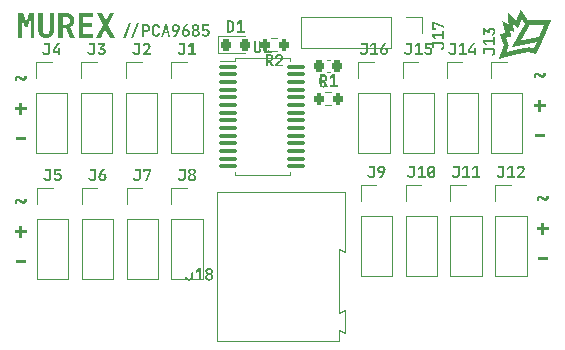
<source format=gbr>
%TF.GenerationSoftware,KiCad,Pcbnew,7.99.0-957-g18dd623122*%
%TF.CreationDate,2023-08-18T16:19:00-04:00*%
%TF.ProjectId,pca9685,70636139-3638-4352-9e6b-696361645f70,V1.0*%
%TF.SameCoordinates,Original*%
%TF.FileFunction,Legend,Top*%
%TF.FilePolarity,Positive*%
%FSLAX46Y46*%
G04 Gerber Fmt 4.6, Leading zero omitted, Abs format (unit mm)*
G04 Created by KiCad (PCBNEW 7.99.0-957-g18dd623122) date 2023-08-18 16:19:00*
%MOMM*%
%LPD*%
G01*
G04 APERTURE LIST*
G04 Aperture macros list*
%AMRoundRect*
0 Rectangle with rounded corners*
0 $1 Rounding radius*
0 $2 $3 $4 $5 $6 $7 $8 $9 X,Y pos of 4 corners*
0 Add a 4 corners polygon primitive as box body*
4,1,4,$2,$3,$4,$5,$6,$7,$8,$9,$2,$3,0*
0 Add four circle primitives for the rounded corners*
1,1,$1+$1,$2,$3*
1,1,$1+$1,$4,$5*
1,1,$1+$1,$6,$7*
1,1,$1+$1,$8,$9*
0 Add four rect primitives between the rounded corners*
20,1,$1+$1,$2,$3,$4,$5,0*
20,1,$1+$1,$4,$5,$6,$7,0*
20,1,$1+$1,$6,$7,$8,$9,0*
20,1,$1+$1,$8,$9,$2,$3,0*%
G04 Aperture macros list end*
%ADD10C,0.400000*%
%ADD11C,0.200000*%
%ADD12C,0.250000*%
%ADD13C,0.150000*%
%ADD14C,0.120000*%
%ADD15R,1.700000X1.700000*%
%ADD16O,1.700000X1.700000*%
%ADD17RoundRect,0.225000X0.225000X0.250000X-0.225000X0.250000X-0.225000X-0.250000X0.225000X-0.250000X0*%
%ADD18R,1.980000X3.960000*%
%ADD19O,1.980000X3.960000*%
%ADD20RoundRect,0.200000X0.200000X0.275000X-0.200000X0.275000X-0.200000X-0.275000X0.200000X-0.275000X0*%
%ADD21RoundRect,0.100000X-0.637500X-0.100000X0.637500X-0.100000X0.637500X0.100000X-0.637500X0.100000X0*%
%ADD22RoundRect,0.200000X-0.200000X-0.275000X0.200000X-0.275000X0.200000X0.275000X-0.200000X0.275000X0*%
%ADD23RoundRect,0.218750X-0.218750X-0.256250X0.218750X-0.256250X0.218750X0.256250X-0.218750X0.256250X0*%
G04 APERTURE END LIST*
D10*
G36*
X118438274Y-89290636D02*
G01*
X118640996Y-89965723D01*
X118646983Y-89984880D01*
X118652550Y-90004739D01*
X118657696Y-90025299D01*
X118662421Y-90046560D01*
X118664932Y-90059024D01*
X118669136Y-90080826D01*
X118673200Y-90102207D01*
X118677123Y-90123168D01*
X118680907Y-90143707D01*
X118683006Y-90155256D01*
X118686183Y-90174673D01*
X118689119Y-90194090D01*
X118691816Y-90213508D01*
X118694271Y-90232925D01*
X118696487Y-90252342D01*
X118697172Y-90258815D01*
X118719642Y-90258815D01*
X118721926Y-90239397D01*
X118724382Y-90219980D01*
X118727010Y-90200563D01*
X118729809Y-90181145D01*
X118732780Y-90161728D01*
X118733808Y-90155256D01*
X118736560Y-90134956D01*
X118739685Y-90114236D01*
X118743185Y-90093095D01*
X118747058Y-90071534D01*
X118749440Y-90059024D01*
X118753924Y-90037362D01*
X118758830Y-90016402D01*
X118764156Y-89996142D01*
X118769903Y-89976584D01*
X118773376Y-89965723D01*
X118961931Y-89290636D01*
X119392287Y-89290636D01*
X119392287Y-91354000D01*
X119068909Y-91354000D01*
X119068909Y-90016037D01*
X119069076Y-89991739D01*
X119069450Y-89972043D01*
X119070038Y-89952119D01*
X119070840Y-89931965D01*
X119071855Y-89911582D01*
X119073084Y-89890970D01*
X119074526Y-89870129D01*
X119075748Y-89854348D01*
X119077489Y-89833466D01*
X119079290Y-89813071D01*
X119081152Y-89793166D01*
X119083566Y-89768970D01*
X119086075Y-89745538D01*
X119088680Y-89722869D01*
X119091380Y-89700964D01*
X119093502Y-89680295D01*
X119095715Y-89659809D01*
X119098020Y-89639506D01*
X119100417Y-89619387D01*
X119102905Y-89599450D01*
X119105485Y-89579697D01*
X119108156Y-89560127D01*
X119110919Y-89540741D01*
X119077214Y-89540741D01*
X119071883Y-89564084D01*
X119066576Y-89587404D01*
X119061293Y-89610700D01*
X119056033Y-89633973D01*
X119050798Y-89657221D01*
X119045586Y-89680446D01*
X119043508Y-89689729D01*
X119038974Y-89710480D01*
X119034225Y-89731517D01*
X119029262Y-89752841D01*
X119024083Y-89774450D01*
X119018690Y-89796346D01*
X119013083Y-89818529D01*
X119010780Y-89827482D01*
X119005155Y-89849564D01*
X118999579Y-89870930D01*
X118994050Y-89891581D01*
X118988569Y-89911517D01*
X118983135Y-89930736D01*
X118976678Y-89952856D01*
X118975609Y-89956442D01*
X118837856Y-90463979D01*
X118567723Y-90463979D01*
X118421666Y-89956442D01*
X118415455Y-89936535D01*
X118409339Y-89916199D01*
X118403319Y-89895434D01*
X118397394Y-89874239D01*
X118391565Y-89852615D01*
X118385831Y-89830561D01*
X118383564Y-89821620D01*
X118378011Y-89799395D01*
X118372649Y-89777599D01*
X118367478Y-89756232D01*
X118362498Y-89735295D01*
X118357709Y-89714787D01*
X118353110Y-89694709D01*
X118351324Y-89686798D01*
X118346053Y-89663654D01*
X118340925Y-89640630D01*
X118335940Y-89617725D01*
X118331098Y-89594940D01*
X118326399Y-89572273D01*
X118321843Y-89549726D01*
X118320061Y-89540741D01*
X118289286Y-89540741D01*
X118292095Y-89560127D01*
X118294904Y-89579697D01*
X118297713Y-89599450D01*
X118300521Y-89619387D01*
X118303330Y-89639506D01*
X118306139Y-89659809D01*
X118308948Y-89680295D01*
X118311757Y-89700964D01*
X118313612Y-89722869D01*
X118315516Y-89745538D01*
X118317467Y-89768970D01*
X118319466Y-89793166D01*
X118321099Y-89813071D01*
X118322763Y-89833466D01*
X118324457Y-89854348D01*
X118326060Y-89875361D01*
X118327449Y-89896144D01*
X118328625Y-89916699D01*
X118329586Y-89937025D01*
X118330334Y-89957121D01*
X118330869Y-89976989D01*
X118331189Y-89996628D01*
X118331296Y-90016037D01*
X118331296Y-91354000D01*
X118010849Y-91354000D01*
X118010849Y-89290636D01*
X118438274Y-89290636D01*
G37*
G36*
X120378540Y-91385263D02*
G01*
X120341075Y-91384614D01*
X120304641Y-91382668D01*
X120269237Y-91379424D01*
X120234864Y-91374882D01*
X120201521Y-91369043D01*
X120169208Y-91361907D01*
X120137926Y-91353473D01*
X120107674Y-91343741D01*
X120078453Y-91332712D01*
X120050262Y-91320386D01*
X120023101Y-91306761D01*
X119996971Y-91291840D01*
X119971871Y-91275620D01*
X119947802Y-91258104D01*
X119924763Y-91239289D01*
X119902755Y-91219177D01*
X119881992Y-91197862D01*
X119862569Y-91175557D01*
X119844485Y-91152264D01*
X119827741Y-91127983D01*
X119812337Y-91102714D01*
X119798272Y-91076456D01*
X119785547Y-91049209D01*
X119774161Y-91020974D01*
X119764114Y-90991751D01*
X119755407Y-90961539D01*
X119748040Y-90930339D01*
X119742012Y-90898151D01*
X119737324Y-90864974D01*
X119733975Y-90830808D01*
X119731966Y-90795655D01*
X119731296Y-90759512D01*
X119731296Y-89290636D01*
X120083006Y-89290636D01*
X120083006Y-90759024D01*
X120083671Y-90786471D01*
X120085668Y-90812759D01*
X120088995Y-90837888D01*
X120093653Y-90861858D01*
X120099642Y-90884668D01*
X120106963Y-90906320D01*
X120115614Y-90926812D01*
X120125596Y-90946144D01*
X120136909Y-90964318D01*
X120149552Y-90981333D01*
X120158721Y-90992032D01*
X120173602Y-91006872D01*
X120189667Y-91020253D01*
X120206918Y-91032174D01*
X120225354Y-91042636D01*
X120244974Y-91051637D01*
X120265780Y-91059179D01*
X120287770Y-91065262D01*
X120310945Y-91069884D01*
X120335306Y-91073047D01*
X120360851Y-91074750D01*
X120378540Y-91075074D01*
X120404360Y-91074344D01*
X120429064Y-91072155D01*
X120452651Y-91068505D01*
X120475122Y-91063396D01*
X120496477Y-91056828D01*
X120516716Y-91048799D01*
X120535839Y-91039311D01*
X120553845Y-91028363D01*
X120570735Y-91015955D01*
X120586509Y-91002088D01*
X120596404Y-90992032D01*
X120610285Y-90975790D01*
X120622800Y-90958389D01*
X120633949Y-90939829D01*
X120643734Y-90920110D01*
X120652153Y-90899231D01*
X120659207Y-90877194D01*
X120664896Y-90853997D01*
X120669219Y-90829641D01*
X120672177Y-90804125D01*
X120673770Y-90777451D01*
X120674073Y-90759024D01*
X120674073Y-89290636D01*
X121025783Y-89290636D01*
X121025783Y-90759512D01*
X121025117Y-90795655D01*
X121023119Y-90830808D01*
X121019790Y-90864974D01*
X121015128Y-90898151D01*
X121009135Y-90930339D01*
X121001809Y-90961539D01*
X120993152Y-90991751D01*
X120983163Y-91020974D01*
X120971842Y-91049209D01*
X120959189Y-91076456D01*
X120945204Y-91102714D01*
X120929887Y-91127983D01*
X120913239Y-91152264D01*
X120895258Y-91175557D01*
X120875946Y-91197862D01*
X120855302Y-91219177D01*
X120833518Y-91239289D01*
X120810666Y-91258104D01*
X120786746Y-91275620D01*
X120761757Y-91291840D01*
X120735699Y-91306761D01*
X120708573Y-91320386D01*
X120680378Y-91332712D01*
X120651115Y-91343741D01*
X120620783Y-91353473D01*
X120589382Y-91361907D01*
X120556913Y-91369043D01*
X120523376Y-91374882D01*
X120488769Y-91379424D01*
X120453095Y-91382668D01*
X120416351Y-91384614D01*
X120378540Y-91385263D01*
G37*
G36*
X122116000Y-89291031D02*
G01*
X122143776Y-89292216D01*
X122171080Y-89294191D01*
X122197912Y-89296956D01*
X122224272Y-89300511D01*
X122250159Y-89304855D01*
X122275574Y-89309990D01*
X122300517Y-89315915D01*
X122324988Y-89322630D01*
X122348986Y-89330135D01*
X122364722Y-89335577D01*
X122387922Y-89344321D01*
X122410444Y-89353700D01*
X122432287Y-89363715D01*
X122453451Y-89374365D01*
X122473938Y-89385651D01*
X122493746Y-89397572D01*
X122512875Y-89410129D01*
X122531327Y-89423321D01*
X122549100Y-89437148D01*
X122566194Y-89451611D01*
X122577214Y-89461606D01*
X122593261Y-89477119D01*
X122608612Y-89493251D01*
X122623268Y-89510000D01*
X122637229Y-89527368D01*
X122650494Y-89545355D01*
X122663063Y-89563959D01*
X122674937Y-89583182D01*
X122686116Y-89603023D01*
X122696598Y-89623482D01*
X122706386Y-89644559D01*
X122712524Y-89658954D01*
X122721079Y-89680893D01*
X122728793Y-89703296D01*
X122735665Y-89726162D01*
X122741696Y-89749492D01*
X122746885Y-89773286D01*
X122751233Y-89797543D01*
X122754739Y-89822264D01*
X122757404Y-89847449D01*
X122759227Y-89873097D01*
X122760209Y-89899209D01*
X122760396Y-89916875D01*
X122760005Y-89942717D01*
X122758831Y-89968097D01*
X122756875Y-89993015D01*
X122754137Y-90017472D01*
X122750617Y-90041467D01*
X122746314Y-90065000D01*
X122741229Y-90088072D01*
X122735361Y-90110681D01*
X122728711Y-90132829D01*
X122721279Y-90154515D01*
X122713064Y-90175740D01*
X122704067Y-90196502D01*
X122694288Y-90216803D01*
X122683727Y-90236642D01*
X122672383Y-90256019D01*
X122660256Y-90274935D01*
X122647497Y-90293238D01*
X122634130Y-90310899D01*
X122620157Y-90327920D01*
X122605576Y-90344300D01*
X122590389Y-90360038D01*
X122574596Y-90375135D01*
X122558195Y-90389591D01*
X122541188Y-90403406D01*
X122523574Y-90416580D01*
X122505353Y-90429113D01*
X122486525Y-90441004D01*
X122467091Y-90452255D01*
X122447049Y-90462864D01*
X122426401Y-90472832D01*
X122405147Y-90482159D01*
X122383285Y-90490845D01*
X122788728Y-91354000D01*
X122402824Y-91354000D01*
X122037437Y-90541159D01*
X121775609Y-90541159D01*
X121775609Y-91354000D01*
X121423899Y-91354000D01*
X121423899Y-89600824D01*
X121775609Y-89600824D01*
X121775609Y-90259792D01*
X122087751Y-90259792D01*
X122114692Y-90259010D01*
X122140559Y-90256666D01*
X122165353Y-90252759D01*
X122189074Y-90247289D01*
X122211721Y-90240257D01*
X122233295Y-90231662D01*
X122253796Y-90221504D01*
X122273223Y-90209783D01*
X122291577Y-90196499D01*
X122308858Y-90181653D01*
X122319782Y-90170887D01*
X122335146Y-90153689D01*
X122348999Y-90135436D01*
X122361341Y-90116126D01*
X122372172Y-90095760D01*
X122381491Y-90074337D01*
X122389299Y-90051859D01*
X122395596Y-90028324D01*
X122400382Y-90003733D01*
X122403656Y-89978087D01*
X122405419Y-89951383D01*
X122405755Y-89932995D01*
X122404987Y-89905138D01*
X122402681Y-89878355D01*
X122398839Y-89852645D01*
X122393459Y-89828008D01*
X122386543Y-89804445D01*
X122378089Y-89781955D01*
X122368098Y-89760539D01*
X122356571Y-89740195D01*
X122343506Y-89720926D01*
X122328905Y-89702729D01*
X122318316Y-89691194D01*
X122301515Y-89675044D01*
X122283718Y-89660483D01*
X122264924Y-89647510D01*
X122245135Y-89636125D01*
X122224350Y-89626329D01*
X122202568Y-89618122D01*
X122179791Y-89611503D01*
X122156017Y-89606472D01*
X122131247Y-89603031D01*
X122105482Y-89601177D01*
X122087751Y-89600824D01*
X121775609Y-89600824D01*
X121423899Y-89600824D01*
X121423899Y-89290636D01*
X122087751Y-89290636D01*
X122116000Y-89291031D01*
G37*
G36*
X123133110Y-91354000D02*
G01*
X123133110Y-89290636D01*
X124379726Y-89290636D01*
X124379726Y-89600824D01*
X123484820Y-89600824D01*
X123484820Y-90137182D01*
X124281052Y-90137182D01*
X124281052Y-90447370D01*
X123484820Y-90447370D01*
X123484820Y-91043811D01*
X124379726Y-91043811D01*
X124379726Y-91354000D01*
X123133110Y-91354000D01*
G37*
G36*
X124648393Y-91354000D02*
G01*
X125216990Y-90300824D01*
X124685030Y-89290636D01*
X125076307Y-89290636D01*
X125335204Y-89807454D01*
X125344567Y-89824865D01*
X125354123Y-89843961D01*
X125362458Y-89862203D01*
X125370375Y-89881704D01*
X125378170Y-89901462D01*
X125386413Y-89920883D01*
X125394311Y-89937879D01*
X125400020Y-89957059D01*
X125406248Y-89976533D01*
X125410919Y-89990147D01*
X125425085Y-89990147D01*
X125431913Y-89970693D01*
X125438359Y-89952020D01*
X125442182Y-89940810D01*
X125450746Y-89921851D01*
X125458838Y-89902058D01*
X125465630Y-89884146D01*
X125473353Y-89865114D01*
X125482236Y-89845386D01*
X125491105Y-89827266D01*
X125498358Y-89813316D01*
X125762629Y-89290636D01*
X126145602Y-89290636D01*
X125610710Y-90294963D01*
X126179307Y-91354000D01*
X125785099Y-91354000D01*
X125495427Y-90787356D01*
X125485314Y-90767847D01*
X125475979Y-90749132D01*
X125467423Y-90731211D01*
X125457823Y-90709925D01*
X125449439Y-90689880D01*
X125442272Y-90671076D01*
X125436321Y-90653511D01*
X125428943Y-90634668D01*
X125421684Y-90615559D01*
X125416781Y-90602220D01*
X125402615Y-90602220D01*
X125395787Y-90621761D01*
X125389341Y-90641373D01*
X125385518Y-90653511D01*
X125376886Y-90672310D01*
X125369377Y-90690390D01*
X125361582Y-90710664D01*
X125353863Y-90730126D01*
X125345574Y-90748268D01*
X125335941Y-90767205D01*
X125326411Y-90784425D01*
X125031366Y-91354000D01*
X124648393Y-91354000D01*
G37*
D11*
G36*
X161916335Y-105153453D02*
G01*
X161916335Y-105009472D01*
X161916640Y-104994196D01*
X161917554Y-104979327D01*
X161920069Y-104957785D01*
X161923956Y-104937158D01*
X161929214Y-104917445D01*
X161935844Y-104898647D01*
X161943846Y-104880763D01*
X161953219Y-104863793D01*
X161963964Y-104847739D01*
X161976081Y-104832598D01*
X161989570Y-104818372D01*
X161994371Y-104813833D01*
X162009466Y-104800935D01*
X162025489Y-104789306D01*
X162042439Y-104778945D01*
X162060316Y-104769853D01*
X162079121Y-104762029D01*
X162098853Y-104755474D01*
X162119513Y-104750188D01*
X162141100Y-104746171D01*
X162156006Y-104744197D01*
X162171325Y-104742787D01*
X162187055Y-104741942D01*
X162203198Y-104741660D01*
X162221816Y-104741982D01*
X162239752Y-104742948D01*
X162257005Y-104744558D01*
X162273575Y-104746812D01*
X162289462Y-104749710D01*
X162304667Y-104753252D01*
X162319189Y-104757438D01*
X162333029Y-104762268D01*
X162350420Y-104769709D01*
X162366597Y-104778296D01*
X162381904Y-104787570D01*
X162396685Y-104797072D01*
X162410938Y-104806804D01*
X162424666Y-104816764D01*
X162437866Y-104826954D01*
X162450540Y-104837372D01*
X162462687Y-104848020D01*
X162474308Y-104858896D01*
X162485545Y-104869773D01*
X162496542Y-104880420D01*
X162507298Y-104890839D01*
X162520405Y-104903540D01*
X162533137Y-104915883D01*
X162545492Y-104927869D01*
X162557473Y-104939496D01*
X162569737Y-104950051D01*
X162582717Y-104958816D01*
X162596413Y-104965793D01*
X162610824Y-104970981D01*
X162625951Y-104974380D01*
X162641794Y-104975990D01*
X162648331Y-104976133D01*
X162665138Y-104974976D01*
X162680298Y-104971505D01*
X162693809Y-104965719D01*
X162707233Y-104956274D01*
X162711712Y-104951953D01*
X162720705Y-104940322D01*
X162727490Y-104926588D01*
X162732066Y-104910750D01*
X162734229Y-104895500D01*
X162734793Y-104881611D01*
X162734793Y-104751551D01*
X162945819Y-104751551D01*
X162945819Y-104895899D01*
X162945518Y-104910914D01*
X162944617Y-104925552D01*
X162942137Y-104946799D01*
X162938305Y-104967197D01*
X162933121Y-104986744D01*
X162926585Y-105005442D01*
X162918696Y-105023289D01*
X162909454Y-105040287D01*
X162898860Y-105056434D01*
X162886914Y-105071731D01*
X162873616Y-105086178D01*
X162868882Y-105090805D01*
X162853964Y-105103834D01*
X162838060Y-105115582D01*
X162821172Y-105126048D01*
X162803297Y-105135232D01*
X162784438Y-105143135D01*
X162764593Y-105149757D01*
X162743763Y-105155096D01*
X162729329Y-105157944D01*
X162714457Y-105160223D01*
X162699146Y-105161931D01*
X162683399Y-105163071D01*
X162667213Y-105163640D01*
X162658956Y-105163711D01*
X162640338Y-105163389D01*
X162622402Y-105162423D01*
X162605149Y-105160813D01*
X162588579Y-105158559D01*
X162572692Y-105155661D01*
X162557487Y-105152119D01*
X162542965Y-105147933D01*
X162529125Y-105143103D01*
X162511734Y-105135662D01*
X162495557Y-105127075D01*
X162480250Y-105117801D01*
X162465469Y-105108299D01*
X162451216Y-105098567D01*
X162437488Y-105088607D01*
X162424288Y-105078417D01*
X162411614Y-105067999D01*
X162399467Y-105057351D01*
X162387846Y-105046475D01*
X162376603Y-105035598D01*
X162365589Y-105024951D01*
X162354804Y-105014532D01*
X162344249Y-105004343D01*
X162331376Y-104991928D01*
X162318861Y-104979871D01*
X162306703Y-104968172D01*
X162304315Y-104965875D01*
X162292156Y-104955320D01*
X162279263Y-104946555D01*
X162265637Y-104939578D01*
X162251278Y-104934390D01*
X162236185Y-104930991D01*
X162220359Y-104929381D01*
X162213823Y-104929238D01*
X162197016Y-104930395D01*
X162181856Y-104933866D01*
X162168345Y-104939652D01*
X162154921Y-104949097D01*
X162150442Y-104953418D01*
X162141448Y-104965031D01*
X162134664Y-104978713D01*
X162130088Y-104994464D01*
X162127924Y-105009610D01*
X162127361Y-105023394D01*
X162127361Y-105153453D01*
X161916335Y-105153453D01*
G37*
G36*
X161922563Y-107402344D02*
G01*
X162300285Y-107402344D01*
X162300285Y-107027187D01*
X162561869Y-107027187D01*
X162561869Y-107402344D01*
X162939591Y-107402344D01*
X162939591Y-107634985D01*
X162561869Y-107634985D01*
X162561869Y-108035421D01*
X162300285Y-108035421D01*
X162300285Y-107634985D01*
X161922563Y-107634985D01*
X161922563Y-107402344D01*
G37*
G36*
X162009025Y-109924175D02*
G01*
X162853129Y-109924175D01*
X162853129Y-110156817D01*
X162009025Y-110156817D01*
X162009025Y-109924175D01*
G37*
G36*
X117720335Y-94993453D02*
G01*
X117720335Y-94849472D01*
X117720640Y-94834196D01*
X117721554Y-94819327D01*
X117724069Y-94797785D01*
X117727956Y-94777158D01*
X117733214Y-94757445D01*
X117739844Y-94738647D01*
X117747846Y-94720763D01*
X117757219Y-94703793D01*
X117767964Y-94687739D01*
X117780081Y-94672598D01*
X117793570Y-94658372D01*
X117798371Y-94653833D01*
X117813466Y-94640935D01*
X117829489Y-94629306D01*
X117846439Y-94618945D01*
X117864316Y-94609853D01*
X117883121Y-94602029D01*
X117902853Y-94595474D01*
X117923513Y-94590188D01*
X117945100Y-94586171D01*
X117960006Y-94584197D01*
X117975325Y-94582787D01*
X117991055Y-94581942D01*
X118007198Y-94581660D01*
X118025816Y-94581982D01*
X118043752Y-94582948D01*
X118061005Y-94584558D01*
X118077575Y-94586812D01*
X118093462Y-94589710D01*
X118108667Y-94593252D01*
X118123189Y-94597438D01*
X118137029Y-94602268D01*
X118154420Y-94609709D01*
X118170597Y-94618296D01*
X118185904Y-94627570D01*
X118200685Y-94637072D01*
X118214938Y-94646804D01*
X118228666Y-94656764D01*
X118241866Y-94666954D01*
X118254540Y-94677372D01*
X118266687Y-94688020D01*
X118278308Y-94698896D01*
X118289545Y-94709773D01*
X118300542Y-94720420D01*
X118311298Y-94730839D01*
X118324405Y-94743540D01*
X118337137Y-94755883D01*
X118349492Y-94767869D01*
X118361473Y-94779496D01*
X118373737Y-94790051D01*
X118386717Y-94798816D01*
X118400413Y-94805793D01*
X118414824Y-94810981D01*
X118429951Y-94814380D01*
X118445794Y-94815990D01*
X118452331Y-94816133D01*
X118469138Y-94814976D01*
X118484298Y-94811505D01*
X118497809Y-94805719D01*
X118511233Y-94796274D01*
X118515712Y-94791953D01*
X118524705Y-94780322D01*
X118531490Y-94766588D01*
X118536066Y-94750750D01*
X118538229Y-94735500D01*
X118538793Y-94721611D01*
X118538793Y-94591551D01*
X118749819Y-94591551D01*
X118749819Y-94735899D01*
X118749518Y-94750914D01*
X118748617Y-94765552D01*
X118746137Y-94786799D01*
X118742305Y-94807197D01*
X118737121Y-94826744D01*
X118730585Y-94845442D01*
X118722696Y-94863289D01*
X118713454Y-94880287D01*
X118702860Y-94896434D01*
X118690914Y-94911731D01*
X118677616Y-94926178D01*
X118672882Y-94930805D01*
X118657964Y-94943834D01*
X118642060Y-94955582D01*
X118625172Y-94966048D01*
X118607297Y-94975232D01*
X118588438Y-94983135D01*
X118568593Y-94989757D01*
X118547763Y-94995096D01*
X118533329Y-94997944D01*
X118518457Y-95000223D01*
X118503146Y-95001931D01*
X118487399Y-95003071D01*
X118471213Y-95003640D01*
X118462956Y-95003711D01*
X118444338Y-95003389D01*
X118426402Y-95002423D01*
X118409149Y-95000813D01*
X118392579Y-94998559D01*
X118376692Y-94995661D01*
X118361487Y-94992119D01*
X118346965Y-94987933D01*
X118333125Y-94983103D01*
X118315734Y-94975662D01*
X118299557Y-94967075D01*
X118284250Y-94957801D01*
X118269469Y-94948299D01*
X118255216Y-94938567D01*
X118241488Y-94928607D01*
X118228288Y-94918417D01*
X118215614Y-94907999D01*
X118203467Y-94897351D01*
X118191846Y-94886475D01*
X118180603Y-94875598D01*
X118169589Y-94864951D01*
X118158804Y-94854532D01*
X118148249Y-94844343D01*
X118135376Y-94831928D01*
X118122861Y-94819871D01*
X118110703Y-94808172D01*
X118108315Y-94805875D01*
X118096156Y-94795320D01*
X118083263Y-94786555D01*
X118069637Y-94779578D01*
X118055278Y-94774390D01*
X118040185Y-94770991D01*
X118024359Y-94769381D01*
X118017823Y-94769238D01*
X118001016Y-94770395D01*
X117985856Y-94773866D01*
X117972345Y-94779652D01*
X117958921Y-94789097D01*
X117954442Y-94793418D01*
X117945448Y-94805031D01*
X117938664Y-94818713D01*
X117934088Y-94834464D01*
X117931924Y-94849610D01*
X117931361Y-94863394D01*
X117931361Y-94993453D01*
X117720335Y-94993453D01*
G37*
G36*
X117726563Y-97242344D02*
G01*
X118104285Y-97242344D01*
X118104285Y-96867187D01*
X118365869Y-96867187D01*
X118365869Y-97242344D01*
X118743591Y-97242344D01*
X118743591Y-97474985D01*
X118365869Y-97474985D01*
X118365869Y-97875421D01*
X118104285Y-97875421D01*
X118104285Y-97474985D01*
X117726563Y-97474985D01*
X117726563Y-97242344D01*
G37*
G36*
X117813025Y-99764175D02*
G01*
X118657129Y-99764175D01*
X118657129Y-99996817D01*
X117813025Y-99996817D01*
X117813025Y-99764175D01*
G37*
D12*
G36*
X128056607Y-90089818D02*
G01*
X128239300Y-90089818D01*
X127748372Y-91426315D01*
X127564213Y-91426315D01*
X128056607Y-90089818D01*
G37*
G36*
X127423529Y-90089818D02*
G01*
X127606223Y-90089818D01*
X127115295Y-91426315D01*
X126931136Y-91426315D01*
X127423529Y-90089818D01*
G37*
G36*
X128891631Y-90238513D02*
G01*
X128905519Y-90239099D01*
X128919171Y-90240076D01*
X128932587Y-90241443D01*
X128945767Y-90243201D01*
X128958711Y-90245350D01*
X128971418Y-90247890D01*
X128983890Y-90250820D01*
X128996125Y-90254141D01*
X129008124Y-90257852D01*
X129015993Y-90260544D01*
X129027551Y-90264831D01*
X129038779Y-90269448D01*
X129049676Y-90274396D01*
X129060242Y-90279675D01*
X129070478Y-90285284D01*
X129080384Y-90291224D01*
X129089959Y-90297494D01*
X129099203Y-90304095D01*
X129108117Y-90311027D01*
X129116700Y-90318289D01*
X129122238Y-90323314D01*
X129130260Y-90331069D01*
X129137929Y-90339128D01*
X129145246Y-90347492D01*
X129152211Y-90356161D01*
X129158824Y-90365135D01*
X129165086Y-90374413D01*
X129170995Y-90383997D01*
X129176552Y-90393885D01*
X129181757Y-90404078D01*
X129186610Y-90414576D01*
X129189649Y-90421744D01*
X129193927Y-90432716D01*
X129197784Y-90443923D01*
X129201220Y-90455367D01*
X129204235Y-90467047D01*
X129206830Y-90478963D01*
X129209004Y-90491116D01*
X129210757Y-90503504D01*
X129212089Y-90516129D01*
X129213001Y-90528989D01*
X129213491Y-90542086D01*
X129213585Y-90550949D01*
X129213375Y-90563941D01*
X129212743Y-90576723D01*
X129211692Y-90589294D01*
X129210219Y-90601656D01*
X129208326Y-90613807D01*
X129206012Y-90625747D01*
X129203277Y-90637477D01*
X129200121Y-90648997D01*
X129196545Y-90660306D01*
X129192548Y-90671405D01*
X129189649Y-90678688D01*
X129185031Y-90689397D01*
X129180061Y-90699819D01*
X129174738Y-90709954D01*
X129169064Y-90719801D01*
X129163038Y-90729360D01*
X129156659Y-90738631D01*
X129149929Y-90747615D01*
X129142846Y-90756311D01*
X129135412Y-90764719D01*
X129127625Y-90772840D01*
X129122238Y-90778094D01*
X129113875Y-90785666D01*
X129105182Y-90792904D01*
X129096158Y-90799806D01*
X129086804Y-90806373D01*
X129077119Y-90812606D01*
X129067103Y-90818503D01*
X129056757Y-90824066D01*
X129046080Y-90829294D01*
X129035073Y-90834187D01*
X129023735Y-90838745D01*
X129015993Y-90841598D01*
X129004151Y-90845526D01*
X128992073Y-90849068D01*
X128979759Y-90852224D01*
X128967209Y-90854993D01*
X128954423Y-90857376D01*
X128941400Y-90859372D01*
X128928142Y-90860982D01*
X128914647Y-90862206D01*
X128900916Y-90863043D01*
X128886949Y-90863494D01*
X128877507Y-90863579D01*
X128705804Y-90863579D01*
X128705804Y-91270000D01*
X128529949Y-91270000D01*
X128529949Y-90393412D01*
X128705804Y-90393412D01*
X128705804Y-90708485D01*
X128877507Y-90708485D01*
X128890936Y-90708105D01*
X128903836Y-90706965D01*
X128916209Y-90705066D01*
X128928054Y-90702406D01*
X128939370Y-90698986D01*
X128950159Y-90694807D01*
X128960419Y-90689867D01*
X128970151Y-90684168D01*
X128979355Y-90677708D01*
X128988031Y-90670489D01*
X128993522Y-90665254D01*
X129001204Y-90656904D01*
X129008131Y-90648064D01*
X129014302Y-90638734D01*
X129019717Y-90628915D01*
X129024377Y-90618607D01*
X129028281Y-90607809D01*
X129031429Y-90596522D01*
X129033822Y-90584746D01*
X129035459Y-90572480D01*
X129036341Y-90559724D01*
X129036509Y-90550949D01*
X129036131Y-90537867D01*
X129034998Y-90525274D01*
X129033109Y-90513172D01*
X129030464Y-90501558D01*
X129027064Y-90490434D01*
X129022908Y-90479799D01*
X129017996Y-90469654D01*
X129012329Y-90459999D01*
X129005906Y-90450832D01*
X128998728Y-90442156D01*
X128993522Y-90436643D01*
X128985198Y-90428917D01*
X128976346Y-90421951D01*
X128966966Y-90415745D01*
X128957057Y-90410299D01*
X128946621Y-90405613D01*
X128935657Y-90401687D01*
X128924164Y-90398520D01*
X128912144Y-90396114D01*
X128899595Y-90394467D01*
X128886518Y-90393581D01*
X128877507Y-90393412D01*
X128705804Y-90393412D01*
X128529949Y-90393412D01*
X128529949Y-90238318D01*
X128877507Y-90238318D01*
X128891631Y-90238513D01*
G37*
G36*
X129692789Y-91285631D02*
G01*
X129678669Y-91285436D01*
X129664794Y-91284850D01*
X129651163Y-91283873D01*
X129637778Y-91282505D01*
X129624636Y-91280747D01*
X129611740Y-91278599D01*
X129599088Y-91276059D01*
X129586681Y-91273129D01*
X129574519Y-91269808D01*
X129562601Y-91266096D01*
X129554792Y-91263405D01*
X129543365Y-91259068D01*
X129532255Y-91254392D01*
X129521463Y-91249376D01*
X129510989Y-91244022D01*
X129500832Y-91238328D01*
X129490993Y-91232295D01*
X129481472Y-91225923D01*
X129472269Y-91219212D01*
X129463383Y-91212162D01*
X129454815Y-91204772D01*
X129449279Y-91199658D01*
X129441299Y-91191676D01*
X129433663Y-91183394D01*
X129426370Y-91174812D01*
X129419421Y-91165929D01*
X129412815Y-91156746D01*
X129406552Y-91147262D01*
X129400633Y-91137477D01*
X129395057Y-91127392D01*
X129389825Y-91117007D01*
X129384937Y-91106321D01*
X129381868Y-91099030D01*
X129377591Y-91087835D01*
X129373734Y-91076418D01*
X129370298Y-91064777D01*
X129367282Y-91052913D01*
X129364688Y-91040826D01*
X129362514Y-91028516D01*
X129360761Y-91015982D01*
X129359428Y-91003225D01*
X129358517Y-90990245D01*
X129358026Y-90977042D01*
X129357933Y-90968115D01*
X129357933Y-90540202D01*
X129358143Y-90526852D01*
X129358774Y-90513729D01*
X129359826Y-90500834D01*
X129361298Y-90488167D01*
X129363192Y-90475727D01*
X129365506Y-90463514D01*
X129368241Y-90451530D01*
X129371396Y-90439772D01*
X129374973Y-90428243D01*
X129378970Y-90416940D01*
X129381868Y-90409532D01*
X129386528Y-90398604D01*
X129391531Y-90387985D01*
X129396878Y-90377675D01*
X129402568Y-90367675D01*
X129408601Y-90357983D01*
X129414978Y-90348601D01*
X129421699Y-90339528D01*
X129428763Y-90330764D01*
X129436170Y-90322309D01*
X129443921Y-90314163D01*
X129449279Y-90308904D01*
X129457642Y-90301245D01*
X129466335Y-90293929D01*
X129475359Y-90286956D01*
X129484714Y-90280327D01*
X129494399Y-90274042D01*
X129504414Y-90268100D01*
X129514761Y-90262502D01*
X129525437Y-90257247D01*
X129536445Y-90252335D01*
X129547783Y-90247767D01*
X129555525Y-90244912D01*
X129567410Y-90240940D01*
X129579528Y-90237359D01*
X129591877Y-90234168D01*
X129604457Y-90231368D01*
X129617270Y-90228959D01*
X129630315Y-90226940D01*
X129643591Y-90225312D01*
X129657099Y-90224075D01*
X129670840Y-90223229D01*
X129684811Y-90222773D01*
X129694255Y-90222686D01*
X129707836Y-90222873D01*
X129721194Y-90223433D01*
X129734329Y-90224367D01*
X129747240Y-90225674D01*
X129759929Y-90227355D01*
X129772394Y-90229410D01*
X129784635Y-90231837D01*
X129796654Y-90234639D01*
X129808449Y-90237814D01*
X129820021Y-90241362D01*
X129827612Y-90243935D01*
X129838814Y-90248076D01*
X129849708Y-90252531D01*
X129860292Y-90257298D01*
X129870568Y-90262379D01*
X129880534Y-90267774D01*
X129890191Y-90273482D01*
X129899539Y-90279503D01*
X129908578Y-90285838D01*
X129917308Y-90292486D01*
X129925728Y-90299448D01*
X129931170Y-90304263D01*
X129939074Y-90311741D01*
X129946664Y-90319519D01*
X129953940Y-90327598D01*
X129960903Y-90335977D01*
X129967553Y-90344656D01*
X129973889Y-90353637D01*
X129979912Y-90362917D01*
X129985621Y-90372499D01*
X129991017Y-90382380D01*
X129996100Y-90392563D01*
X129999314Y-90399518D01*
X130003879Y-90410156D01*
X130008050Y-90421005D01*
X130011825Y-90432064D01*
X130015205Y-90443333D01*
X130018191Y-90454813D01*
X130020781Y-90466503D01*
X130022976Y-90478403D01*
X130024777Y-90490514D01*
X130026182Y-90502835D01*
X130027192Y-90515366D01*
X130027646Y-90523838D01*
X129851792Y-90523838D01*
X129850896Y-90511233D01*
X129849310Y-90499157D01*
X129847032Y-90487608D01*
X129844064Y-90476588D01*
X129840403Y-90466096D01*
X129836052Y-90456132D01*
X129831010Y-90446696D01*
X129825276Y-90437788D01*
X129818851Y-90429408D01*
X129811735Y-90421556D01*
X129806607Y-90416615D01*
X129798481Y-90409675D01*
X129789857Y-90403417D01*
X129780735Y-90397842D01*
X129771115Y-90392950D01*
X129760997Y-90388741D01*
X129750381Y-90385214D01*
X129739267Y-90382369D01*
X129727655Y-90380208D01*
X129715545Y-90378728D01*
X129702937Y-90377932D01*
X129694255Y-90377780D01*
X129680521Y-90378152D01*
X129667344Y-90379266D01*
X129654726Y-90381123D01*
X129642666Y-90383722D01*
X129631164Y-90387065D01*
X129620221Y-90391150D01*
X129609835Y-90395978D01*
X129600008Y-90401548D01*
X129590738Y-90407862D01*
X129582027Y-90414918D01*
X129576530Y-90420034D01*
X129568891Y-90428240D01*
X129562004Y-90437013D01*
X129555868Y-90446353D01*
X129550484Y-90456259D01*
X129545850Y-90466732D01*
X129541969Y-90477771D01*
X129538838Y-90489377D01*
X129536459Y-90501550D01*
X129534831Y-90514290D01*
X129533954Y-90527597D01*
X129533787Y-90536782D01*
X129533787Y-90971535D01*
X129534159Y-90985219D01*
X129535273Y-90998337D01*
X129537130Y-91010887D01*
X129539729Y-91022872D01*
X129543072Y-91034289D01*
X129547157Y-91045140D01*
X129551985Y-91055424D01*
X129557555Y-91065141D01*
X129563869Y-91074291D01*
X129570925Y-91082875D01*
X129576041Y-91088283D01*
X129584247Y-91095834D01*
X129593020Y-91102643D01*
X129602359Y-91108708D01*
X129612266Y-91114031D01*
X129622739Y-91118612D01*
X129633778Y-91122449D01*
X129645384Y-91125544D01*
X129657557Y-91127896D01*
X129670297Y-91129505D01*
X129683604Y-91130372D01*
X129692789Y-91130537D01*
X129705991Y-91130185D01*
X129718670Y-91129129D01*
X129730824Y-91127368D01*
X129742455Y-91124904D01*
X129753562Y-91121736D01*
X129764145Y-91117863D01*
X129774204Y-91113286D01*
X129783739Y-91108005D01*
X129792751Y-91102021D01*
X129801239Y-91095332D01*
X129806607Y-91090481D01*
X129814184Y-91082745D01*
X129821069Y-91074558D01*
X129827264Y-91065921D01*
X129832767Y-91056833D01*
X129837579Y-91047294D01*
X129841700Y-91037304D01*
X129845130Y-91026863D01*
X129847868Y-91015972D01*
X129849916Y-91004629D01*
X129851272Y-90992836D01*
X129851792Y-90984724D01*
X130027646Y-90984724D01*
X130026899Y-90997396D01*
X130025757Y-91009857D01*
X130024220Y-91022108D01*
X130022288Y-91034149D01*
X130019961Y-91045979D01*
X130017239Y-91057599D01*
X130014122Y-91069008D01*
X130010610Y-91080208D01*
X130006704Y-91091196D01*
X130002402Y-91101975D01*
X129999314Y-91109043D01*
X129994434Y-91119383D01*
X129989228Y-91129425D01*
X129983695Y-91139172D01*
X129977836Y-91148622D01*
X129971651Y-91157776D01*
X129965139Y-91166634D01*
X129958301Y-91175196D01*
X129951137Y-91183461D01*
X129943647Y-91191430D01*
X129935830Y-91199103D01*
X129930438Y-91204054D01*
X129922142Y-91211225D01*
X129913559Y-91218082D01*
X129904688Y-91224625D01*
X129895530Y-91230856D01*
X129886084Y-91236773D01*
X129876350Y-91242376D01*
X129866329Y-91247666D01*
X129856020Y-91252643D01*
X129845423Y-91257306D01*
X129834539Y-91261656D01*
X129827123Y-91264382D01*
X129815774Y-91268179D01*
X129804168Y-91271603D01*
X129792304Y-91274654D01*
X129780183Y-91277331D01*
X129767803Y-91279634D01*
X129755167Y-91281564D01*
X129742272Y-91283120D01*
X129729121Y-91284303D01*
X129715711Y-91285112D01*
X129702044Y-91285548D01*
X129692789Y-91285631D01*
G37*
G36*
X130913271Y-91270000D02*
G01*
X130731799Y-91270000D01*
X130671226Y-91004263D01*
X130377158Y-91004263D01*
X130316830Y-91270000D01*
X130136579Y-91270000D01*
X130244149Y-90863579D01*
X130410863Y-90863579D01*
X130637521Y-90863579D01*
X130551547Y-90503321D01*
X130549125Y-90492350D01*
X130546772Y-90481449D01*
X130544490Y-90470618D01*
X130542278Y-90459857D01*
X130541045Y-90453740D01*
X130539013Y-90443193D01*
X130537191Y-90433137D01*
X130535367Y-90422245D01*
X130533818Y-90411994D01*
X130533473Y-90409532D01*
X130532203Y-90399200D01*
X130530956Y-90389149D01*
X130529732Y-90379378D01*
X130528362Y-90368555D01*
X130527856Y-90364591D01*
X130520773Y-90364591D01*
X130519323Y-90375277D01*
X130517903Y-90386329D01*
X130516686Y-90396300D01*
X130515492Y-90406551D01*
X130515155Y-90409532D01*
X130513613Y-90419622D01*
X130511919Y-90430354D01*
X130510311Y-90440270D01*
X130508586Y-90450676D01*
X130508072Y-90453740D01*
X130506115Y-90464461D01*
X130503878Y-90475251D01*
X130501360Y-90486112D01*
X130498562Y-90497043D01*
X130496837Y-90503321D01*
X130410863Y-90863579D01*
X130244149Y-90863579D01*
X130409642Y-90238318D01*
X130647290Y-90238318D01*
X130913271Y-91270000D01*
G37*
G36*
X131372484Y-90222782D02*
G01*
X131386985Y-90223282D01*
X131401238Y-90224213D01*
X131415241Y-90225572D01*
X131428995Y-90227361D01*
X131442501Y-90229579D01*
X131455757Y-90232227D01*
X131468765Y-90235304D01*
X131481523Y-90238810D01*
X131494032Y-90242746D01*
X131506293Y-90247110D01*
X131518261Y-90251860D01*
X131529894Y-90256948D01*
X131541193Y-90262375D01*
X131552157Y-90268142D01*
X131562786Y-90274248D01*
X131573080Y-90280693D01*
X131583039Y-90287477D01*
X131592663Y-90294600D01*
X131601952Y-90302063D01*
X131610907Y-90309865D01*
X131616690Y-90315254D01*
X131625070Y-90323623D01*
X131633079Y-90332336D01*
X131640720Y-90341392D01*
X131647992Y-90350792D01*
X131654894Y-90360535D01*
X131661427Y-90370621D01*
X131667591Y-90381051D01*
X131673385Y-90391824D01*
X131678811Y-90402941D01*
X131683867Y-90414402D01*
X131687032Y-90422233D01*
X131691441Y-90434174D01*
X131695416Y-90446370D01*
X131698957Y-90458818D01*
X131702065Y-90471520D01*
X131704739Y-90484475D01*
X131706979Y-90497684D01*
X131708786Y-90511145D01*
X131710159Y-90524860D01*
X131711099Y-90538829D01*
X131711604Y-90553050D01*
X131711701Y-90562672D01*
X131711546Y-90574529D01*
X131711083Y-90586410D01*
X131710310Y-90598313D01*
X131709228Y-90610239D01*
X131707837Y-90622187D01*
X131706137Y-90634159D01*
X131704127Y-90646154D01*
X131701809Y-90658171D01*
X131699181Y-90670212D01*
X131696245Y-90682275D01*
X131692999Y-90694361D01*
X131689444Y-90706470D01*
X131685580Y-90718602D01*
X131681407Y-90730757D01*
X131676925Y-90742935D01*
X131672133Y-90755136D01*
X131667075Y-90767407D01*
X131661730Y-90779858D01*
X131656099Y-90792488D01*
X131650182Y-90805297D01*
X131643979Y-90818286D01*
X131637489Y-90831454D01*
X131630713Y-90844801D01*
X131623651Y-90858328D01*
X131616303Y-90872034D01*
X131608669Y-90885920D01*
X131600748Y-90899985D01*
X131592541Y-90914229D01*
X131584048Y-90928653D01*
X131575268Y-90943256D01*
X131566203Y-90958038D01*
X131556851Y-90973000D01*
X131369761Y-91270000D01*
X131168505Y-91270000D01*
X131393697Y-90932700D01*
X131400160Y-90923137D01*
X131406362Y-90913955D01*
X131412302Y-90905156D01*
X131417980Y-90896739D01*
X131425143Y-90886111D01*
X131431841Y-90876162D01*
X131438073Y-90866892D01*
X131443839Y-90858301D01*
X131449140Y-90850390D01*
X131455325Y-90841284D01*
X131461056Y-90832893D01*
X131467336Y-90823768D01*
X131472963Y-90815673D01*
X131478703Y-90807532D01*
X131480891Y-90804473D01*
X131486707Y-90796214D01*
X131492475Y-90788081D01*
X131497744Y-90780781D01*
X131483822Y-90780781D01*
X131478283Y-90789386D01*
X131472350Y-90797644D01*
X131466023Y-90805557D01*
X131459303Y-90813124D01*
X131452189Y-90820345D01*
X131444681Y-90827221D01*
X131441568Y-90829874D01*
X131432695Y-90836649D01*
X131424619Y-90842150D01*
X131415923Y-90847520D01*
X131406606Y-90852759D01*
X131396670Y-90857867D01*
X131386113Y-90862844D01*
X131383927Y-90863824D01*
X131372590Y-90868257D01*
X131363023Y-90871262D01*
X131353013Y-90873786D01*
X131342560Y-90875830D01*
X131331664Y-90877393D01*
X131320326Y-90878475D01*
X131308545Y-90879076D01*
X131299419Y-90879211D01*
X131287657Y-90879007D01*
X131276092Y-90878395D01*
X131264724Y-90877376D01*
X131253555Y-90875948D01*
X131242582Y-90874113D01*
X131231808Y-90871869D01*
X131221230Y-90869218D01*
X131210850Y-90866159D01*
X131200668Y-90862692D01*
X131190683Y-90858818D01*
X131184136Y-90856008D01*
X131174511Y-90851498D01*
X131165143Y-90846671D01*
X131156032Y-90841526D01*
X131147179Y-90836064D01*
X131138584Y-90830284D01*
X131130246Y-90824186D01*
X131122166Y-90817770D01*
X131114344Y-90811037D01*
X131106779Y-90803986D01*
X131099472Y-90796617D01*
X131094743Y-90791528D01*
X131087881Y-90783584D01*
X131081305Y-90775322D01*
X131075018Y-90766742D01*
X131069018Y-90757845D01*
X131063305Y-90748630D01*
X131057881Y-90739098D01*
X131052744Y-90729247D01*
X131047895Y-90719079D01*
X131043333Y-90708593D01*
X131039059Y-90697790D01*
X131036369Y-90690411D01*
X131032616Y-90679136D01*
X131029231Y-90667659D01*
X131026216Y-90655981D01*
X131023570Y-90644100D01*
X131021293Y-90632018D01*
X131019385Y-90619734D01*
X131017846Y-90607249D01*
X131016677Y-90594561D01*
X131015877Y-90581672D01*
X131015447Y-90568581D01*
X131015364Y-90559741D01*
X131015391Y-90558032D01*
X131191219Y-90558032D01*
X131191403Y-90568191D01*
X131191952Y-90578090D01*
X131193463Y-90592453D01*
X131195799Y-90606231D01*
X131198959Y-90619426D01*
X131202943Y-90632037D01*
X131207752Y-90644064D01*
X131213384Y-90655507D01*
X131219842Y-90666367D01*
X131227123Y-90676642D01*
X131235229Y-90686334D01*
X131238114Y-90689434D01*
X131247219Y-90698208D01*
X131256856Y-90706118D01*
X131267025Y-90713166D01*
X131277727Y-90719350D01*
X131288961Y-90724672D01*
X131300728Y-90729130D01*
X131313027Y-90732726D01*
X131325858Y-90735459D01*
X131339222Y-90737329D01*
X131353118Y-90738335D01*
X131362678Y-90738527D01*
X131376935Y-90738096D01*
X131390673Y-90736801D01*
X131403892Y-90734644D01*
X131416591Y-90731623D01*
X131428770Y-90727740D01*
X131440430Y-90722994D01*
X131451571Y-90717385D01*
X131462191Y-90710912D01*
X131472293Y-90703577D01*
X131481875Y-90695379D01*
X131487974Y-90689434D01*
X131496530Y-90679937D01*
X131504243Y-90669857D01*
X131511115Y-90659192D01*
X131517146Y-90647943D01*
X131522335Y-90636111D01*
X131526683Y-90623695D01*
X131530189Y-90610695D01*
X131532854Y-90597110D01*
X131534677Y-90582942D01*
X131535425Y-90573173D01*
X131535799Y-90563144D01*
X131535846Y-90558032D01*
X131535662Y-90547902D01*
X131535109Y-90538030D01*
X131533590Y-90523706D01*
X131531243Y-90509961D01*
X131528066Y-90496795D01*
X131524061Y-90484209D01*
X131519228Y-90472203D01*
X131513565Y-90460776D01*
X131507075Y-90449929D01*
X131499755Y-90439662D01*
X131491607Y-90429974D01*
X131488707Y-90426873D01*
X131479590Y-90418100D01*
X131469914Y-90410189D01*
X131459680Y-90403142D01*
X131448888Y-90396957D01*
X131437538Y-90391636D01*
X131425629Y-90387177D01*
X131413163Y-90383581D01*
X131400139Y-90380849D01*
X131386556Y-90378979D01*
X131372415Y-90377972D01*
X131362678Y-90377780D01*
X131348427Y-90378212D01*
X131334708Y-90379506D01*
X131321522Y-90381664D01*
X131308868Y-90384684D01*
X131296747Y-90388567D01*
X131285157Y-90393314D01*
X131274101Y-90398923D01*
X131263576Y-90405395D01*
X131253584Y-90412730D01*
X131244125Y-90420928D01*
X131238114Y-90426873D01*
X131229733Y-90436368D01*
X131222177Y-90446442D01*
X131215445Y-90457096D01*
X131209538Y-90468330D01*
X131204454Y-90480143D01*
X131200195Y-90492535D01*
X131196761Y-90505508D01*
X131194150Y-90519060D01*
X131192364Y-90533191D01*
X131191631Y-90542934D01*
X131191265Y-90552935D01*
X131191219Y-90558032D01*
X131015391Y-90558032D01*
X131015586Y-90545663D01*
X131016249Y-90531820D01*
X131017354Y-90518214D01*
X131018902Y-90504844D01*
X131020892Y-90491710D01*
X131023324Y-90478812D01*
X131026199Y-90466150D01*
X131029515Y-90453725D01*
X131033274Y-90441535D01*
X131037475Y-90429582D01*
X131040521Y-90421744D01*
X131045462Y-90410181D01*
X131050760Y-90398941D01*
X131056413Y-90388022D01*
X131062423Y-90377425D01*
X131068789Y-90367151D01*
X131075512Y-90357198D01*
X131082591Y-90347567D01*
X131090026Y-90338259D01*
X131097818Y-90329272D01*
X131105966Y-90320608D01*
X131111596Y-90315010D01*
X131120321Y-90306856D01*
X131129368Y-90299062D01*
X131138736Y-90291628D01*
X131148427Y-90284556D01*
X131158440Y-90277844D01*
X131168775Y-90271493D01*
X131179432Y-90265502D01*
X131190410Y-90259872D01*
X131201711Y-90254603D01*
X131213334Y-90249694D01*
X131221261Y-90246622D01*
X131233378Y-90242344D01*
X131245730Y-90238488D01*
X131258319Y-90235051D01*
X131271144Y-90232036D01*
X131284205Y-90229441D01*
X131297502Y-90227268D01*
X131311035Y-90225515D01*
X131324805Y-90224182D01*
X131338810Y-90223271D01*
X131353052Y-90222780D01*
X131362678Y-90222686D01*
X131372484Y-90222782D01*
G37*
G36*
X132172343Y-90589295D02*
G01*
X132166139Y-90599207D01*
X132160167Y-90608703D01*
X132154427Y-90617783D01*
X132148918Y-90626446D01*
X132143642Y-90634693D01*
X132136967Y-90645041D01*
X132130705Y-90654648D01*
X132124854Y-90663516D01*
X132119416Y-90671642D01*
X132118121Y-90673558D01*
X132112007Y-90682659D01*
X132106333Y-90691032D01*
X132100108Y-90700120D01*
X132094518Y-90708160D01*
X132088800Y-90716216D01*
X132086614Y-90719232D01*
X132080156Y-90727597D01*
X132073845Y-90735821D01*
X132068295Y-90743168D01*
X132082461Y-90743168D01*
X132087966Y-90734557D01*
X132093949Y-90726281D01*
X132100408Y-90718338D01*
X132107344Y-90710729D01*
X132114757Y-90703454D01*
X132122647Y-90696513D01*
X132125937Y-90693831D01*
X132134784Y-90686675D01*
X132142799Y-90680974D01*
X132151399Y-90675512D01*
X132160583Y-90670289D01*
X132170352Y-90665304D01*
X132180705Y-90660557D01*
X132182845Y-90659637D01*
X132194035Y-90655344D01*
X132203494Y-90652435D01*
X132213403Y-90649990D01*
X132223762Y-90648011D01*
X132234572Y-90646498D01*
X132245832Y-90645451D01*
X132257542Y-90644869D01*
X132266621Y-90644738D01*
X132278383Y-90644937D01*
X132289948Y-90645536D01*
X132301315Y-90646535D01*
X132312485Y-90647932D01*
X132323457Y-90649729D01*
X132334232Y-90651925D01*
X132344809Y-90654520D01*
X132355189Y-90657515D01*
X132365371Y-90660909D01*
X132375356Y-90664702D01*
X132381903Y-90667452D01*
X132391570Y-90671868D01*
X132400971Y-90676597D01*
X132410106Y-90681640D01*
X132418975Y-90686996D01*
X132427577Y-90692665D01*
X132435913Y-90698648D01*
X132443983Y-90704944D01*
X132451787Y-90711553D01*
X132459325Y-90718476D01*
X132466596Y-90725713D01*
X132471296Y-90730711D01*
X132478159Y-90738464D01*
X132484734Y-90746516D01*
X132491022Y-90754870D01*
X132497022Y-90763524D01*
X132502734Y-90772478D01*
X132508159Y-90781733D01*
X132513296Y-90791289D01*
X132518145Y-90801145D01*
X132522707Y-90811301D01*
X132526981Y-90821759D01*
X132529670Y-90828897D01*
X132533468Y-90839779D01*
X132536892Y-90850902D01*
X132539942Y-90862265D01*
X132542619Y-90873868D01*
X132544922Y-90885712D01*
X132546852Y-90897796D01*
X132548408Y-90910121D01*
X132549591Y-90922686D01*
X132550400Y-90935492D01*
X132550836Y-90948538D01*
X132550919Y-90957369D01*
X132550696Y-90971124D01*
X132550026Y-90984640D01*
X132548910Y-90997915D01*
X132547347Y-91010949D01*
X132545338Y-91023744D01*
X132542882Y-91036297D01*
X132539980Y-91048611D01*
X132536631Y-91060683D01*
X132532836Y-91072516D01*
X132528594Y-91084108D01*
X132525518Y-91091702D01*
X132520577Y-91102866D01*
X132515280Y-91113733D01*
X132509626Y-91124304D01*
X132503616Y-91134578D01*
X132497250Y-91144557D01*
X132490527Y-91154239D01*
X132483448Y-91163625D01*
X132476013Y-91172715D01*
X132468221Y-91181508D01*
X132460073Y-91190005D01*
X132454443Y-91195505D01*
X132445719Y-91203437D01*
X132436672Y-91211022D01*
X132427303Y-91218258D01*
X132417612Y-91225147D01*
X132407600Y-91231687D01*
X132397265Y-91237881D01*
X132386608Y-91243726D01*
X132375629Y-91249224D01*
X132364328Y-91254373D01*
X132352706Y-91259176D01*
X132344778Y-91262184D01*
X132332662Y-91266374D01*
X132320309Y-91270152D01*
X132307720Y-91273518D01*
X132294896Y-91276472D01*
X132281834Y-91279014D01*
X132268537Y-91281143D01*
X132255004Y-91282860D01*
X132241235Y-91284166D01*
X132227229Y-91285059D01*
X132212987Y-91285539D01*
X132203362Y-91285631D01*
X132193556Y-91285536D01*
X132179054Y-91285035D01*
X132164802Y-91284105D01*
X132150798Y-91282745D01*
X132137044Y-91280956D01*
X132123539Y-91278738D01*
X132110282Y-91276090D01*
X132097275Y-91273013D01*
X132084517Y-91269507D01*
X132072007Y-91265572D01*
X132059747Y-91261207D01*
X132047820Y-91256458D01*
X132036219Y-91251369D01*
X132024945Y-91245942D01*
X132013997Y-91240175D01*
X132003375Y-91234069D01*
X131993080Y-91227624D01*
X131983111Y-91220840D01*
X131973468Y-91213717D01*
X131964152Y-91206254D01*
X131955161Y-91198453D01*
X131949349Y-91193063D01*
X131940970Y-91184657D01*
X131932960Y-91175924D01*
X131925319Y-91166865D01*
X131918048Y-91157480D01*
X131911146Y-91147768D01*
X131904613Y-91137731D01*
X131898449Y-91127366D01*
X131892654Y-91116676D01*
X131887229Y-91105659D01*
X131882173Y-91094316D01*
X131879007Y-91086573D01*
X131874642Y-91074719D01*
X131870707Y-91062602D01*
X131867201Y-91050224D01*
X131864124Y-91037583D01*
X131861476Y-91024681D01*
X131859258Y-91011517D01*
X131857469Y-90998091D01*
X131856109Y-90984403D01*
X131855179Y-90970454D01*
X131854718Y-90957369D01*
X132030438Y-90957369D01*
X132030850Y-90971882D01*
X132032086Y-90985836D01*
X132034147Y-90999233D01*
X132037032Y-91012071D01*
X132040742Y-91024352D01*
X132045275Y-91036074D01*
X132050634Y-91047238D01*
X132056816Y-91057844D01*
X132063823Y-91067892D01*
X132071654Y-91077382D01*
X132077332Y-91083398D01*
X132086450Y-91091822D01*
X132096126Y-91099418D01*
X132106360Y-91106185D01*
X132117152Y-91112123D01*
X132128502Y-91117233D01*
X132140410Y-91121514D01*
X132152876Y-91124967D01*
X132165901Y-91127591D01*
X132179484Y-91129386D01*
X132193624Y-91130353D01*
X132203362Y-91130537D01*
X132217613Y-91130123D01*
X132231331Y-91128880D01*
X132244518Y-91126808D01*
X132257171Y-91123908D01*
X132269293Y-91120179D01*
X132280882Y-91115622D01*
X132291939Y-91110236D01*
X132302463Y-91104021D01*
X132312455Y-91096978D01*
X132321915Y-91089106D01*
X132327926Y-91083398D01*
X132336350Y-91074280D01*
X132343945Y-91064605D01*
X132350712Y-91054371D01*
X132356651Y-91043579D01*
X132361761Y-91032229D01*
X132366042Y-91020320D01*
X132369494Y-91007854D01*
X132372118Y-90994829D01*
X132373914Y-90981247D01*
X132374880Y-90967106D01*
X132375064Y-90957369D01*
X132374650Y-90942819D01*
X132373407Y-90928844D01*
X132371336Y-90915444D01*
X132368435Y-90902620D01*
X132364707Y-90890371D01*
X132360149Y-90878698D01*
X132354763Y-90867599D01*
X132348549Y-90857076D01*
X132341506Y-90847129D01*
X132333634Y-90837756D01*
X132327926Y-90831828D01*
X132318821Y-90823535D01*
X132309184Y-90816057D01*
X132299014Y-90809395D01*
X132288312Y-90803549D01*
X132277078Y-90798519D01*
X132265312Y-90794304D01*
X132253013Y-90790905D01*
X132240181Y-90788322D01*
X132226818Y-90786555D01*
X132212921Y-90785603D01*
X132203362Y-90785422D01*
X132189104Y-90785836D01*
X132175366Y-90787079D01*
X132162148Y-90789150D01*
X132149449Y-90792051D01*
X132137269Y-90795779D01*
X132125609Y-90800337D01*
X132114469Y-90805723D01*
X132103848Y-90811937D01*
X132093746Y-90818981D01*
X132084164Y-90826852D01*
X132078065Y-90832561D01*
X132069554Y-90841667D01*
X132061879Y-90851311D01*
X132055042Y-90861491D01*
X132049042Y-90872208D01*
X132043879Y-90883462D01*
X132039554Y-90895252D01*
X132036066Y-90907579D01*
X132033414Y-90920442D01*
X132031601Y-90933842D01*
X132030624Y-90947779D01*
X132030438Y-90957369D01*
X131854718Y-90957369D01*
X131854678Y-90956242D01*
X131854583Y-90946622D01*
X131854736Y-90934762D01*
X131855197Y-90922873D01*
X131855965Y-90910956D01*
X131857041Y-90899010D01*
X131858423Y-90887035D01*
X131860113Y-90875032D01*
X131862110Y-90863000D01*
X131864414Y-90850940D01*
X131867025Y-90838851D01*
X131869943Y-90826733D01*
X131873169Y-90814587D01*
X131876702Y-90802412D01*
X131880542Y-90790208D01*
X131884690Y-90777976D01*
X131889144Y-90765715D01*
X131893906Y-90753426D01*
X131898964Y-90741041D01*
X131904309Y-90728494D01*
X131909940Y-90715785D01*
X131915857Y-90702913D01*
X131922061Y-90689880D01*
X131928550Y-90676684D01*
X131935326Y-90663326D01*
X131942388Y-90649806D01*
X131949736Y-90636123D01*
X131957371Y-90622279D01*
X131965292Y-90608272D01*
X131973499Y-90594103D01*
X131981992Y-90579772D01*
X131990771Y-90565279D01*
X131999837Y-90550623D01*
X132009189Y-90535806D01*
X132196279Y-90238318D01*
X132397535Y-90238318D01*
X132172343Y-90589295D01*
G37*
G36*
X133055222Y-90222860D02*
G01*
X133069059Y-90223382D01*
X133082625Y-90224251D01*
X133095920Y-90225468D01*
X133108946Y-90227033D01*
X133121700Y-90228946D01*
X133134185Y-90231206D01*
X133146399Y-90233814D01*
X133158342Y-90236770D01*
X133170015Y-90240074D01*
X133177646Y-90242470D01*
X133188841Y-90246275D01*
X133199708Y-90250364D01*
X133210250Y-90254736D01*
X133220465Y-90259391D01*
X133230354Y-90264330D01*
X133239917Y-90269552D01*
X133249153Y-90275058D01*
X133258063Y-90280846D01*
X133266647Y-90286919D01*
X133274905Y-90293274D01*
X133280228Y-90297669D01*
X133287984Y-90304453D01*
X133295404Y-90311525D01*
X133302489Y-90318884D01*
X133309240Y-90326531D01*
X133315656Y-90334466D01*
X133321736Y-90342689D01*
X133327482Y-90351199D01*
X133332893Y-90359996D01*
X133337969Y-90369082D01*
X133342711Y-90378455D01*
X133345685Y-90384863D01*
X133349832Y-90394636D01*
X133353571Y-90404627D01*
X133356902Y-90414837D01*
X133359825Y-90425267D01*
X133362340Y-90435915D01*
X133364447Y-90446782D01*
X133366147Y-90457868D01*
X133367438Y-90469173D01*
X133368322Y-90480697D01*
X133368798Y-90492440D01*
X133368889Y-90500390D01*
X133368667Y-90511549D01*
X133368003Y-90522555D01*
X133366896Y-90533409D01*
X133365347Y-90544110D01*
X133363355Y-90554658D01*
X133360920Y-90565054D01*
X133358043Y-90575297D01*
X133354722Y-90585387D01*
X133351063Y-90595263D01*
X133347044Y-90604865D01*
X133342667Y-90614192D01*
X133337931Y-90623244D01*
X133332836Y-90632022D01*
X133327383Y-90640525D01*
X133321570Y-90648753D01*
X133315399Y-90656706D01*
X133308942Y-90664350D01*
X133302149Y-90671650D01*
X133295020Y-90678607D01*
X133287556Y-90685221D01*
X133279755Y-90691491D01*
X133271619Y-90697418D01*
X133263147Y-90703001D01*
X133254339Y-90708241D01*
X133245222Y-90713084D01*
X133235822Y-90717476D01*
X133226140Y-90721419D01*
X133216176Y-90724911D01*
X133205929Y-90727952D01*
X133195400Y-90730543D01*
X133184588Y-90732684D01*
X133173494Y-90734375D01*
X133173494Y-90739993D01*
X133185626Y-90742332D01*
X133197476Y-90745076D01*
X133209043Y-90748224D01*
X133220328Y-90751777D01*
X133231330Y-90755735D01*
X133242050Y-90760097D01*
X133252488Y-90764863D01*
X133262643Y-90770034D01*
X133272539Y-90775515D01*
X133282075Y-90781331D01*
X133291254Y-90787482D01*
X133300073Y-90793970D01*
X133308534Y-90800794D01*
X133316636Y-90807953D01*
X133324379Y-90815448D01*
X133331764Y-90823279D01*
X133338759Y-90831378D01*
X133345334Y-90839796D01*
X133351490Y-90848536D01*
X133357226Y-90857595D01*
X133362542Y-90866976D01*
X133367438Y-90876677D01*
X133371915Y-90886699D01*
X133375972Y-90897041D01*
X133379578Y-90907639D01*
X133382704Y-90918427D01*
X133385348Y-90929407D01*
X133387512Y-90940577D01*
X133389195Y-90951938D01*
X133390397Y-90963490D01*
X133391118Y-90975233D01*
X133391359Y-90987166D01*
X133391142Y-90999869D01*
X133390492Y-91012331D01*
X133389408Y-91024553D01*
X133387890Y-91036534D01*
X133385939Y-91048275D01*
X133383554Y-91059775D01*
X133380735Y-91071035D01*
X133377483Y-91082055D01*
X133373797Y-91092834D01*
X133369678Y-91103372D01*
X133366690Y-91110265D01*
X133361922Y-91120385D01*
X133356776Y-91130232D01*
X133351252Y-91139803D01*
X133345350Y-91149099D01*
X133339070Y-91158121D01*
X133332412Y-91166868D01*
X133325377Y-91175340D01*
X133317964Y-91183538D01*
X133310173Y-91191460D01*
X133302004Y-91199108D01*
X133296348Y-91204054D01*
X133287617Y-91211183D01*
X133278551Y-91218007D01*
X133269150Y-91224527D01*
X133259414Y-91230741D01*
X133249344Y-91236651D01*
X133238938Y-91242256D01*
X133228198Y-91247556D01*
X133217122Y-91252551D01*
X133205712Y-91257242D01*
X133193967Y-91261628D01*
X133185951Y-91264382D01*
X133173721Y-91268179D01*
X133161212Y-91271603D01*
X133148425Y-91274654D01*
X133135358Y-91277331D01*
X133122012Y-91279634D01*
X133108387Y-91281564D01*
X133094483Y-91283120D01*
X133080300Y-91284303D01*
X133065838Y-91285112D01*
X133056042Y-91285444D01*
X133046121Y-91285610D01*
X133041115Y-91285631D01*
X133031164Y-91285548D01*
X133021339Y-91285299D01*
X133006837Y-91284614D01*
X132992619Y-91283556D01*
X132978684Y-91282124D01*
X132965033Y-91280319D01*
X132951665Y-91278140D01*
X132938580Y-91275588D01*
X132925779Y-91272662D01*
X132913261Y-91269362D01*
X132901027Y-91265689D01*
X132897011Y-91264382D01*
X132885178Y-91260197D01*
X132873676Y-91255704D01*
X132862504Y-91250901D01*
X132851662Y-91245789D01*
X132841152Y-91240368D01*
X132830971Y-91234638D01*
X132821122Y-91228598D01*
X132811603Y-91222250D01*
X132802414Y-91215592D01*
X132793556Y-91208626D01*
X132787835Y-91203810D01*
X132779587Y-91196345D01*
X132771695Y-91188606D01*
X132764159Y-91180591D01*
X132756980Y-91172302D01*
X132750157Y-91163739D01*
X132743691Y-91154900D01*
X132737581Y-91145787D01*
X132731827Y-91136399D01*
X132726429Y-91126736D01*
X132721388Y-91116798D01*
X132718226Y-91110020D01*
X132713861Y-91099657D01*
X132709925Y-91089083D01*
X132706419Y-91078299D01*
X132703342Y-91067305D01*
X132700694Y-91056100D01*
X132698476Y-91044685D01*
X132696687Y-91033059D01*
X132695328Y-91021223D01*
X132694398Y-91009177D01*
X132693897Y-90996920D01*
X132693801Y-90988632D01*
X132694031Y-90976479D01*
X132694317Y-90971535D01*
X132870877Y-90971535D01*
X132871285Y-90985666D01*
X132872509Y-90999298D01*
X132874548Y-91012433D01*
X132877403Y-91025070D01*
X132881074Y-91037208D01*
X132885561Y-91048849D01*
X132890863Y-91059992D01*
X132896981Y-91070636D01*
X132903915Y-91080783D01*
X132911664Y-91090431D01*
X132917284Y-91096587D01*
X132926257Y-91105230D01*
X132935776Y-91113022D01*
X132945841Y-91119964D01*
X132956450Y-91126057D01*
X132967605Y-91131299D01*
X132979305Y-91135691D01*
X132991550Y-91139233D01*
X133004341Y-91141925D01*
X133017677Y-91143766D01*
X133031558Y-91144758D01*
X133041115Y-91144947D01*
X133055628Y-91144522D01*
X133069582Y-91143247D01*
X133082979Y-91141122D01*
X133095817Y-91138147D01*
X133108098Y-91134321D01*
X133119820Y-91129646D01*
X133130984Y-91124120D01*
X133141590Y-91117745D01*
X133151638Y-91110519D01*
X133161128Y-91102443D01*
X133167144Y-91096587D01*
X133175568Y-91087271D01*
X133183164Y-91077456D01*
X133189931Y-91067143D01*
X133195869Y-91056333D01*
X133200979Y-91045024D01*
X133205260Y-91033218D01*
X133208713Y-91020913D01*
X133211337Y-91008110D01*
X133213132Y-90994809D01*
X133214099Y-90981011D01*
X133214283Y-90971535D01*
X133213869Y-90957205D01*
X133212626Y-90943433D01*
X133210554Y-90930220D01*
X133207654Y-90917565D01*
X133203925Y-90905468D01*
X133199368Y-90893928D01*
X133193982Y-90882948D01*
X133187767Y-90872525D01*
X133180724Y-90862660D01*
X133172852Y-90853354D01*
X133167144Y-90847459D01*
X133158026Y-90839166D01*
X133148351Y-90831689D01*
X133138117Y-90825027D01*
X133127325Y-90819181D01*
X133115975Y-90814150D01*
X133104066Y-90809936D01*
X133091600Y-90806537D01*
X133078575Y-90803954D01*
X133064993Y-90802186D01*
X133050852Y-90801235D01*
X133041115Y-90801053D01*
X133026870Y-90801461D01*
X133013171Y-90802685D01*
X133000017Y-90804724D01*
X132987408Y-90807579D01*
X132975344Y-90811250D01*
X132963826Y-90815736D01*
X132952853Y-90821039D01*
X132942425Y-90827157D01*
X132932543Y-90834090D01*
X132923205Y-90841840D01*
X132917284Y-90847459D01*
X132908990Y-90856394D01*
X132901513Y-90865886D01*
X132894851Y-90875937D01*
X132889005Y-90886546D01*
X132883974Y-90897713D01*
X132879760Y-90909438D01*
X132876361Y-90921721D01*
X132873778Y-90934562D01*
X132872010Y-90947962D01*
X132871059Y-90961920D01*
X132870877Y-90971535D01*
X132694317Y-90971535D01*
X132694721Y-90964566D01*
X132695871Y-90952894D01*
X132697480Y-90941462D01*
X132699550Y-90930271D01*
X132702079Y-90919320D01*
X132705068Y-90908610D01*
X132708517Y-90898140D01*
X132712426Y-90887910D01*
X132716794Y-90877921D01*
X132721623Y-90868172D01*
X132726911Y-90858664D01*
X132732660Y-90849396D01*
X132738868Y-90840369D01*
X132745536Y-90831582D01*
X132752664Y-90823035D01*
X132760207Y-90814781D01*
X132768059Y-90806934D01*
X132776220Y-90799493D01*
X132784690Y-90792459D01*
X132793470Y-90785831D01*
X132802558Y-90779609D01*
X132811956Y-90773794D01*
X132821662Y-90768386D01*
X132831678Y-90763384D01*
X132842003Y-90758788D01*
X132852637Y-90754598D01*
X132863581Y-90750816D01*
X132874833Y-90747439D01*
X132886394Y-90744469D01*
X132898265Y-90741905D01*
X132910445Y-90739748D01*
X132910445Y-90733886D01*
X132899626Y-90732196D01*
X132889028Y-90730055D01*
X132878651Y-90727464D01*
X132868496Y-90724422D01*
X132858562Y-90720930D01*
X132848850Y-90716988D01*
X132839359Y-90712595D01*
X132830089Y-90707752D01*
X132821105Y-90702513D01*
X132812473Y-90696929D01*
X132804191Y-90691003D01*
X132796261Y-90684733D01*
X132788682Y-90678119D01*
X132781454Y-90671162D01*
X132774577Y-90663861D01*
X132768051Y-90656217D01*
X132761934Y-90648268D01*
X132756160Y-90640051D01*
X132750729Y-90631568D01*
X132745642Y-90622817D01*
X132740898Y-90613799D01*
X132736498Y-90604514D01*
X132732441Y-90594962D01*
X132728728Y-90585143D01*
X132725465Y-90575052D01*
X132722637Y-90564809D01*
X132720244Y-90554414D01*
X132718287Y-90543866D01*
X132716764Y-90533165D01*
X132715676Y-90522311D01*
X132715086Y-90512358D01*
X132883578Y-90512358D01*
X132883954Y-90525298D01*
X132885081Y-90537829D01*
X132886959Y-90549953D01*
X132889589Y-90561669D01*
X132892970Y-90572976D01*
X132897102Y-90583877D01*
X132901986Y-90594369D01*
X132907621Y-90604453D01*
X132914007Y-90614129D01*
X132921145Y-90623398D01*
X132926321Y-90629351D01*
X132934634Y-90637687D01*
X132943454Y-90645204D01*
X132952780Y-90651901D01*
X132962613Y-90657778D01*
X132972953Y-90662835D01*
X132983800Y-90667072D01*
X132995153Y-90670488D01*
X133007012Y-90673085D01*
X133019378Y-90674862D01*
X133032251Y-90675819D01*
X133041115Y-90676001D01*
X133054323Y-90675591D01*
X133067021Y-90674361D01*
X133079207Y-90672311D01*
X133090883Y-90669441D01*
X133102048Y-90665751D01*
X133112702Y-90661240D01*
X133122845Y-90655910D01*
X133132477Y-90649760D01*
X133141598Y-90642790D01*
X133150208Y-90635000D01*
X133155665Y-90629351D01*
X133163347Y-90620354D01*
X133170273Y-90610949D01*
X133176444Y-90601137D01*
X133181860Y-90590917D01*
X133186519Y-90580288D01*
X133190423Y-90569252D01*
X133193572Y-90557809D01*
X133195965Y-90545957D01*
X133197602Y-90533697D01*
X133198483Y-90521030D01*
X133198651Y-90512358D01*
X133198273Y-90499996D01*
X133197140Y-90488098D01*
X133195251Y-90476663D01*
X133192606Y-90465693D01*
X133189206Y-90455185D01*
X133185050Y-90445142D01*
X133180138Y-90435562D01*
X133174471Y-90426446D01*
X133168048Y-90417793D01*
X133160870Y-90409604D01*
X133155665Y-90404403D01*
X133147395Y-90397070D01*
X133138614Y-90390458D01*
X133129323Y-90384568D01*
X133119520Y-90379398D01*
X133109207Y-90374951D01*
X133098383Y-90371224D01*
X133087048Y-90368219D01*
X133075202Y-90365935D01*
X133062845Y-90364372D01*
X133049977Y-90363530D01*
X133041115Y-90363370D01*
X133027904Y-90363731D01*
X133015200Y-90364813D01*
X133003003Y-90366616D01*
X132991312Y-90369140D01*
X132980128Y-90372386D01*
X132969450Y-90376353D01*
X132959279Y-90381041D01*
X132949615Y-90386451D01*
X132940457Y-90392582D01*
X132931806Y-90399434D01*
X132926321Y-90404403D01*
X132918682Y-90412283D01*
X132911795Y-90420626D01*
X132905659Y-90429433D01*
X132900274Y-90438704D01*
X132895641Y-90448438D01*
X132891759Y-90458636D01*
X132888629Y-90469298D01*
X132886249Y-90480423D01*
X132884622Y-90492013D01*
X132883745Y-90504065D01*
X132883578Y-90512358D01*
X132715086Y-90512358D01*
X132715024Y-90511305D01*
X132714806Y-90500146D01*
X132715010Y-90488257D01*
X132715622Y-90476587D01*
X132716642Y-90465136D01*
X132718069Y-90453904D01*
X132719905Y-90442891D01*
X132722148Y-90432097D01*
X132724799Y-90421522D01*
X132727858Y-90411165D01*
X132731325Y-90401028D01*
X132735200Y-90391110D01*
X132738009Y-90384619D01*
X132742527Y-90375098D01*
X132747380Y-90365860D01*
X132752568Y-90356906D01*
X132758091Y-90348235D01*
X132763948Y-90339847D01*
X132770141Y-90331743D01*
X132776668Y-90323921D01*
X132783530Y-90316384D01*
X132790727Y-90309130D01*
X132798259Y-90302159D01*
X132803466Y-90297669D01*
X132811548Y-90291124D01*
X132819947Y-90284863D01*
X132828664Y-90278885D01*
X132837699Y-90273191D01*
X132847051Y-90267780D01*
X132856721Y-90262652D01*
X132866709Y-90257808D01*
X132877014Y-90253247D01*
X132887637Y-90248969D01*
X132898578Y-90244975D01*
X132906048Y-90242470D01*
X132917528Y-90238934D01*
X132929252Y-90235746D01*
X132941221Y-90232906D01*
X132953435Y-90230414D01*
X132965894Y-90228270D01*
X132978597Y-90226473D01*
X132991545Y-90225024D01*
X133004738Y-90223923D01*
X133018175Y-90223169D01*
X133031857Y-90222763D01*
X133041115Y-90222686D01*
X133055222Y-90222860D01*
G37*
G36*
X133722796Y-91034061D02*
G01*
X133726784Y-91044777D01*
X133731665Y-91054944D01*
X133737440Y-91064561D01*
X133744107Y-91073628D01*
X133751667Y-91082146D01*
X133760120Y-91090115D01*
X133769466Y-91097534D01*
X133779705Y-91104403D01*
X133790749Y-91110528D01*
X133802389Y-91115836D01*
X133814624Y-91120328D01*
X133824191Y-91123161D01*
X133834093Y-91125535D01*
X133844330Y-91127449D01*
X133854901Y-91128903D01*
X133865808Y-91129899D01*
X133877049Y-91130435D01*
X133884729Y-91130537D01*
X133898693Y-91130159D01*
X133912098Y-91129026D01*
X133924945Y-91127137D01*
X133937234Y-91124492D01*
X133948965Y-91121092D01*
X133960138Y-91116936D01*
X133970752Y-91112024D01*
X133980808Y-91106357D01*
X133990307Y-91099934D01*
X133999247Y-91092756D01*
X134004897Y-91087550D01*
X134012797Y-91079189D01*
X134019921Y-91070317D01*
X134026267Y-91060934D01*
X134031836Y-91051040D01*
X134036628Y-91040635D01*
X134040643Y-91029719D01*
X134043881Y-91018292D01*
X134046342Y-91006355D01*
X134048026Y-90993906D01*
X134048932Y-90980947D01*
X134049105Y-90972023D01*
X134049105Y-90912672D01*
X134048710Y-90899374D01*
X134047525Y-90886592D01*
X134045550Y-90874324D01*
X134042785Y-90862572D01*
X134039230Y-90851335D01*
X134034885Y-90840613D01*
X134029751Y-90830406D01*
X134023826Y-90820715D01*
X134017111Y-90811539D01*
X134009606Y-90802877D01*
X134004164Y-90797390D01*
X133995465Y-90789664D01*
X133986221Y-90782698D01*
X133976431Y-90776492D01*
X133966097Y-90771046D01*
X133955217Y-90766360D01*
X133943791Y-90762433D01*
X133931821Y-90759267D01*
X133919305Y-90756861D01*
X133906244Y-90755214D01*
X133892638Y-90754327D01*
X133883264Y-90754159D01*
X133871827Y-90754380D01*
X133860717Y-90755044D01*
X133849936Y-90756151D01*
X133839483Y-90757700D01*
X133829359Y-90759692D01*
X133819562Y-90762127D01*
X133810094Y-90765005D01*
X133800954Y-90768325D01*
X133790128Y-90773091D01*
X133780089Y-90778538D01*
X133770836Y-90784664D01*
X133762371Y-90791471D01*
X133754693Y-90798956D01*
X133747803Y-90807122D01*
X133745267Y-90810579D01*
X133572343Y-90810579D01*
X133579426Y-90238318D01*
X134185637Y-90238318D01*
X134185637Y-90393412D01*
X133746732Y-90393412D01*
X133741115Y-90719232D01*
X133748198Y-90719232D01*
X133752471Y-90710134D01*
X133757352Y-90701310D01*
X133762842Y-90692760D01*
X133768939Y-90684485D01*
X133775645Y-90676483D01*
X133782959Y-90668757D01*
X133786055Y-90665743D01*
X133795031Y-90658453D01*
X133803351Y-90652574D01*
X133812434Y-90646875D01*
X133822280Y-90641354D01*
X133832889Y-90636013D01*
X133841926Y-90631868D01*
X133846628Y-90629839D01*
X133856523Y-90626004D01*
X133867159Y-90622680D01*
X133878536Y-90619867D01*
X133890652Y-90617566D01*
X133903509Y-90615776D01*
X133913638Y-90614769D01*
X133924183Y-90614050D01*
X133935145Y-90613619D01*
X133946523Y-90613475D01*
X133958279Y-90613664D01*
X133969824Y-90614230D01*
X133981159Y-90615175D01*
X133992284Y-90616497D01*
X134003198Y-90618197D01*
X134013902Y-90620275D01*
X134024396Y-90622731D01*
X134034679Y-90625565D01*
X134044752Y-90628776D01*
X134054615Y-90632365D01*
X134061073Y-90634968D01*
X134070609Y-90639111D01*
X134079892Y-90643572D01*
X134088921Y-90648350D01*
X134097698Y-90653447D01*
X134106221Y-90658860D01*
X134114490Y-90664592D01*
X134122507Y-90670641D01*
X134130270Y-90677008D01*
X134137780Y-90683693D01*
X134145036Y-90690696D01*
X134149733Y-90695540D01*
X134156583Y-90703018D01*
X134163120Y-90710796D01*
X134169343Y-90718875D01*
X134175252Y-90727254D01*
X134180849Y-90735933D01*
X134186132Y-90744914D01*
X134191101Y-90754194D01*
X134195757Y-90763776D01*
X134200100Y-90773657D01*
X134204129Y-90783840D01*
X134206642Y-90790795D01*
X134210177Y-90801435D01*
X134213365Y-90812290D01*
X134216205Y-90823360D01*
X134218697Y-90834644D01*
X134220842Y-90846143D01*
X134222638Y-90857857D01*
X134224087Y-90869785D01*
X134225189Y-90881928D01*
X134225942Y-90894286D01*
X134226348Y-90906858D01*
X134226425Y-90915359D01*
X134226425Y-90975198D01*
X134226208Y-90988403D01*
X134225558Y-91001362D01*
X134224474Y-91014077D01*
X134222956Y-91026547D01*
X134221005Y-91038772D01*
X134218620Y-91050752D01*
X134215801Y-91062488D01*
X134212549Y-91073979D01*
X134208863Y-91085226D01*
X134204744Y-91096227D01*
X134201757Y-91103426D01*
X134197001Y-91113952D01*
X134191893Y-91124191D01*
X134186434Y-91134143D01*
X134180622Y-91143806D01*
X134174458Y-91153182D01*
X134167942Y-91162270D01*
X134161074Y-91171071D01*
X134153855Y-91179584D01*
X134146283Y-91187809D01*
X134138358Y-91195747D01*
X134132880Y-91200879D01*
X134124422Y-91208320D01*
X134115624Y-91215439D01*
X134106487Y-91222236D01*
X134097011Y-91228711D01*
X134087196Y-91234864D01*
X134077041Y-91240695D01*
X134066547Y-91246204D01*
X134055715Y-91251391D01*
X134044543Y-91256256D01*
X134033032Y-91260799D01*
X134025169Y-91263649D01*
X134013173Y-91267578D01*
X134000906Y-91271120D01*
X133988369Y-91274275D01*
X133975561Y-91277044D01*
X133962483Y-91279427D01*
X133949134Y-91281424D01*
X133935515Y-91283034D01*
X133921625Y-91284257D01*
X133907465Y-91285094D01*
X133893035Y-91285545D01*
X133883264Y-91285631D01*
X133865876Y-91285366D01*
X133848883Y-91284570D01*
X133832285Y-91283244D01*
X133816082Y-91281387D01*
X133800274Y-91279000D01*
X133784861Y-91276083D01*
X133769843Y-91272635D01*
X133755220Y-91268656D01*
X133740992Y-91264147D01*
X133727158Y-91259108D01*
X133713720Y-91253538D01*
X133700677Y-91247438D01*
X133688029Y-91240807D01*
X133675776Y-91233645D01*
X133663918Y-91225954D01*
X133652454Y-91217732D01*
X133641470Y-91209057D01*
X133631049Y-91200009D01*
X133621190Y-91190586D01*
X133611895Y-91180790D01*
X133603162Y-91170619D01*
X133594993Y-91160075D01*
X133587386Y-91149157D01*
X133580342Y-91137864D01*
X133573861Y-91126198D01*
X133567943Y-91114157D01*
X133562587Y-91101743D01*
X133557795Y-91088954D01*
X133553566Y-91075792D01*
X133549899Y-91062256D01*
X133546796Y-91048345D01*
X133544255Y-91034061D01*
X133722796Y-91034061D01*
G37*
D11*
G36*
X117720335Y-105407453D02*
G01*
X117720335Y-105263472D01*
X117720640Y-105248196D01*
X117721554Y-105233327D01*
X117724069Y-105211785D01*
X117727956Y-105191158D01*
X117733214Y-105171445D01*
X117739844Y-105152647D01*
X117747846Y-105134763D01*
X117757219Y-105117793D01*
X117767964Y-105101739D01*
X117780081Y-105086598D01*
X117793570Y-105072372D01*
X117798371Y-105067833D01*
X117813466Y-105054935D01*
X117829489Y-105043306D01*
X117846439Y-105032945D01*
X117864316Y-105023853D01*
X117883121Y-105016029D01*
X117902853Y-105009474D01*
X117923513Y-105004188D01*
X117945100Y-105000171D01*
X117960006Y-104998197D01*
X117975325Y-104996787D01*
X117991055Y-104995942D01*
X118007198Y-104995660D01*
X118025816Y-104995982D01*
X118043752Y-104996948D01*
X118061005Y-104998558D01*
X118077575Y-105000812D01*
X118093462Y-105003710D01*
X118108667Y-105007252D01*
X118123189Y-105011438D01*
X118137029Y-105016268D01*
X118154420Y-105023709D01*
X118170597Y-105032296D01*
X118185904Y-105041570D01*
X118200685Y-105051072D01*
X118214938Y-105060804D01*
X118228666Y-105070764D01*
X118241866Y-105080954D01*
X118254540Y-105091372D01*
X118266687Y-105102020D01*
X118278308Y-105112896D01*
X118289545Y-105123773D01*
X118300542Y-105134420D01*
X118311298Y-105144839D01*
X118324405Y-105157540D01*
X118337137Y-105169883D01*
X118349492Y-105181869D01*
X118361473Y-105193496D01*
X118373737Y-105204051D01*
X118386717Y-105212816D01*
X118400413Y-105219793D01*
X118414824Y-105224981D01*
X118429951Y-105228380D01*
X118445794Y-105229990D01*
X118452331Y-105230133D01*
X118469138Y-105228976D01*
X118484298Y-105225505D01*
X118497809Y-105219719D01*
X118511233Y-105210274D01*
X118515712Y-105205953D01*
X118524705Y-105194322D01*
X118531490Y-105180588D01*
X118536066Y-105164750D01*
X118538229Y-105149500D01*
X118538793Y-105135611D01*
X118538793Y-105005551D01*
X118749819Y-105005551D01*
X118749819Y-105149899D01*
X118749518Y-105164914D01*
X118748617Y-105179552D01*
X118746137Y-105200799D01*
X118742305Y-105221197D01*
X118737121Y-105240744D01*
X118730585Y-105259442D01*
X118722696Y-105277289D01*
X118713454Y-105294287D01*
X118702860Y-105310434D01*
X118690914Y-105325731D01*
X118677616Y-105340178D01*
X118672882Y-105344805D01*
X118657964Y-105357834D01*
X118642060Y-105369582D01*
X118625172Y-105380048D01*
X118607297Y-105389232D01*
X118588438Y-105397135D01*
X118568593Y-105403757D01*
X118547763Y-105409096D01*
X118533329Y-105411944D01*
X118518457Y-105414223D01*
X118503146Y-105415931D01*
X118487399Y-105417071D01*
X118471213Y-105417640D01*
X118462956Y-105417711D01*
X118444338Y-105417389D01*
X118426402Y-105416423D01*
X118409149Y-105414813D01*
X118392579Y-105412559D01*
X118376692Y-105409661D01*
X118361487Y-105406119D01*
X118346965Y-105401933D01*
X118333125Y-105397103D01*
X118315734Y-105389662D01*
X118299557Y-105381075D01*
X118284250Y-105371801D01*
X118269469Y-105362299D01*
X118255216Y-105352567D01*
X118241488Y-105342607D01*
X118228288Y-105332417D01*
X118215614Y-105321999D01*
X118203467Y-105311351D01*
X118191846Y-105300475D01*
X118180603Y-105289598D01*
X118169589Y-105278951D01*
X118158804Y-105268532D01*
X118148249Y-105258343D01*
X118135376Y-105245928D01*
X118122861Y-105233871D01*
X118110703Y-105222172D01*
X118108315Y-105219875D01*
X118096156Y-105209320D01*
X118083263Y-105200555D01*
X118069637Y-105193578D01*
X118055278Y-105188390D01*
X118040185Y-105184991D01*
X118024359Y-105183381D01*
X118017823Y-105183238D01*
X118001016Y-105184395D01*
X117985856Y-105187866D01*
X117972345Y-105193652D01*
X117958921Y-105203097D01*
X117954442Y-105207418D01*
X117945448Y-105219031D01*
X117938664Y-105232713D01*
X117934088Y-105248464D01*
X117931924Y-105263610D01*
X117931361Y-105277394D01*
X117931361Y-105407453D01*
X117720335Y-105407453D01*
G37*
G36*
X117726563Y-107656344D02*
G01*
X118104285Y-107656344D01*
X118104285Y-107281187D01*
X118365869Y-107281187D01*
X118365869Y-107656344D01*
X118743591Y-107656344D01*
X118743591Y-107888985D01*
X118365869Y-107888985D01*
X118365869Y-108289421D01*
X118104285Y-108289421D01*
X118104285Y-107888985D01*
X117726563Y-107888985D01*
X117726563Y-107656344D01*
G37*
G36*
X117813025Y-110178175D02*
G01*
X118657129Y-110178175D01*
X118657129Y-110410817D01*
X117813025Y-110410817D01*
X117813025Y-110178175D01*
G37*
D13*
G36*
X160593475Y-88990291D02*
G01*
X160610236Y-89016008D01*
X160626997Y-89041467D01*
X160643758Y-89066669D01*
X160660519Y-89091614D01*
X160666106Y-89099871D01*
X160682988Y-89124575D01*
X160699560Y-89149227D01*
X160715823Y-89173828D01*
X160734406Y-89202464D01*
X160752568Y-89231030D01*
X160771822Y-89260948D01*
X160791114Y-89290801D01*
X160810445Y-89320591D01*
X160829814Y-89350315D01*
X160849222Y-89379976D01*
X160868669Y-89409572D01*
X160888154Y-89439104D01*
X160907678Y-89468571D01*
X160927240Y-89497974D01*
X160946842Y-89527312D01*
X160959930Y-89546836D01*
X160979557Y-89576099D01*
X160999146Y-89605362D01*
X161018695Y-89634626D01*
X161038207Y-89663889D01*
X161057679Y-89693152D01*
X161077113Y-89722416D01*
X161096508Y-89751679D01*
X161115864Y-89780942D01*
X161135182Y-89810206D01*
X161154461Y-89839469D01*
X161167293Y-89858978D01*
X161185611Y-89872900D01*
X161208325Y-89875098D01*
X161237987Y-89875098D01*
X161267619Y-89875098D01*
X161297223Y-89875098D01*
X161326799Y-89875098D01*
X161356345Y-89875098D01*
X161385863Y-89875098D01*
X161415353Y-89875098D01*
X161444814Y-89875098D01*
X161474246Y-89875098D01*
X161503649Y-89875098D01*
X161533024Y-89875098D01*
X161562371Y-89875098D01*
X161591688Y-89875098D01*
X161635611Y-89875098D01*
X161679470Y-89875098D01*
X161709228Y-89875098D01*
X161738970Y-89875098D01*
X161768694Y-89875098D01*
X161798401Y-89875098D01*
X161828091Y-89875098D01*
X161857763Y-89875098D01*
X161887419Y-89875098D01*
X161917057Y-89875098D01*
X161946678Y-89875098D01*
X161976282Y-89875098D01*
X162005869Y-89875098D01*
X162035439Y-89875098D01*
X162064991Y-89875098D01*
X162094526Y-89875098D01*
X162124044Y-89875098D01*
X162153545Y-89875098D01*
X162183029Y-89875098D01*
X162212496Y-89875098D01*
X162241945Y-89875098D01*
X162271377Y-89875098D01*
X162300792Y-89875098D01*
X162330190Y-89875098D01*
X162359571Y-89875098D01*
X162388934Y-89875098D01*
X162418281Y-89875098D01*
X162447610Y-89875098D01*
X162476922Y-89875098D01*
X162520858Y-89875098D01*
X162564755Y-89875098D01*
X162608613Y-89875098D01*
X162623224Y-89875098D01*
X162652903Y-89875098D01*
X162682587Y-89875098D01*
X162712277Y-89875098D01*
X162741972Y-89875098D01*
X162771673Y-89875098D01*
X162801380Y-89875098D01*
X162831093Y-89875098D01*
X162860812Y-89875098D01*
X162890536Y-89875098D01*
X162920266Y-89875098D01*
X162950001Y-89875098D01*
X162979743Y-89875098D01*
X163009490Y-89875098D01*
X163039242Y-89875098D01*
X163069001Y-89875098D01*
X163098765Y-89875098D01*
X163114885Y-89875098D01*
X163139798Y-89875098D01*
X163127333Y-89903062D01*
X163115584Y-89930167D01*
X163103486Y-89958991D01*
X163102429Y-89961560D01*
X163091346Y-89989353D01*
X163080264Y-90017319D01*
X163070189Y-90042893D01*
X163056280Y-90076003D01*
X163042308Y-90109113D01*
X163028271Y-90142223D01*
X163014169Y-90175333D01*
X163000003Y-90208444D01*
X162985773Y-90241554D01*
X162971479Y-90274664D01*
X162957120Y-90307774D01*
X162942696Y-90340884D01*
X162928208Y-90373994D01*
X162918514Y-90396068D01*
X162904638Y-90429178D01*
X162890762Y-90462288D01*
X162876886Y-90495398D01*
X162863010Y-90528509D01*
X162849134Y-90561619D01*
X162835258Y-90594729D01*
X162821382Y-90627839D01*
X162807506Y-90660949D01*
X162793629Y-90694059D01*
X162779753Y-90727170D01*
X162770503Y-90749243D01*
X162756719Y-90782222D01*
X162742845Y-90815214D01*
X162728881Y-90848219D01*
X162714827Y-90881237D01*
X162700682Y-90914268D01*
X162686448Y-90947312D01*
X162672123Y-90980368D01*
X162657708Y-91013437D01*
X162643203Y-91046520D01*
X162628608Y-91079615D01*
X162618828Y-91101685D01*
X162604958Y-91134665D01*
X162591102Y-91167657D01*
X162577258Y-91200662D01*
X162563427Y-91233680D01*
X162549609Y-91266710D01*
X162535803Y-91299754D01*
X162522011Y-91332811D01*
X162508232Y-91365880D01*
X162494465Y-91398962D01*
X162480711Y-91432057D01*
X162471549Y-91454128D01*
X162456072Y-91491759D01*
X162440414Y-91529364D01*
X162424576Y-91566944D01*
X162408558Y-91604498D01*
X162392359Y-91642026D01*
X162375980Y-91679528D01*
X162359421Y-91717004D01*
X162342681Y-91754455D01*
X162325761Y-91791880D01*
X162308660Y-91829279D01*
X162297160Y-91854198D01*
X162279830Y-91891417D01*
X162262461Y-91928610D01*
X162245054Y-91965777D01*
X162227608Y-92002919D01*
X162210124Y-92040035D01*
X162192600Y-92077125D01*
X162175038Y-92114189D01*
X162157438Y-92151228D01*
X162139799Y-92188240D01*
X162122121Y-92225227D01*
X162110314Y-92249871D01*
X162094961Y-92280680D01*
X162079677Y-92311558D01*
X162064462Y-92342504D01*
X162049315Y-92373519D01*
X162034236Y-92404603D01*
X162019227Y-92435755D01*
X162004286Y-92466976D01*
X161989414Y-92498266D01*
X161974542Y-92529453D01*
X161959601Y-92560731D01*
X161944592Y-92592101D01*
X161929514Y-92623563D01*
X161914367Y-92655116D01*
X161899151Y-92686760D01*
X161883867Y-92718497D01*
X161868514Y-92750325D01*
X161861919Y-92760583D01*
X161856058Y-92770841D01*
X161826144Y-92761245D01*
X161796578Y-92751418D01*
X161767359Y-92741359D01*
X161751277Y-92735670D01*
X161722310Y-92725540D01*
X161693111Y-92715758D01*
X161663680Y-92706323D01*
X161647230Y-92701232D01*
X161618855Y-92692248D01*
X161590515Y-92683157D01*
X161562211Y-92673958D01*
X161533943Y-92664653D01*
X161505711Y-92655240D01*
X161477514Y-92645719D01*
X161466246Y-92641881D01*
X161438082Y-92632210D01*
X161409917Y-92622432D01*
X161381753Y-92612547D01*
X161353589Y-92602554D01*
X161325425Y-92592454D01*
X161297260Y-92582246D01*
X161285995Y-92578133D01*
X161269142Y-92578133D01*
X161253022Y-92578133D01*
X161221515Y-92584297D01*
X161189919Y-92590421D01*
X161158232Y-92596507D01*
X161126455Y-92602554D01*
X161094587Y-92608562D01*
X161062630Y-92614532D01*
X161030582Y-92620464D01*
X160998445Y-92626356D01*
X160966217Y-92632210D01*
X160933899Y-92638025D01*
X160912303Y-92641881D01*
X160880056Y-92647664D01*
X160847886Y-92653473D01*
X160815793Y-92659307D01*
X160783778Y-92665168D01*
X160751840Y-92671054D01*
X160719979Y-92676966D01*
X160688196Y-92682904D01*
X160656489Y-92688867D01*
X160624860Y-92694856D01*
X160593309Y-92700871D01*
X160572317Y-92704896D01*
X160543088Y-92709644D01*
X160513653Y-92714547D01*
X160484012Y-92719604D01*
X160454165Y-92724817D01*
X160424111Y-92730183D01*
X160414048Y-92732006D01*
X160384175Y-92737330D01*
X160354456Y-92742860D01*
X160324892Y-92748596D01*
X160295483Y-92754538D01*
X160266228Y-92760686D01*
X160256511Y-92762781D01*
X160222688Y-92770552D01*
X160188814Y-92778477D01*
X160154888Y-92786558D01*
X160120911Y-92794792D01*
X160086882Y-92803181D01*
X160075527Y-92806012D01*
X160041730Y-92814358D01*
X160007933Y-92822911D01*
X159974136Y-92831669D01*
X159940339Y-92840633D01*
X159906542Y-92849804D01*
X159895276Y-92852907D01*
X159858911Y-92862607D01*
X159822541Y-92872290D01*
X159786165Y-92881955D01*
X159749784Y-92891604D01*
X159713396Y-92901235D01*
X159677003Y-92910849D01*
X159640604Y-92920447D01*
X159604200Y-92930026D01*
X159567789Y-92939589D01*
X159531373Y-92949135D01*
X159494951Y-92958663D01*
X159458524Y-92968174D01*
X159422091Y-92977668D01*
X159385652Y-92987145D01*
X159349207Y-92996604D01*
X159312757Y-93006047D01*
X159276395Y-93015581D01*
X159240033Y-93025132D01*
X159203672Y-93034701D01*
X159167310Y-93044286D01*
X159130948Y-93053889D01*
X159094587Y-93063509D01*
X159058225Y-93073146D01*
X159021864Y-93082800D01*
X158985502Y-93092472D01*
X158949140Y-93102160D01*
X158912779Y-93111866D01*
X158876417Y-93121589D01*
X158840055Y-93131329D01*
X158803694Y-93141087D01*
X158767332Y-93150861D01*
X158730970Y-93160653D01*
X158719979Y-93162118D01*
X158706058Y-93164316D01*
X158717964Y-93136106D01*
X158728772Y-93108629D01*
X158739051Y-93079982D01*
X158747090Y-93053674D01*
X158759449Y-93020590D01*
X158771794Y-92987557D01*
X158784127Y-92954576D01*
X158796446Y-92921646D01*
X158808753Y-92888767D01*
X158821047Y-92855941D01*
X158833328Y-92823165D01*
X158845596Y-92790442D01*
X158857852Y-92757769D01*
X158870094Y-92725149D01*
X158878249Y-92703430D01*
X158890607Y-92670713D01*
X158902953Y-92637957D01*
X158915285Y-92605162D01*
X158927605Y-92572329D01*
X158939912Y-92539457D01*
X158952206Y-92506546D01*
X158964487Y-92473597D01*
X158976755Y-92440609D01*
X158989010Y-92407583D01*
X159001253Y-92374518D01*
X159009407Y-92352453D01*
X159021617Y-92321472D01*
X159033518Y-92290080D01*
X159045110Y-92258275D01*
X159056393Y-92226057D01*
X159067367Y-92193428D01*
X159070956Y-92182460D01*
X159081698Y-92149316D01*
X159092492Y-92116377D01*
X159103337Y-92083645D01*
X159114233Y-92051118D01*
X159125181Y-92018798D01*
X159128842Y-92008071D01*
X159132506Y-91989752D01*
X159128842Y-91970702D01*
X159114927Y-91931559D01*
X159100935Y-91892443D01*
X159086866Y-91853352D01*
X159072719Y-91814287D01*
X159058496Y-91775248D01*
X159044195Y-91736234D01*
X159029816Y-91697246D01*
X159015361Y-91658284D01*
X159000828Y-91619348D01*
X158986217Y-91580438D01*
X158976434Y-91554512D01*
X158961904Y-91515657D01*
X158947437Y-91476854D01*
X158933035Y-91438102D01*
X158918698Y-91399402D01*
X158905624Y-91364002D01*
X159325213Y-91364002D01*
X159329609Y-91372062D01*
X159333273Y-91380122D01*
X159344987Y-91413589D01*
X159356772Y-91447127D01*
X159368629Y-91480737D01*
X159380557Y-91514418D01*
X159392557Y-91548170D01*
X159404628Y-91581995D01*
X159409477Y-91595545D01*
X159421666Y-91629397D01*
X159433963Y-91663179D01*
X159446367Y-91696889D01*
X159458879Y-91730527D01*
X159471498Y-91764094D01*
X159484224Y-91797589D01*
X159489344Y-91810967D01*
X159500911Y-91838564D01*
X159512386Y-91870371D01*
X159521687Y-91901756D01*
X159528815Y-91932721D01*
X159532575Y-91954581D01*
X159535205Y-91985421D01*
X159534118Y-92017032D01*
X159529315Y-92049415D01*
X159520794Y-92082569D01*
X159514257Y-92101860D01*
X159502740Y-92131452D01*
X159491545Y-92161151D01*
X159480672Y-92190957D01*
X159470122Y-92220871D01*
X159459893Y-92250892D01*
X159449986Y-92281021D01*
X159446113Y-92293102D01*
X159436460Y-92323062D01*
X159426736Y-92352951D01*
X159416940Y-92382768D01*
X159407073Y-92412514D01*
X159397134Y-92442188D01*
X159387123Y-92471791D01*
X159383099Y-92483612D01*
X159372743Y-92512102D01*
X159364048Y-92534903D01*
X159353769Y-92563757D01*
X159345730Y-92590590D01*
X159353790Y-92588392D01*
X159358186Y-92586193D01*
X159389012Y-92578500D01*
X159419941Y-92570806D01*
X159450973Y-92563113D01*
X159482109Y-92555419D01*
X159513347Y-92547725D01*
X159523783Y-92545161D01*
X159555304Y-92537312D01*
X159586671Y-92529155D01*
X159617884Y-92520689D01*
X159648942Y-92511913D01*
X159679845Y-92502828D01*
X159690112Y-92499732D01*
X159723578Y-92490801D01*
X159757117Y-92481871D01*
X159790726Y-92472941D01*
X159824407Y-92464011D01*
X159858160Y-92455081D01*
X159891984Y-92446151D01*
X159905534Y-92442579D01*
X159939688Y-92433738D01*
X159973913Y-92425076D01*
X160008209Y-92416593D01*
X160042577Y-92408289D01*
X160077017Y-92400164D01*
X160111528Y-92392218D01*
X160125353Y-92389090D01*
X160154101Y-92383102D01*
X160182826Y-92377228D01*
X160218700Y-92370048D01*
X160254539Y-92363046D01*
X160290342Y-92356223D01*
X160326109Y-92349579D01*
X160354697Y-92344393D01*
X160390646Y-92337982D01*
X160426596Y-92331570D01*
X160462545Y-92325159D01*
X160498495Y-92318748D01*
X160534444Y-92312336D01*
X160570394Y-92305925D01*
X160584773Y-92303360D01*
X160614704Y-92297983D01*
X160644597Y-92292567D01*
X160674450Y-92287112D01*
X160704265Y-92281619D01*
X160734042Y-92276087D01*
X160763780Y-92270516D01*
X160793479Y-92264907D01*
X160823139Y-92259259D01*
X160852761Y-92253573D01*
X160882344Y-92247848D01*
X160902045Y-92244009D01*
X160931701Y-92238252D01*
X160961319Y-92232520D01*
X160990898Y-92226814D01*
X161020438Y-92221134D01*
X161049939Y-92215480D01*
X161079402Y-92209852D01*
X161108827Y-92204249D01*
X161138213Y-92198672D01*
X161167560Y-92193120D01*
X161196868Y-92187595D01*
X161216385Y-92183926D01*
X161246681Y-92177770D01*
X161276111Y-92175425D01*
X161302115Y-92176598D01*
X161332889Y-92181098D01*
X161363664Y-92189100D01*
X161384180Y-92196382D01*
X161414955Y-92208426D01*
X161445730Y-92219646D01*
X161476504Y-92230042D01*
X161507279Y-92239613D01*
X161538053Y-92248909D01*
X161568828Y-92258481D01*
X161599603Y-92268327D01*
X161630377Y-92278448D01*
X161650894Y-92282844D01*
X161667746Y-92262327D01*
X161681639Y-92231476D01*
X161695842Y-92200469D01*
X161710353Y-92169308D01*
X161725174Y-92137993D01*
X161740304Y-92106522D01*
X161745415Y-92095998D01*
X161758238Y-92069630D01*
X161771061Y-92043190D01*
X161783884Y-92016679D01*
X161796706Y-91990096D01*
X161809529Y-91963442D01*
X161822352Y-91936716D01*
X161827481Y-91926005D01*
X161840447Y-91897683D01*
X161853699Y-91869505D01*
X161867237Y-91841469D01*
X161869979Y-91835879D01*
X161884391Y-91807128D01*
X161897728Y-91780641D01*
X161911413Y-91753573D01*
X161917607Y-91741357D01*
X161884285Y-91748041D01*
X161850997Y-91754718D01*
X161817744Y-91761390D01*
X161784525Y-91768056D01*
X161751340Y-91774717D01*
X161718190Y-91781371D01*
X161685074Y-91788020D01*
X161651993Y-91794663D01*
X161618945Y-91801301D01*
X161585933Y-91807933D01*
X161552954Y-91814559D01*
X161520010Y-91821179D01*
X161487100Y-91827794D01*
X161454225Y-91834403D01*
X161421383Y-91841006D01*
X161388577Y-91847603D01*
X161355255Y-91853846D01*
X161321967Y-91860117D01*
X161288714Y-91866417D01*
X161255495Y-91872745D01*
X161222310Y-91879102D01*
X161189160Y-91885487D01*
X161156044Y-91891902D01*
X161122963Y-91898345D01*
X161089915Y-91904816D01*
X161056903Y-91911316D01*
X161023924Y-91917845D01*
X160990980Y-91924402D01*
X160958070Y-91930988D01*
X160925195Y-91937603D01*
X160892353Y-91944246D01*
X160859547Y-91950918D01*
X160826740Y-91957515D01*
X160793899Y-91964118D01*
X160761023Y-91970727D01*
X160728114Y-91977342D01*
X160695169Y-91983962D01*
X160662191Y-91990588D01*
X160629178Y-91997220D01*
X160596131Y-92003857D01*
X160563049Y-92010501D01*
X160529933Y-92017150D01*
X160496783Y-92023804D01*
X160463598Y-92030465D01*
X160430380Y-92037131D01*
X160397126Y-92043803D01*
X160363839Y-92050480D01*
X160330517Y-92057163D01*
X160297638Y-92063832D01*
X160264766Y-92070467D01*
X160231899Y-92077067D01*
X160199038Y-92083633D01*
X160166182Y-92090165D01*
X160133333Y-92096662D01*
X160100489Y-92103125D01*
X160067650Y-92109554D01*
X160034818Y-92115948D01*
X160001991Y-92122308D01*
X159969170Y-92128633D01*
X159936355Y-92134924D01*
X159903545Y-92141181D01*
X159870741Y-92147404D01*
X159837943Y-92153592D01*
X159805150Y-92159745D01*
X159807348Y-92149487D01*
X159813210Y-92142893D01*
X159832734Y-92108088D01*
X159852285Y-92073284D01*
X159871866Y-92038479D01*
X159891475Y-92003674D01*
X159911113Y-91968870D01*
X159930779Y-91934065D01*
X159950474Y-91899260D01*
X159970197Y-91864456D01*
X159989950Y-91829651D01*
X160009730Y-91794847D01*
X160029540Y-91760042D01*
X160049378Y-91725237D01*
X160069245Y-91690433D01*
X160089140Y-91655628D01*
X160109064Y-91620824D01*
X160117675Y-91605803D01*
X160572317Y-91605803D01*
X160592833Y-91602139D01*
X160605290Y-91602139D01*
X160642087Y-91594789D01*
X160678838Y-91587393D01*
X160715543Y-91579951D01*
X160752202Y-91572464D01*
X160788815Y-91564930D01*
X160825383Y-91557351D01*
X160861905Y-91549726D01*
X160898381Y-91542055D01*
X160934857Y-91534396D01*
X160971379Y-91526805D01*
X161007947Y-91519283D01*
X161044561Y-91511830D01*
X161081220Y-91504446D01*
X161117925Y-91497130D01*
X161154676Y-91489883D01*
X161191473Y-91482704D01*
X161233002Y-91474317D01*
X161274609Y-91465917D01*
X161316293Y-91457505D01*
X161358054Y-91449079D01*
X161399892Y-91440640D01*
X161441808Y-91432189D01*
X161483801Y-91423725D01*
X161525872Y-91415247D01*
X161568019Y-91406757D01*
X161610244Y-91398254D01*
X161638437Y-91392579D01*
X161680752Y-91384067D01*
X161723067Y-91375569D01*
X161765382Y-91367083D01*
X161807697Y-91358610D01*
X161850012Y-91350150D01*
X161892328Y-91341703D01*
X161934643Y-91333268D01*
X161976958Y-91324847D01*
X162019273Y-91316439D01*
X162061588Y-91308043D01*
X162089798Y-91302453D01*
X162105918Y-91296591D01*
X162118374Y-91281937D01*
X162130181Y-91254276D01*
X162141970Y-91226616D01*
X162153743Y-91198955D01*
X162165498Y-91171295D01*
X162177236Y-91143634D01*
X162188957Y-91115974D01*
X162200660Y-91088313D01*
X162212347Y-91060653D01*
X162224016Y-91032992D01*
X162235668Y-91005332D01*
X162247303Y-90977671D01*
X162258921Y-90950011D01*
X162270521Y-90922350D01*
X162282105Y-90894690D01*
X162293671Y-90867029D01*
X162305220Y-90839369D01*
X162316769Y-90811619D01*
X162328335Y-90783876D01*
X162339919Y-90756138D01*
X162351519Y-90728406D01*
X162363137Y-90700680D01*
X162374772Y-90672959D01*
X162386424Y-90645244D01*
X162398093Y-90617535D01*
X162409780Y-90589832D01*
X162421484Y-90562134D01*
X162433204Y-90534442D01*
X162444942Y-90506756D01*
X162456697Y-90479075D01*
X162468470Y-90451400D01*
X162480259Y-90423731D01*
X162492066Y-90396068D01*
X162503218Y-90368312D01*
X162513917Y-90340662D01*
X162516246Y-90334519D01*
X162527846Y-90305668D01*
X162539874Y-90278877D01*
X162544822Y-90268573D01*
X162508186Y-90268573D01*
X162472815Y-90268573D01*
X162437409Y-90268573D01*
X162401969Y-90268573D01*
X162366495Y-90268573D01*
X162330986Y-90268573D01*
X162295443Y-90268573D01*
X162259865Y-90268573D01*
X162224254Y-90268573D01*
X162188607Y-90268573D01*
X162152927Y-90268573D01*
X162117212Y-90268573D01*
X162081463Y-90268573D01*
X162045680Y-90268573D01*
X162009862Y-90268573D01*
X161974010Y-90268573D01*
X161938123Y-90268573D01*
X161902219Y-90268573D01*
X161866316Y-90268573D01*
X161830412Y-90268573D01*
X161794508Y-90268573D01*
X161758605Y-90268573D01*
X161722701Y-90268573D01*
X161686797Y-90268573D01*
X161650894Y-90268573D01*
X161614990Y-90268573D01*
X161579086Y-90268573D01*
X161543182Y-90268573D01*
X161507279Y-90268573D01*
X161471375Y-90268573D01*
X161435471Y-90268573D01*
X161399568Y-90268573D01*
X161363664Y-90268573D01*
X161335088Y-90275168D01*
X161314571Y-90297150D01*
X161298490Y-90326374D01*
X161282397Y-90355522D01*
X161266290Y-90384592D01*
X161250171Y-90413585D01*
X161234039Y-90442500D01*
X161217894Y-90471339D01*
X161201736Y-90500100D01*
X161185565Y-90528783D01*
X161169381Y-90557390D01*
X161153185Y-90585919D01*
X161142380Y-90604896D01*
X161125514Y-90634140D01*
X161108712Y-90663345D01*
X161091974Y-90692512D01*
X161075301Y-90721640D01*
X161058692Y-90750729D01*
X161042148Y-90779780D01*
X161025668Y-90808792D01*
X161009252Y-90837766D01*
X160992901Y-90866701D01*
X160976614Y-90895597D01*
X160965792Y-90914840D01*
X160949679Y-90943672D01*
X160933489Y-90972465D01*
X160917222Y-91001219D01*
X160900877Y-91029935D01*
X160884455Y-91058613D01*
X160867956Y-91087251D01*
X160851379Y-91115851D01*
X160834726Y-91144413D01*
X160817994Y-91172935D01*
X160801186Y-91201420D01*
X160789937Y-91220387D01*
X160773732Y-91249612D01*
X160757540Y-91278760D01*
X160741361Y-91307830D01*
X160725194Y-91336823D01*
X160709040Y-91365738D01*
X160692900Y-91394577D01*
X160676772Y-91423338D01*
X160660657Y-91452021D01*
X160644555Y-91480628D01*
X160628465Y-91509157D01*
X160617746Y-91528133D01*
X160602344Y-91554115D01*
X160595032Y-91566968D01*
X160579888Y-91593195D01*
X160572317Y-91605803D01*
X160117675Y-91605803D01*
X160129016Y-91586019D01*
X160149055Y-91551137D01*
X160169053Y-91516284D01*
X160189011Y-91481459D01*
X160208930Y-91446663D01*
X160228808Y-91411896D01*
X160248646Y-91377157D01*
X160268444Y-91342447D01*
X160288202Y-91307765D01*
X160307919Y-91273112D01*
X160327597Y-91238488D01*
X160347235Y-91203893D01*
X160366833Y-91169325D01*
X160386390Y-91134787D01*
X160405908Y-91100277D01*
X160425385Y-91065796D01*
X160444822Y-91031344D01*
X160459208Y-91005804D01*
X160480808Y-90967548D01*
X160502433Y-90929357D01*
X160524084Y-90891230D01*
X160545761Y-90853167D01*
X160567464Y-90815169D01*
X160589193Y-90777236D01*
X160610947Y-90739366D01*
X160632727Y-90701561D01*
X160654533Y-90663821D01*
X160676365Y-90626145D01*
X160698327Y-90588370D01*
X160720251Y-90550608D01*
X160742136Y-90512859D01*
X160763983Y-90475122D01*
X160785791Y-90437399D01*
X160807560Y-90399689D01*
X160829291Y-90361991D01*
X160850983Y-90324306D01*
X160872636Y-90286634D01*
X160894251Y-90248975D01*
X160908639Y-90223877D01*
X160914501Y-90198964D01*
X160904243Y-90174784D01*
X160888077Y-90149917D01*
X160871820Y-90125142D01*
X160855471Y-90100458D01*
X160839030Y-90075866D01*
X160822544Y-90051044D01*
X160806058Y-90025674D01*
X160789571Y-89999753D01*
X160773085Y-89973284D01*
X160755010Y-89947280D01*
X160736506Y-89920561D01*
X160719485Y-89895903D01*
X160713734Y-89887554D01*
X160696597Y-89862058D01*
X160679808Y-89836678D01*
X160663366Y-89811414D01*
X160654383Y-89797429D01*
X160639015Y-89833561D01*
X160623685Y-89869694D01*
X160608395Y-89905827D01*
X160593143Y-89941959D01*
X160577929Y-89978092D01*
X160562754Y-90014225D01*
X160547618Y-90050357D01*
X160532521Y-90086490D01*
X160517462Y-90122623D01*
X160502442Y-90158755D01*
X160492450Y-90182844D01*
X160477455Y-90218977D01*
X160462422Y-90255109D01*
X160447350Y-90291242D01*
X160432240Y-90327375D01*
X160417091Y-90363507D01*
X160401903Y-90399640D01*
X160386677Y-90435773D01*
X160371412Y-90471905D01*
X160356109Y-90508038D01*
X160340766Y-90544171D01*
X160330517Y-90568259D01*
X160305799Y-90543770D01*
X160281103Y-90519395D01*
X160256431Y-90495135D01*
X160231782Y-90470989D01*
X160207155Y-90446958D01*
X160182551Y-90423041D01*
X160157971Y-90399239D01*
X160133413Y-90375551D01*
X160108855Y-90351921D01*
X160084274Y-90328290D01*
X160059670Y-90304660D01*
X160035044Y-90281030D01*
X160010394Y-90257399D01*
X159985722Y-90233769D01*
X159961027Y-90210138D01*
X159936309Y-90186508D01*
X159934111Y-90190904D01*
X159932645Y-90190904D01*
X159934189Y-90221698D01*
X159935796Y-90252530D01*
X159937469Y-90283402D01*
X159939205Y-90314311D01*
X159941006Y-90345260D01*
X159942872Y-90376247D01*
X159944802Y-90407273D01*
X159946796Y-90438337D01*
X159948855Y-90469440D01*
X159950978Y-90500582D01*
X159952429Y-90521364D01*
X159954732Y-90552440D01*
X159956971Y-90583566D01*
X159959146Y-90614744D01*
X159961256Y-90645974D01*
X159963302Y-90677255D01*
X159965283Y-90708588D01*
X159967200Y-90739972D01*
X159969053Y-90771408D01*
X159970841Y-90802895D01*
X159972564Y-90834434D01*
X159973678Y-90855489D01*
X159945496Y-90841364D01*
X159917278Y-90827382D01*
X159889024Y-90813543D01*
X159860735Y-90799847D01*
X159832409Y-90786294D01*
X159804048Y-90772885D01*
X159792694Y-90767561D01*
X159764422Y-90753998D01*
X159735936Y-90740327D01*
X159707235Y-90726549D01*
X159678320Y-90712664D01*
X159649189Y-90698671D01*
X159619844Y-90684571D01*
X159608046Y-90678901D01*
X159616545Y-90707340D01*
X159625005Y-90735779D01*
X159633426Y-90764218D01*
X159641809Y-90792657D01*
X159650153Y-90821096D01*
X159658459Y-90849535D01*
X159666725Y-90877974D01*
X159674954Y-90906413D01*
X159683143Y-90934852D01*
X159691294Y-90963291D01*
X159696706Y-90982251D01*
X159704825Y-91010696D01*
X159712970Y-91039155D01*
X159721140Y-91067626D01*
X159729336Y-91096110D01*
X159737558Y-91124607D01*
X159745805Y-91153117D01*
X159754078Y-91181639D01*
X159762377Y-91210175D01*
X159770702Y-91238724D01*
X159779053Y-91267285D01*
X159784634Y-91286333D01*
X159755050Y-91291428D01*
X159725649Y-91296454D01*
X159696432Y-91301411D01*
X159667397Y-91306300D01*
X159631362Y-91312314D01*
X159595613Y-91318221D01*
X159560150Y-91324021D01*
X159553092Y-91325168D01*
X159517775Y-91330946D01*
X159482352Y-91336831D01*
X159446821Y-91342824D01*
X159411183Y-91348924D01*
X159375437Y-91355132D01*
X159339584Y-91361446D01*
X159325213Y-91364002D01*
X158905624Y-91364002D01*
X158904424Y-91360754D01*
X158890216Y-91322157D01*
X158876071Y-91283611D01*
X158861991Y-91245117D01*
X158847976Y-91206675D01*
X158834025Y-91168284D01*
X158824760Y-91142718D01*
X158814181Y-91114844D01*
X158808639Y-91099487D01*
X158799068Y-91071739D01*
X158792519Y-91051860D01*
X158823122Y-91046731D01*
X158853748Y-91041602D01*
X158884397Y-91036473D01*
X158915068Y-91031344D01*
X158945763Y-91026214D01*
X158976480Y-91021085D01*
X159007220Y-91015956D01*
X159037984Y-91010827D01*
X159068758Y-91005709D01*
X159099533Y-91000615D01*
X159130307Y-90995543D01*
X159161082Y-90990494D01*
X159191857Y-90985468D01*
X159222631Y-90980465D01*
X159253406Y-90975484D01*
X159284180Y-90970527D01*
X159275018Y-90938190D01*
X159265851Y-90905841D01*
X159256677Y-90873481D01*
X159247498Y-90841109D01*
X159238313Y-90808726D01*
X159229123Y-90776331D01*
X159219926Y-90743925D01*
X159210724Y-90711508D01*
X159201517Y-90679079D01*
X159192303Y-90646638D01*
X159183084Y-90614186D01*
X159173859Y-90581723D01*
X159164628Y-90549248D01*
X159155392Y-90516762D01*
X159146150Y-90484264D01*
X159136902Y-90451755D01*
X159127651Y-90419143D01*
X159118400Y-90386520D01*
X159109150Y-90353884D01*
X159099899Y-90321238D01*
X159090648Y-90288580D01*
X159081398Y-90255911D01*
X159072147Y-90223230D01*
X159062896Y-90190538D01*
X159053646Y-90157834D01*
X159044395Y-90125119D01*
X159035144Y-90092392D01*
X159025894Y-90059654D01*
X159016643Y-90026904D01*
X159007392Y-89994143D01*
X158998141Y-89961371D01*
X158988891Y-89928587D01*
X159023798Y-89945966D01*
X159058546Y-89963300D01*
X159093133Y-89980588D01*
X159127560Y-89997830D01*
X159161826Y-90015026D01*
X159195932Y-90032177D01*
X159229878Y-90049281D01*
X159263664Y-90066340D01*
X159297610Y-90083227D01*
X159331670Y-90100183D01*
X159365845Y-90117207D01*
X159400135Y-90134301D01*
X159434539Y-90151462D01*
X159469057Y-90168693D01*
X159503690Y-90185992D01*
X159538437Y-90203360D01*
X159536419Y-90171587D01*
X159534396Y-90139830D01*
X159532366Y-90108091D01*
X159530331Y-90076369D01*
X159528291Y-90044664D01*
X159526244Y-90012977D01*
X159524192Y-89981306D01*
X159522134Y-89949653D01*
X159520070Y-89918017D01*
X159518001Y-89886398D01*
X159515926Y-89854796D01*
X159513845Y-89823212D01*
X159511758Y-89791644D01*
X159509666Y-89760094D01*
X159507568Y-89728561D01*
X159505464Y-89697045D01*
X159503449Y-89665440D01*
X159501434Y-89633824D01*
X159499419Y-89602197D01*
X159497404Y-89570558D01*
X159495389Y-89538907D01*
X159493374Y-89507245D01*
X159491359Y-89475572D01*
X159489344Y-89443887D01*
X159487329Y-89412191D01*
X159485314Y-89380483D01*
X159483299Y-89348764D01*
X159481284Y-89317034D01*
X159479269Y-89285291D01*
X159477254Y-89253538D01*
X159475239Y-89221773D01*
X159473224Y-89189997D01*
X159495747Y-89212053D01*
X159518253Y-89234075D01*
X159540741Y-89256062D01*
X159563213Y-89278016D01*
X159585667Y-89299935D01*
X159608104Y-89321819D01*
X159630523Y-89343669D01*
X159652926Y-89365485D01*
X159675311Y-89387267D01*
X159697680Y-89409014D01*
X159720031Y-89430727D01*
X159742365Y-89452405D01*
X159764681Y-89474049D01*
X159786981Y-89495659D01*
X159809263Y-89517234D01*
X159831529Y-89538775D01*
X159853882Y-89560299D01*
X159876248Y-89581823D01*
X159898625Y-89603347D01*
X159921013Y-89624871D01*
X159943413Y-89646395D01*
X159965824Y-89667919D01*
X159988247Y-89689443D01*
X160010681Y-89710967D01*
X160033126Y-89732491D01*
X160055583Y-89754015D01*
X160078052Y-89775538D01*
X160100532Y-89797062D01*
X160123023Y-89818586D01*
X160145526Y-89840110D01*
X160168040Y-89861634D01*
X160190566Y-89883158D01*
X160202386Y-89854490D01*
X160214219Y-89825822D01*
X160226063Y-89797154D01*
X160237918Y-89768486D01*
X160249785Y-89739818D01*
X160261663Y-89711150D01*
X160273553Y-89682482D01*
X160285454Y-89653814D01*
X160297366Y-89625146D01*
X160309290Y-89596478D01*
X160321226Y-89567810D01*
X160333173Y-89539142D01*
X160345131Y-89510474D01*
X160357101Y-89481806D01*
X160369082Y-89453138D01*
X160381075Y-89424470D01*
X160393174Y-89395710D01*
X160405289Y-89366951D01*
X160417422Y-89338191D01*
X160429572Y-89309431D01*
X160441740Y-89280672D01*
X160453924Y-89251912D01*
X160466126Y-89223153D01*
X160478345Y-89194393D01*
X160490581Y-89165633D01*
X160502834Y-89136874D01*
X160515104Y-89108114D01*
X160527392Y-89079355D01*
X160539696Y-89050595D01*
X160552018Y-89021836D01*
X160564357Y-88993076D01*
X160576713Y-88964316D01*
X160593475Y-88990291D01*
G37*
D11*
G36*
X161662335Y-94739453D02*
G01*
X161662335Y-94595472D01*
X161662640Y-94580196D01*
X161663554Y-94565327D01*
X161666069Y-94543785D01*
X161669956Y-94523158D01*
X161675214Y-94503445D01*
X161681844Y-94484647D01*
X161689846Y-94466763D01*
X161699219Y-94449793D01*
X161709964Y-94433739D01*
X161722081Y-94418598D01*
X161735570Y-94404372D01*
X161740371Y-94399833D01*
X161755466Y-94386935D01*
X161771489Y-94375306D01*
X161788439Y-94364945D01*
X161806316Y-94355853D01*
X161825121Y-94348029D01*
X161844853Y-94341474D01*
X161865513Y-94336188D01*
X161887100Y-94332171D01*
X161902006Y-94330197D01*
X161917325Y-94328787D01*
X161933055Y-94327942D01*
X161949198Y-94327660D01*
X161967816Y-94327982D01*
X161985752Y-94328948D01*
X162003005Y-94330558D01*
X162019575Y-94332812D01*
X162035462Y-94335710D01*
X162050667Y-94339252D01*
X162065189Y-94343438D01*
X162079029Y-94348268D01*
X162096420Y-94355709D01*
X162112597Y-94364296D01*
X162127904Y-94373570D01*
X162142685Y-94383072D01*
X162156938Y-94392804D01*
X162170666Y-94402764D01*
X162183866Y-94412954D01*
X162196540Y-94423372D01*
X162208687Y-94434020D01*
X162220308Y-94444896D01*
X162231545Y-94455773D01*
X162242542Y-94466420D01*
X162253298Y-94476839D01*
X162266405Y-94489540D01*
X162279137Y-94501883D01*
X162291492Y-94513869D01*
X162303473Y-94525496D01*
X162315737Y-94536051D01*
X162328717Y-94544816D01*
X162342413Y-94551793D01*
X162356824Y-94556981D01*
X162371951Y-94560380D01*
X162387794Y-94561990D01*
X162394331Y-94562133D01*
X162411138Y-94560976D01*
X162426298Y-94557505D01*
X162439809Y-94551719D01*
X162453233Y-94542274D01*
X162457712Y-94537953D01*
X162466705Y-94526322D01*
X162473490Y-94512588D01*
X162478066Y-94496750D01*
X162480229Y-94481500D01*
X162480793Y-94467611D01*
X162480793Y-94337551D01*
X162691819Y-94337551D01*
X162691819Y-94481899D01*
X162691518Y-94496914D01*
X162690617Y-94511552D01*
X162688137Y-94532799D01*
X162684305Y-94553197D01*
X162679121Y-94572744D01*
X162672585Y-94591442D01*
X162664696Y-94609289D01*
X162655454Y-94626287D01*
X162644860Y-94642434D01*
X162632914Y-94657731D01*
X162619616Y-94672178D01*
X162614882Y-94676805D01*
X162599964Y-94689834D01*
X162584060Y-94701582D01*
X162567172Y-94712048D01*
X162549297Y-94721232D01*
X162530438Y-94729135D01*
X162510593Y-94735757D01*
X162489763Y-94741096D01*
X162475329Y-94743944D01*
X162460457Y-94746223D01*
X162445146Y-94747931D01*
X162429399Y-94749071D01*
X162413213Y-94749640D01*
X162404956Y-94749711D01*
X162386338Y-94749389D01*
X162368402Y-94748423D01*
X162351149Y-94746813D01*
X162334579Y-94744559D01*
X162318692Y-94741661D01*
X162303487Y-94738119D01*
X162288965Y-94733933D01*
X162275125Y-94729103D01*
X162257734Y-94721662D01*
X162241557Y-94713075D01*
X162226250Y-94703801D01*
X162211469Y-94694299D01*
X162197216Y-94684567D01*
X162183488Y-94674607D01*
X162170288Y-94664417D01*
X162157614Y-94653999D01*
X162145467Y-94643351D01*
X162133846Y-94632475D01*
X162122603Y-94621598D01*
X162111589Y-94610951D01*
X162100804Y-94600532D01*
X162090249Y-94590343D01*
X162077376Y-94577928D01*
X162064861Y-94565871D01*
X162052703Y-94554172D01*
X162050315Y-94551875D01*
X162038156Y-94541320D01*
X162025263Y-94532555D01*
X162011637Y-94525578D01*
X161997278Y-94520390D01*
X161982185Y-94516991D01*
X161966359Y-94515381D01*
X161959823Y-94515238D01*
X161943016Y-94516395D01*
X161927856Y-94519866D01*
X161914345Y-94525652D01*
X161900921Y-94535097D01*
X161896442Y-94539418D01*
X161887448Y-94551031D01*
X161880664Y-94564713D01*
X161876088Y-94580464D01*
X161873924Y-94595610D01*
X161873361Y-94609394D01*
X161873361Y-94739453D01*
X161662335Y-94739453D01*
G37*
G36*
X161668563Y-96988344D02*
G01*
X162046285Y-96988344D01*
X162046285Y-96613187D01*
X162307869Y-96613187D01*
X162307869Y-96988344D01*
X162685591Y-96988344D01*
X162685591Y-97220985D01*
X162307869Y-97220985D01*
X162307869Y-97621421D01*
X162046285Y-97621421D01*
X162046285Y-97220985D01*
X161668563Y-97220985D01*
X161668563Y-96988344D01*
G37*
G36*
X161755025Y-99510175D02*
G01*
X162599129Y-99510175D01*
X162599129Y-99742817D01*
X161755025Y-99742817D01*
X161755025Y-99510175D01*
G37*
D13*
%TO.C,J9*%
G36*
X147733290Y-102960609D02*
G01*
X147734894Y-102972384D01*
X147737142Y-102983713D01*
X147740035Y-102994595D01*
X147743571Y-103005030D01*
X147747751Y-103015020D01*
X147752575Y-103024562D01*
X147758044Y-103033658D01*
X147764156Y-103042308D01*
X147770912Y-103050511D01*
X147778313Y-103058268D01*
X147783604Y-103063191D01*
X147791999Y-103070044D01*
X147800789Y-103076222D01*
X147809973Y-103081727D01*
X147819553Y-103086558D01*
X147829528Y-103090715D01*
X147839898Y-103094197D01*
X147850663Y-103097006D01*
X147861823Y-103099140D01*
X147873377Y-103100601D01*
X147885327Y-103101387D01*
X147893513Y-103101537D01*
X147907476Y-103101142D01*
X147920882Y-103099957D01*
X147933729Y-103097982D01*
X147946018Y-103095217D01*
X147957749Y-103091662D01*
X147968921Y-103087317D01*
X147979536Y-103082182D01*
X147989592Y-103076258D01*
X147999090Y-103069543D01*
X148008031Y-103062038D01*
X148013681Y-103056596D01*
X148021625Y-103047856D01*
X148028787Y-103038578D01*
X148035169Y-103028765D01*
X148040769Y-103018414D01*
X148045587Y-103007527D01*
X148049624Y-102996103D01*
X148052880Y-102984143D01*
X148055355Y-102971645D01*
X148057048Y-102958612D01*
X148057959Y-102945041D01*
X148058133Y-102935696D01*
X148058133Y-102364412D01*
X147696653Y-102364412D01*
X147696653Y-102209318D01*
X148233988Y-102209318D01*
X148233988Y-102937161D01*
X148233777Y-102950736D01*
X148233146Y-102964075D01*
X148232094Y-102977177D01*
X148230622Y-102990044D01*
X148228728Y-103002674D01*
X148226414Y-103015068D01*
X148223679Y-103027226D01*
X148220524Y-103039148D01*
X148216947Y-103050834D01*
X148212950Y-103062283D01*
X148210052Y-103069785D01*
X148205384Y-103080757D01*
X148200355Y-103091415D01*
X148194965Y-103101760D01*
X148189215Y-103111791D01*
X148183104Y-103121509D01*
X148176633Y-103130914D01*
X148169800Y-103140005D01*
X148162608Y-103148783D01*
X148155054Y-103157247D01*
X148147140Y-103165398D01*
X148141664Y-103170658D01*
X148133214Y-103178273D01*
X148124442Y-103185550D01*
X148115348Y-103192487D01*
X148105932Y-103199085D01*
X148096194Y-103205344D01*
X148086134Y-103211264D01*
X148075752Y-103216845D01*
X148065048Y-103222086D01*
X148054022Y-103226988D01*
X148042674Y-103231551D01*
X148034930Y-103234405D01*
X148023062Y-103238377D01*
X148010907Y-103241958D01*
X147998464Y-103245149D01*
X147985734Y-103247949D01*
X147972716Y-103250358D01*
X147959410Y-103252377D01*
X147945817Y-103254005D01*
X147931936Y-103255242D01*
X147917767Y-103256088D01*
X147903311Y-103256544D01*
X147893513Y-103256631D01*
X147875622Y-103256323D01*
X147858159Y-103255398D01*
X147841123Y-103253858D01*
X147824515Y-103251700D01*
X147808333Y-103248927D01*
X147792580Y-103245537D01*
X147777254Y-103241531D01*
X147762355Y-103236908D01*
X147747883Y-103231670D01*
X147733839Y-103225814D01*
X147720223Y-103219343D01*
X147707034Y-103212255D01*
X147694272Y-103204551D01*
X147681938Y-103196231D01*
X147670031Y-103187294D01*
X147658552Y-103177741D01*
X147647624Y-103167619D01*
X147637310Y-103157037D01*
X147627611Y-103145996D01*
X147618526Y-103134494D01*
X147610056Y-103122533D01*
X147602200Y-103110112D01*
X147594959Y-103097231D01*
X147588332Y-103083890D01*
X147582319Y-103070090D01*
X147576921Y-103055829D01*
X147572137Y-103041109D01*
X147567968Y-103025928D01*
X147564413Y-103010288D01*
X147561473Y-102994188D01*
X147559147Y-102977628D01*
X147557435Y-102960609D01*
X147733290Y-102960609D01*
G37*
G36*
X148783326Y-102193782D02*
G01*
X148797828Y-102194282D01*
X148812080Y-102195213D01*
X148826083Y-102196572D01*
X148839838Y-102198361D01*
X148853343Y-102200579D01*
X148866600Y-102203227D01*
X148879607Y-102206304D01*
X148892365Y-102209810D01*
X148904875Y-102213746D01*
X148917135Y-102218110D01*
X148929103Y-102222860D01*
X148940737Y-102227948D01*
X148952035Y-102233375D01*
X148962999Y-102239142D01*
X148973628Y-102245248D01*
X148983922Y-102251693D01*
X148993881Y-102258477D01*
X149003505Y-102265600D01*
X149012795Y-102273063D01*
X149021749Y-102280865D01*
X149027533Y-102286254D01*
X149035912Y-102294623D01*
X149043922Y-102303336D01*
X149051562Y-102312392D01*
X149058834Y-102321792D01*
X149065736Y-102331535D01*
X149072269Y-102341621D01*
X149078433Y-102352051D01*
X149084228Y-102362824D01*
X149089653Y-102373941D01*
X149094709Y-102385402D01*
X149097875Y-102393233D01*
X149102283Y-102405174D01*
X149106258Y-102417370D01*
X149109799Y-102429818D01*
X149112907Y-102442520D01*
X149115581Y-102455475D01*
X149117821Y-102468684D01*
X149119628Y-102482145D01*
X149121001Y-102495860D01*
X149121941Y-102509829D01*
X149122447Y-102524050D01*
X149122543Y-102533672D01*
X149122389Y-102545529D01*
X149121925Y-102557410D01*
X149121152Y-102569313D01*
X149120070Y-102581239D01*
X149118679Y-102593187D01*
X149116979Y-102605159D01*
X149114970Y-102617154D01*
X149112651Y-102629171D01*
X149110024Y-102641212D01*
X149107087Y-102653275D01*
X149103841Y-102665361D01*
X149100287Y-102677470D01*
X149096423Y-102689602D01*
X149092249Y-102701757D01*
X149087767Y-102713935D01*
X149082976Y-102726136D01*
X149077917Y-102738407D01*
X149072573Y-102750858D01*
X149066942Y-102763488D01*
X149061024Y-102776297D01*
X149054821Y-102789286D01*
X149048331Y-102802454D01*
X149041556Y-102815801D01*
X149034494Y-102829328D01*
X149027145Y-102843034D01*
X149019511Y-102856920D01*
X149011590Y-102870985D01*
X149003383Y-102885229D01*
X148994890Y-102899653D01*
X148986111Y-102914256D01*
X148977045Y-102929038D01*
X148967693Y-102944000D01*
X148780603Y-103241000D01*
X148579347Y-103241000D01*
X148804539Y-102903700D01*
X148811003Y-102894137D01*
X148817204Y-102884955D01*
X148823144Y-102876156D01*
X148828822Y-102867739D01*
X148835985Y-102857111D01*
X148842683Y-102847162D01*
X148848915Y-102837892D01*
X148854681Y-102829301D01*
X148859982Y-102821390D01*
X148866167Y-102812284D01*
X148871898Y-102803893D01*
X148878178Y-102794768D01*
X148883805Y-102786673D01*
X148889545Y-102778532D01*
X148891734Y-102775473D01*
X148897550Y-102767214D01*
X148903317Y-102759081D01*
X148908586Y-102751781D01*
X148894665Y-102751781D01*
X148889125Y-102760386D01*
X148883192Y-102768644D01*
X148876865Y-102776557D01*
X148870145Y-102784124D01*
X148863031Y-102791345D01*
X148855524Y-102798221D01*
X148852411Y-102800874D01*
X148843538Y-102807649D01*
X148835461Y-102813150D01*
X148826765Y-102818520D01*
X148817449Y-102823759D01*
X148807512Y-102828867D01*
X148796955Y-102833844D01*
X148794769Y-102834824D01*
X148783432Y-102839257D01*
X148773865Y-102842262D01*
X148763855Y-102844786D01*
X148753402Y-102846830D01*
X148742507Y-102848393D01*
X148731168Y-102849475D01*
X148719387Y-102850076D01*
X148710261Y-102850211D01*
X148698499Y-102850007D01*
X148686934Y-102849395D01*
X148675567Y-102848376D01*
X148664397Y-102846948D01*
X148653425Y-102845113D01*
X148642650Y-102842869D01*
X148632072Y-102840218D01*
X148621693Y-102837159D01*
X148611510Y-102833692D01*
X148601525Y-102829818D01*
X148594979Y-102827008D01*
X148585353Y-102822498D01*
X148575985Y-102817671D01*
X148566874Y-102812526D01*
X148558022Y-102807064D01*
X148549426Y-102801284D01*
X148541089Y-102795186D01*
X148533009Y-102788770D01*
X148525186Y-102782037D01*
X148517621Y-102774986D01*
X148510314Y-102767617D01*
X148505586Y-102762528D01*
X148498723Y-102754584D01*
X148492148Y-102746322D01*
X148485860Y-102737742D01*
X148479860Y-102728845D01*
X148474148Y-102719630D01*
X148468723Y-102710098D01*
X148463586Y-102700247D01*
X148458737Y-102690079D01*
X148454175Y-102679593D01*
X148449901Y-102668790D01*
X148447212Y-102661411D01*
X148443458Y-102650136D01*
X148440073Y-102638659D01*
X148437058Y-102626981D01*
X148434412Y-102615100D01*
X148432135Y-102603018D01*
X148430227Y-102590734D01*
X148428689Y-102578249D01*
X148427520Y-102565561D01*
X148426720Y-102552672D01*
X148426289Y-102539581D01*
X148426207Y-102530741D01*
X148426234Y-102529032D01*
X148602062Y-102529032D01*
X148602245Y-102539191D01*
X148602794Y-102549090D01*
X148604306Y-102563453D01*
X148606641Y-102577231D01*
X148609801Y-102590426D01*
X148613785Y-102603037D01*
X148618594Y-102615064D01*
X148624227Y-102626507D01*
X148630684Y-102637367D01*
X148637965Y-102647642D01*
X148646071Y-102657334D01*
X148648956Y-102660434D01*
X148658061Y-102669208D01*
X148667698Y-102677118D01*
X148677868Y-102684166D01*
X148688569Y-102690350D01*
X148699804Y-102695672D01*
X148711570Y-102700130D01*
X148723869Y-102703726D01*
X148736700Y-102706459D01*
X148750064Y-102708329D01*
X148763960Y-102709335D01*
X148773520Y-102709527D01*
X148787778Y-102709096D01*
X148801515Y-102707801D01*
X148814734Y-102705644D01*
X148827433Y-102702623D01*
X148839612Y-102698740D01*
X148851272Y-102693994D01*
X148862413Y-102688385D01*
X148873034Y-102681912D01*
X148883135Y-102674577D01*
X148892717Y-102666379D01*
X148898817Y-102660434D01*
X148907372Y-102650937D01*
X148915086Y-102640857D01*
X148921958Y-102630192D01*
X148927988Y-102618943D01*
X148933178Y-102607111D01*
X148937525Y-102594695D01*
X148941032Y-102581695D01*
X148943696Y-102568110D01*
X148945520Y-102553942D01*
X148946268Y-102544173D01*
X148946642Y-102534144D01*
X148946688Y-102529032D01*
X148946504Y-102518902D01*
X148945952Y-102509030D01*
X148944433Y-102494706D01*
X148942085Y-102480961D01*
X148938909Y-102467795D01*
X148934904Y-102455209D01*
X148930070Y-102443203D01*
X148924408Y-102431776D01*
X148917917Y-102420929D01*
X148910598Y-102410662D01*
X148902450Y-102400974D01*
X148899549Y-102397873D01*
X148890432Y-102389100D01*
X148880756Y-102381189D01*
X148870522Y-102374142D01*
X148859730Y-102367957D01*
X148848380Y-102362636D01*
X148836472Y-102358177D01*
X148824005Y-102354581D01*
X148810981Y-102351849D01*
X148797398Y-102349979D01*
X148783257Y-102348972D01*
X148773520Y-102348780D01*
X148759269Y-102349212D01*
X148745550Y-102350506D01*
X148732364Y-102352664D01*
X148719710Y-102355684D01*
X148707589Y-102359567D01*
X148696000Y-102364314D01*
X148684943Y-102369923D01*
X148674419Y-102376395D01*
X148664427Y-102383730D01*
X148654967Y-102391928D01*
X148648956Y-102397873D01*
X148640576Y-102407368D01*
X148633019Y-102417442D01*
X148626287Y-102428096D01*
X148620380Y-102439330D01*
X148615297Y-102451143D01*
X148611038Y-102463535D01*
X148607603Y-102476508D01*
X148604993Y-102490060D01*
X148603207Y-102504191D01*
X148602474Y-102513934D01*
X148602107Y-102523935D01*
X148602062Y-102529032D01*
X148426234Y-102529032D01*
X148426428Y-102516663D01*
X148427091Y-102502820D01*
X148428197Y-102489214D01*
X148429744Y-102475844D01*
X148431734Y-102462710D01*
X148434167Y-102449812D01*
X148437041Y-102437150D01*
X148440358Y-102424725D01*
X148444116Y-102412535D01*
X148448317Y-102400582D01*
X148451364Y-102392744D01*
X148456305Y-102381181D01*
X148461602Y-102369941D01*
X148467256Y-102359022D01*
X148473266Y-102348425D01*
X148479632Y-102338151D01*
X148486354Y-102328198D01*
X148493433Y-102318567D01*
X148500869Y-102309259D01*
X148508660Y-102300272D01*
X148516808Y-102291608D01*
X148522438Y-102286010D01*
X148531163Y-102277856D01*
X148540210Y-102270062D01*
X148549579Y-102262628D01*
X148559270Y-102255556D01*
X148569282Y-102248844D01*
X148579617Y-102242493D01*
X148590274Y-102236502D01*
X148601253Y-102230872D01*
X148612553Y-102225603D01*
X148624176Y-102220694D01*
X148632103Y-102217622D01*
X148644220Y-102213344D01*
X148656573Y-102209488D01*
X148669161Y-102206051D01*
X148681986Y-102203036D01*
X148695047Y-102200441D01*
X148708344Y-102198268D01*
X148721878Y-102196515D01*
X148735647Y-102195182D01*
X148749653Y-102194271D01*
X148763894Y-102193780D01*
X148773520Y-102193686D01*
X148783326Y-102193782D01*
G37*
%TO.C,J8*%
G36*
X131697422Y-103214609D02*
G01*
X131699026Y-103226384D01*
X131701274Y-103237713D01*
X131704167Y-103248595D01*
X131707703Y-103259030D01*
X131711883Y-103269020D01*
X131716707Y-103278562D01*
X131722176Y-103287658D01*
X131728288Y-103296308D01*
X131735044Y-103304511D01*
X131742445Y-103312268D01*
X131747736Y-103317191D01*
X131756131Y-103324044D01*
X131764921Y-103330222D01*
X131774105Y-103335727D01*
X131783685Y-103340558D01*
X131793660Y-103344715D01*
X131804030Y-103348197D01*
X131814795Y-103351006D01*
X131825955Y-103353140D01*
X131837509Y-103354601D01*
X131849459Y-103355387D01*
X131857645Y-103355537D01*
X131871608Y-103355142D01*
X131885014Y-103353957D01*
X131897861Y-103351982D01*
X131910150Y-103349217D01*
X131921881Y-103345662D01*
X131933053Y-103341317D01*
X131943668Y-103336182D01*
X131953724Y-103330258D01*
X131963222Y-103323543D01*
X131972163Y-103316038D01*
X131977813Y-103310596D01*
X131985757Y-103301856D01*
X131992919Y-103292578D01*
X131999301Y-103282765D01*
X132004901Y-103272414D01*
X132009719Y-103261527D01*
X132013756Y-103250103D01*
X132017012Y-103238143D01*
X132019487Y-103225645D01*
X132021180Y-103212612D01*
X132022091Y-103199041D01*
X132022265Y-103189696D01*
X132022265Y-102618412D01*
X131660785Y-102618412D01*
X131660785Y-102463318D01*
X132198120Y-102463318D01*
X132198120Y-103191161D01*
X132197909Y-103204736D01*
X132197278Y-103218075D01*
X132196226Y-103231177D01*
X132194754Y-103244044D01*
X132192860Y-103256674D01*
X132190546Y-103269068D01*
X132187811Y-103281226D01*
X132184656Y-103293148D01*
X132181079Y-103304834D01*
X132177082Y-103316283D01*
X132174184Y-103323785D01*
X132169516Y-103334757D01*
X132164487Y-103345415D01*
X132159097Y-103355760D01*
X132153347Y-103365791D01*
X132147236Y-103375509D01*
X132140765Y-103384914D01*
X132133932Y-103394005D01*
X132126740Y-103402783D01*
X132119186Y-103411247D01*
X132111272Y-103419398D01*
X132105796Y-103424658D01*
X132097346Y-103432273D01*
X132088574Y-103439550D01*
X132079480Y-103446487D01*
X132070064Y-103453085D01*
X132060326Y-103459344D01*
X132050266Y-103465264D01*
X132039884Y-103470845D01*
X132029180Y-103476086D01*
X132018154Y-103480988D01*
X132006806Y-103485551D01*
X131999062Y-103488405D01*
X131987194Y-103492377D01*
X131975039Y-103495958D01*
X131962596Y-103499149D01*
X131949866Y-103501949D01*
X131936848Y-103504358D01*
X131923542Y-103506377D01*
X131909949Y-103508005D01*
X131896068Y-103509242D01*
X131881899Y-103510088D01*
X131867443Y-103510544D01*
X131857645Y-103510631D01*
X131839754Y-103510323D01*
X131822291Y-103509398D01*
X131805255Y-103507858D01*
X131788647Y-103505700D01*
X131772465Y-103502927D01*
X131756712Y-103499537D01*
X131741386Y-103495531D01*
X131726487Y-103490908D01*
X131712015Y-103485670D01*
X131697971Y-103479814D01*
X131684355Y-103473343D01*
X131671166Y-103466255D01*
X131658404Y-103458551D01*
X131646070Y-103450231D01*
X131634163Y-103441294D01*
X131622684Y-103431741D01*
X131611756Y-103421619D01*
X131601442Y-103411037D01*
X131591743Y-103399996D01*
X131582658Y-103388494D01*
X131574188Y-103376533D01*
X131566332Y-103364112D01*
X131559091Y-103351231D01*
X131552464Y-103337890D01*
X131546451Y-103324090D01*
X131541053Y-103309829D01*
X131536269Y-103295109D01*
X131532100Y-103279928D01*
X131528545Y-103264288D01*
X131525605Y-103248188D01*
X131523279Y-103231628D01*
X131521567Y-103214609D01*
X131697422Y-103214609D01*
G37*
G36*
X132751759Y-102447860D02*
G01*
X132765596Y-102448382D01*
X132779162Y-102449251D01*
X132792458Y-102450468D01*
X132805483Y-102452033D01*
X132818238Y-102453946D01*
X132830722Y-102456206D01*
X132842936Y-102458814D01*
X132854879Y-102461770D01*
X132866552Y-102465074D01*
X132874184Y-102467470D01*
X132885378Y-102471275D01*
X132896246Y-102475364D01*
X132906787Y-102479736D01*
X132917003Y-102484391D01*
X132926892Y-102489330D01*
X132936454Y-102494552D01*
X132945691Y-102500058D01*
X132954601Y-102505846D01*
X132963185Y-102511919D01*
X132971442Y-102518274D01*
X132976766Y-102522669D01*
X132984521Y-102529453D01*
X132991941Y-102536525D01*
X132999027Y-102543884D01*
X133005777Y-102551531D01*
X133012193Y-102559466D01*
X133018274Y-102567689D01*
X133024020Y-102576199D01*
X133029431Y-102584996D01*
X133034507Y-102594082D01*
X133039248Y-102603455D01*
X133042223Y-102609863D01*
X133046370Y-102619636D01*
X133050108Y-102629627D01*
X133053439Y-102639837D01*
X133056362Y-102650267D01*
X133058877Y-102660915D01*
X133060985Y-102671782D01*
X133062684Y-102682868D01*
X133063976Y-102694173D01*
X133064860Y-102705697D01*
X133065335Y-102717440D01*
X133065426Y-102725390D01*
X133065205Y-102736549D01*
X133064541Y-102747555D01*
X133063434Y-102758409D01*
X133061884Y-102769110D01*
X133059892Y-102779658D01*
X133057458Y-102790054D01*
X133054580Y-102800297D01*
X133051260Y-102810387D01*
X133047600Y-102820263D01*
X133043582Y-102829865D01*
X133039204Y-102839192D01*
X133034468Y-102848244D01*
X133029373Y-102857022D01*
X133023920Y-102865525D01*
X133018108Y-102873753D01*
X133011937Y-102881706D01*
X133005480Y-102889350D01*
X132998687Y-102896650D01*
X132991558Y-102903607D01*
X132984093Y-102910221D01*
X132976293Y-102916491D01*
X132968156Y-102922418D01*
X132959684Y-102928001D01*
X132950876Y-102933241D01*
X132941759Y-102938084D01*
X132932359Y-102942476D01*
X132922678Y-102946419D01*
X132912713Y-102949911D01*
X132902466Y-102952952D01*
X132891937Y-102955543D01*
X132881126Y-102957684D01*
X132870032Y-102959375D01*
X132870032Y-102964993D01*
X132882164Y-102967332D01*
X132894013Y-102970076D01*
X132905581Y-102973224D01*
X132916865Y-102976777D01*
X132927868Y-102980735D01*
X132938588Y-102985097D01*
X132949025Y-102989863D01*
X132959180Y-102995034D01*
X132969076Y-103000515D01*
X132978613Y-103006331D01*
X132987791Y-103012482D01*
X132996611Y-103018970D01*
X133005071Y-103025794D01*
X133013173Y-103032953D01*
X133020917Y-103040448D01*
X133028301Y-103048279D01*
X133035296Y-103056378D01*
X133041872Y-103064796D01*
X133048028Y-103073536D01*
X133053763Y-103082595D01*
X133059080Y-103091976D01*
X133063976Y-103101677D01*
X133068452Y-103111699D01*
X133072509Y-103122041D01*
X133076115Y-103132639D01*
X133079241Y-103143427D01*
X133081886Y-103154407D01*
X133084050Y-103165577D01*
X133085733Y-103176938D01*
X133086935Y-103188490D01*
X133087656Y-103200233D01*
X133087896Y-103212166D01*
X133087680Y-103224869D01*
X133087029Y-103237331D01*
X133085945Y-103249553D01*
X133084427Y-103261534D01*
X133082476Y-103273275D01*
X133080091Y-103284775D01*
X133077273Y-103296035D01*
X133074020Y-103307055D01*
X133070334Y-103317834D01*
X133066215Y-103328372D01*
X133063228Y-103335265D01*
X133058459Y-103345385D01*
X133053313Y-103355232D01*
X133047789Y-103364803D01*
X133041887Y-103374099D01*
X133035607Y-103383121D01*
X133028950Y-103391868D01*
X133021915Y-103400340D01*
X133014501Y-103408538D01*
X133006710Y-103416460D01*
X132998542Y-103424108D01*
X132992886Y-103429054D01*
X132984155Y-103436183D01*
X132975089Y-103443007D01*
X132965688Y-103449527D01*
X132955952Y-103455741D01*
X132945881Y-103461651D01*
X132935475Y-103467256D01*
X132924735Y-103472556D01*
X132913660Y-103477551D01*
X132902249Y-103482242D01*
X132890504Y-103486628D01*
X132882488Y-103489382D01*
X132870259Y-103493179D01*
X132857750Y-103496603D01*
X132844962Y-103499654D01*
X132831895Y-103502331D01*
X132818550Y-103504634D01*
X132804925Y-103506564D01*
X132791021Y-103508120D01*
X132776838Y-103509303D01*
X132762376Y-103510112D01*
X132752579Y-103510444D01*
X132742659Y-103510610D01*
X132737652Y-103510631D01*
X132727701Y-103510548D01*
X132717876Y-103510299D01*
X132703375Y-103509614D01*
X132689157Y-103508556D01*
X132675222Y-103507124D01*
X132661570Y-103505319D01*
X132648202Y-103503140D01*
X132635118Y-103500588D01*
X132622317Y-103497662D01*
X132609799Y-103494362D01*
X132597564Y-103490689D01*
X132593549Y-103489382D01*
X132581716Y-103485197D01*
X132570213Y-103480704D01*
X132559041Y-103475901D01*
X132548200Y-103470789D01*
X132537689Y-103465368D01*
X132527509Y-103459638D01*
X132517659Y-103453598D01*
X132508140Y-103447250D01*
X132498952Y-103440592D01*
X132490094Y-103433626D01*
X132484372Y-103428810D01*
X132476124Y-103421345D01*
X132468232Y-103413606D01*
X132460697Y-103405591D01*
X132453518Y-103397302D01*
X132446695Y-103388739D01*
X132440228Y-103379900D01*
X132434118Y-103370787D01*
X132428364Y-103361399D01*
X132422967Y-103351736D01*
X132417926Y-103341798D01*
X132414763Y-103335020D01*
X132410398Y-103324657D01*
X132406463Y-103314083D01*
X132402956Y-103303299D01*
X132399880Y-103292305D01*
X132397232Y-103281100D01*
X132395014Y-103269685D01*
X132393225Y-103258059D01*
X132391865Y-103246223D01*
X132390935Y-103234177D01*
X132390434Y-103221920D01*
X132390339Y-103213632D01*
X132390569Y-103201479D01*
X132390855Y-103196535D01*
X132567415Y-103196535D01*
X132567823Y-103210666D01*
X132569046Y-103224298D01*
X132571086Y-103237433D01*
X132573941Y-103250070D01*
X132577612Y-103262208D01*
X132582098Y-103273849D01*
X132587400Y-103284992D01*
X132593518Y-103295636D01*
X132600452Y-103305783D01*
X132608201Y-103315431D01*
X132613821Y-103321587D01*
X132622795Y-103330230D01*
X132632314Y-103338022D01*
X132642378Y-103344964D01*
X132652988Y-103351057D01*
X132664142Y-103356299D01*
X132675842Y-103360691D01*
X132688088Y-103364233D01*
X132700878Y-103366925D01*
X132714214Y-103368766D01*
X132728095Y-103369758D01*
X132737652Y-103369947D01*
X132752165Y-103369522D01*
X132766120Y-103368247D01*
X132779516Y-103366122D01*
X132792355Y-103363147D01*
X132804635Y-103359321D01*
X132816357Y-103354646D01*
X132827522Y-103349120D01*
X132838128Y-103342745D01*
X132848175Y-103335519D01*
X132857665Y-103327443D01*
X132863681Y-103321587D01*
X132872106Y-103312271D01*
X132879701Y-103302456D01*
X132886468Y-103292143D01*
X132892407Y-103281333D01*
X132897516Y-103270024D01*
X132901798Y-103258218D01*
X132905250Y-103245913D01*
X132907874Y-103233110D01*
X132909669Y-103219809D01*
X132910636Y-103206011D01*
X132910820Y-103196535D01*
X132910406Y-103182205D01*
X132909163Y-103168433D01*
X132907092Y-103155220D01*
X132904191Y-103142565D01*
X132900463Y-103130468D01*
X132895905Y-103118928D01*
X132890519Y-103107948D01*
X132884305Y-103097525D01*
X132877261Y-103087660D01*
X132869390Y-103078354D01*
X132863681Y-103072459D01*
X132854564Y-103064166D01*
X132844888Y-103056689D01*
X132834654Y-103050027D01*
X132823862Y-103044181D01*
X132812512Y-103039150D01*
X132800604Y-103034936D01*
X132788137Y-103031537D01*
X132775113Y-103028954D01*
X132761530Y-103027186D01*
X132747389Y-103026235D01*
X132737652Y-103026053D01*
X132723408Y-103026461D01*
X132709708Y-103027685D01*
X132696554Y-103029724D01*
X132683945Y-103032579D01*
X132671882Y-103036250D01*
X132660364Y-103040736D01*
X132649391Y-103046039D01*
X132638963Y-103052157D01*
X132629080Y-103059090D01*
X132619743Y-103066840D01*
X132613821Y-103072459D01*
X132605528Y-103081394D01*
X132598050Y-103090886D01*
X132591388Y-103100937D01*
X132585542Y-103111546D01*
X132580512Y-103122713D01*
X132576297Y-103134438D01*
X132572898Y-103146721D01*
X132570315Y-103159562D01*
X132568548Y-103172962D01*
X132567596Y-103186920D01*
X132567415Y-103196535D01*
X132390855Y-103196535D01*
X132391259Y-103189566D01*
X132392408Y-103177894D01*
X132394018Y-103166462D01*
X132396087Y-103155271D01*
X132398616Y-103144320D01*
X132401605Y-103133610D01*
X132405054Y-103123140D01*
X132408963Y-103112910D01*
X132413332Y-103102921D01*
X132418161Y-103093172D01*
X132423449Y-103083664D01*
X132429197Y-103074396D01*
X132435405Y-103065369D01*
X132442073Y-103056582D01*
X132449201Y-103048035D01*
X132456744Y-103039781D01*
X132464596Y-103031934D01*
X132472757Y-103024493D01*
X132481228Y-103017459D01*
X132490007Y-103010831D01*
X132499096Y-103004609D01*
X132508493Y-102998794D01*
X132518200Y-102993386D01*
X132528216Y-102988384D01*
X132538541Y-102983788D01*
X132549175Y-102979598D01*
X132560118Y-102975816D01*
X132571370Y-102972439D01*
X132582932Y-102969469D01*
X132594802Y-102966905D01*
X132606982Y-102964748D01*
X132606982Y-102958886D01*
X132596163Y-102957196D01*
X132585565Y-102955055D01*
X132575189Y-102952464D01*
X132565033Y-102949422D01*
X132555100Y-102945930D01*
X132545387Y-102941988D01*
X132535896Y-102937595D01*
X132526626Y-102932752D01*
X132517643Y-102927513D01*
X132509010Y-102921929D01*
X132500729Y-102916003D01*
X132492799Y-102909733D01*
X132485219Y-102903119D01*
X132477991Y-102896162D01*
X132471114Y-102888861D01*
X132464589Y-102881217D01*
X132458471Y-102873268D01*
X132452697Y-102865051D01*
X132447266Y-102856568D01*
X132442179Y-102847817D01*
X132437436Y-102838799D01*
X132433035Y-102829514D01*
X132428979Y-102819962D01*
X132425266Y-102810143D01*
X132422003Y-102800052D01*
X132419175Y-102789809D01*
X132416782Y-102779414D01*
X132414824Y-102768866D01*
X132413301Y-102758165D01*
X132412214Y-102747311D01*
X132411623Y-102737358D01*
X132580115Y-102737358D01*
X132580491Y-102750298D01*
X132581618Y-102762829D01*
X132583496Y-102774953D01*
X132586126Y-102786669D01*
X132589507Y-102797976D01*
X132593639Y-102808877D01*
X132598523Y-102819369D01*
X132604158Y-102829453D01*
X132610544Y-102839129D01*
X132617682Y-102848398D01*
X132622858Y-102854351D01*
X132631171Y-102862687D01*
X132639991Y-102870204D01*
X132649318Y-102876901D01*
X132659151Y-102882778D01*
X132669491Y-102887835D01*
X132680337Y-102892072D01*
X132691690Y-102895488D01*
X132703550Y-102898085D01*
X132715916Y-102899862D01*
X132728789Y-102900819D01*
X132737652Y-102901001D01*
X132750861Y-102900591D01*
X132763558Y-102899361D01*
X132775745Y-102897311D01*
X132787420Y-102894441D01*
X132798585Y-102890751D01*
X132809239Y-102886240D01*
X132819382Y-102880910D01*
X132829014Y-102874760D01*
X132838135Y-102867790D01*
X132846746Y-102860000D01*
X132852202Y-102854351D01*
X132859884Y-102845354D01*
X132866811Y-102835949D01*
X132872982Y-102826137D01*
X132878397Y-102815917D01*
X132883057Y-102805288D01*
X132886961Y-102794252D01*
X132890109Y-102782809D01*
X132892502Y-102770957D01*
X132894139Y-102758697D01*
X132895021Y-102746030D01*
X132895189Y-102737358D01*
X132894811Y-102724996D01*
X132893677Y-102713098D01*
X132891788Y-102701663D01*
X132889144Y-102690693D01*
X132885743Y-102680185D01*
X132881587Y-102670142D01*
X132876676Y-102660562D01*
X132871009Y-102651446D01*
X132864586Y-102642793D01*
X132857407Y-102634604D01*
X132852202Y-102629403D01*
X132843932Y-102622070D01*
X132835152Y-102615458D01*
X132825860Y-102609568D01*
X132816058Y-102604398D01*
X132805745Y-102599951D01*
X132794920Y-102596224D01*
X132783585Y-102593219D01*
X132771739Y-102590935D01*
X132759382Y-102589372D01*
X132746514Y-102588530D01*
X132737652Y-102588370D01*
X132724442Y-102588731D01*
X132711738Y-102589813D01*
X132699540Y-102591616D01*
X132687849Y-102594140D01*
X132676665Y-102597386D01*
X132665988Y-102601353D01*
X132655817Y-102606041D01*
X132646153Y-102611451D01*
X132636995Y-102617582D01*
X132628344Y-102624434D01*
X132622858Y-102629403D01*
X132615219Y-102637283D01*
X132608332Y-102645626D01*
X132602196Y-102654433D01*
X132596812Y-102663704D01*
X132592179Y-102673438D01*
X132588297Y-102683636D01*
X132585166Y-102694298D01*
X132582787Y-102705423D01*
X132581159Y-102717013D01*
X132580282Y-102729065D01*
X132580115Y-102737358D01*
X132411623Y-102737358D01*
X132411561Y-102736305D01*
X132411344Y-102725146D01*
X132411548Y-102713257D01*
X132412159Y-102701587D01*
X132413179Y-102690136D01*
X132414607Y-102678904D01*
X132416442Y-102667891D01*
X132418685Y-102657097D01*
X132421336Y-102646522D01*
X132424395Y-102636165D01*
X132427862Y-102626028D01*
X132431737Y-102616110D01*
X132434547Y-102609619D01*
X132439065Y-102600098D01*
X132443918Y-102590860D01*
X132449105Y-102581906D01*
X132454628Y-102573235D01*
X132460486Y-102564847D01*
X132466678Y-102556743D01*
X132473205Y-102548921D01*
X132480067Y-102541384D01*
X132487265Y-102534130D01*
X132494796Y-102527159D01*
X132500004Y-102522669D01*
X132508085Y-102516124D01*
X132516484Y-102509863D01*
X132525201Y-102503885D01*
X132534236Y-102498191D01*
X132543588Y-102492780D01*
X132553258Y-102487652D01*
X132563246Y-102482808D01*
X132573551Y-102478247D01*
X132584175Y-102473969D01*
X132595115Y-102469975D01*
X132602586Y-102467470D01*
X132614065Y-102463934D01*
X132625790Y-102460746D01*
X132637759Y-102457906D01*
X132649973Y-102455414D01*
X132662431Y-102453270D01*
X132675135Y-102451473D01*
X132688082Y-102450024D01*
X132701275Y-102448923D01*
X132714713Y-102448169D01*
X132728395Y-102447763D01*
X132737652Y-102447686D01*
X132751759Y-102447860D01*
G37*
%TO.C,J10*%
G36*
X151106747Y-102960609D02*
G01*
X151108351Y-102972384D01*
X151110599Y-102983713D01*
X151113492Y-102994595D01*
X151117028Y-103005030D01*
X151121208Y-103015020D01*
X151126032Y-103024562D01*
X151131501Y-103033658D01*
X151137613Y-103042308D01*
X151144369Y-103050511D01*
X151151770Y-103058268D01*
X151157061Y-103063191D01*
X151165456Y-103070044D01*
X151174246Y-103076222D01*
X151183430Y-103081727D01*
X151193010Y-103086558D01*
X151202985Y-103090715D01*
X151213355Y-103094197D01*
X151224120Y-103097006D01*
X151235280Y-103099140D01*
X151246834Y-103100601D01*
X151258784Y-103101387D01*
X151266970Y-103101537D01*
X151280933Y-103101142D01*
X151294339Y-103099957D01*
X151307186Y-103097982D01*
X151319475Y-103095217D01*
X151331206Y-103091662D01*
X151342378Y-103087317D01*
X151352993Y-103082182D01*
X151363049Y-103076258D01*
X151372547Y-103069543D01*
X151381488Y-103062038D01*
X151387138Y-103056596D01*
X151395082Y-103047856D01*
X151402244Y-103038578D01*
X151408626Y-103028765D01*
X151414226Y-103018414D01*
X151419044Y-103007527D01*
X151423081Y-102996103D01*
X151426337Y-102984143D01*
X151428812Y-102971645D01*
X151430505Y-102958612D01*
X151431416Y-102945041D01*
X151431590Y-102935696D01*
X151431590Y-102364412D01*
X151070110Y-102364412D01*
X151070110Y-102209318D01*
X151607445Y-102209318D01*
X151607445Y-102937161D01*
X151607234Y-102950736D01*
X151606603Y-102964075D01*
X151605551Y-102977177D01*
X151604079Y-102990044D01*
X151602185Y-103002674D01*
X151599871Y-103015068D01*
X151597136Y-103027226D01*
X151593981Y-103039148D01*
X151590404Y-103050834D01*
X151586407Y-103062283D01*
X151583509Y-103069785D01*
X151578841Y-103080757D01*
X151573812Y-103091415D01*
X151568422Y-103101760D01*
X151562672Y-103111791D01*
X151556561Y-103121509D01*
X151550090Y-103130914D01*
X151543257Y-103140005D01*
X151536065Y-103148783D01*
X151528511Y-103157247D01*
X151520597Y-103165398D01*
X151515121Y-103170658D01*
X151506671Y-103178273D01*
X151497899Y-103185550D01*
X151488805Y-103192487D01*
X151479389Y-103199085D01*
X151469651Y-103205344D01*
X151459591Y-103211264D01*
X151449209Y-103216845D01*
X151438505Y-103222086D01*
X151427479Y-103226988D01*
X151416131Y-103231551D01*
X151408387Y-103234405D01*
X151396519Y-103238377D01*
X151384364Y-103241958D01*
X151371921Y-103245149D01*
X151359191Y-103247949D01*
X151346173Y-103250358D01*
X151332867Y-103252377D01*
X151319274Y-103254005D01*
X151305393Y-103255242D01*
X151291224Y-103256088D01*
X151276768Y-103256544D01*
X151266970Y-103256631D01*
X151249079Y-103256323D01*
X151231616Y-103255398D01*
X151214580Y-103253858D01*
X151197972Y-103251700D01*
X151181790Y-103248927D01*
X151166037Y-103245537D01*
X151150711Y-103241531D01*
X151135812Y-103236908D01*
X151121340Y-103231670D01*
X151107296Y-103225814D01*
X151093680Y-103219343D01*
X151080491Y-103212255D01*
X151067729Y-103204551D01*
X151055395Y-103196231D01*
X151043488Y-103187294D01*
X151032009Y-103177741D01*
X151021081Y-103167619D01*
X151010767Y-103157037D01*
X151001068Y-103145996D01*
X150991983Y-103134494D01*
X150983513Y-103122533D01*
X150975657Y-103110112D01*
X150968416Y-103097231D01*
X150961789Y-103083890D01*
X150955776Y-103070090D01*
X150950378Y-103055829D01*
X150945594Y-103041109D01*
X150941425Y-103025928D01*
X150937870Y-103010288D01*
X150934930Y-102994188D01*
X150932604Y-102977628D01*
X150930892Y-102960609D01*
X151106747Y-102960609D01*
G37*
G36*
X151836056Y-103085905D02*
G01*
X152117424Y-103085905D01*
X152117424Y-102499234D01*
X152117534Y-102487342D01*
X152117866Y-102475848D01*
X152118420Y-102464750D01*
X152119194Y-102454049D01*
X152120191Y-102443745D01*
X152121408Y-102433838D01*
X152123241Y-102422012D01*
X152124507Y-102415214D01*
X152125544Y-102404889D01*
X152127005Y-102394795D01*
X152128892Y-102384934D01*
X152130124Y-102379555D01*
X152118889Y-102379555D01*
X152111165Y-102386440D01*
X152103441Y-102393324D01*
X152096419Y-102399583D01*
X152087786Y-102405307D01*
X152079511Y-102411279D01*
X152072483Y-102416680D01*
X152064426Y-102422915D01*
X152056130Y-102429102D01*
X152047596Y-102435241D01*
X152045861Y-102436464D01*
X151841674Y-102570553D01*
X151841674Y-102383951D01*
X152089336Y-102209318D01*
X152293279Y-102209318D01*
X152293279Y-103085905D01*
X152511387Y-103085905D01*
X152511387Y-103241000D01*
X151836056Y-103241000D01*
X151836056Y-103085905D01*
G37*
G36*
X153001785Y-102214152D02*
G01*
X153015674Y-102214731D01*
X153029326Y-102215697D01*
X153042742Y-102217050D01*
X153055921Y-102218788D01*
X153068865Y-102220914D01*
X153081573Y-102223425D01*
X153094044Y-102226323D01*
X153106279Y-102229608D01*
X153118278Y-102233278D01*
X153126147Y-102235940D01*
X153137747Y-102240183D01*
X153149007Y-102244762D01*
X153159929Y-102249675D01*
X153170511Y-102254922D01*
X153180754Y-102260505D01*
X153190658Y-102266423D01*
X153200223Y-102272675D01*
X153209449Y-102279263D01*
X153218335Y-102286185D01*
X153226883Y-102293442D01*
X153232392Y-102298466D01*
X153240416Y-102306256D01*
X153248092Y-102314329D01*
X153255420Y-102322685D01*
X153262400Y-102331325D01*
X153269032Y-102340248D01*
X153275317Y-102349454D01*
X153281254Y-102358944D01*
X153286843Y-102368717D01*
X153292085Y-102378773D01*
X153296978Y-102389113D01*
X153300048Y-102396163D01*
X153304325Y-102406952D01*
X153308182Y-102417976D01*
X153311618Y-102429237D01*
X153314633Y-102440734D01*
X153317228Y-102452467D01*
X153319402Y-102464436D01*
X153321155Y-102476641D01*
X153322487Y-102489083D01*
X153323399Y-102501760D01*
X153323890Y-102514674D01*
X153323983Y-102523414D01*
X153323983Y-102944244D01*
X153323773Y-102957060D01*
X153323142Y-102969678D01*
X153322090Y-102982099D01*
X153320617Y-102994322D01*
X153318724Y-103006347D01*
X153316410Y-103018176D01*
X153313675Y-103029806D01*
X153310519Y-103041239D01*
X153306943Y-103052475D01*
X153302946Y-103063513D01*
X153300048Y-103070762D01*
X153295379Y-103081422D01*
X153290350Y-103091785D01*
X153284961Y-103101852D01*
X153279211Y-103111623D01*
X153273100Y-103121098D01*
X153266628Y-103130276D01*
X153259796Y-103139159D01*
X153252603Y-103147745D01*
X153245050Y-103156034D01*
X153237136Y-103164028D01*
X153231660Y-103169192D01*
X153223214Y-103176681D01*
X153214455Y-103183852D01*
X153205382Y-103190706D01*
X153195996Y-103197242D01*
X153186297Y-103203460D01*
X153176284Y-103209361D01*
X153165958Y-103214943D01*
X153155318Y-103220208D01*
X153144365Y-103225156D01*
X153133099Y-103229785D01*
X153125414Y-103232695D01*
X153113703Y-103236711D01*
X153101743Y-103240332D01*
X153089535Y-103243557D01*
X153077077Y-103246388D01*
X153064370Y-103248824D01*
X153051414Y-103250865D01*
X153038209Y-103252510D01*
X153024755Y-103253761D01*
X153011052Y-103254617D01*
X152997101Y-103255078D01*
X152987661Y-103255166D01*
X152973534Y-103254975D01*
X152959640Y-103254401D01*
X152945977Y-103253446D01*
X152932546Y-103252109D01*
X152919347Y-103250389D01*
X152906380Y-103248288D01*
X152893644Y-103245804D01*
X152881141Y-103242938D01*
X152868869Y-103239690D01*
X152856829Y-103236060D01*
X152848931Y-103233428D01*
X152837373Y-103229141D01*
X152826145Y-103224524D01*
X152815248Y-103219576D01*
X152804681Y-103214297D01*
X152794445Y-103208688D01*
X152784540Y-103202748D01*
X152774965Y-103196477D01*
X152765721Y-103189876D01*
X152756807Y-103182945D01*
X152748224Y-103175683D01*
X152742685Y-103170658D01*
X152734706Y-103162862D01*
X152727069Y-103154769D01*
X152719776Y-103146381D01*
X152712827Y-103137696D01*
X152706221Y-103128715D01*
X152699958Y-103119438D01*
X152694039Y-103109865D01*
X152688463Y-103099995D01*
X152683231Y-103089829D01*
X152678343Y-103079367D01*
X152675274Y-103072228D01*
X152670997Y-103061308D01*
X152667140Y-103050166D01*
X152663704Y-103038800D01*
X152660689Y-103027211D01*
X152658094Y-103015398D01*
X152655920Y-103003363D01*
X152654167Y-102991104D01*
X152652835Y-102978622D01*
X152651923Y-102965916D01*
X152651432Y-102952988D01*
X152651412Y-102951083D01*
X152827193Y-102951083D01*
X152828093Y-102963532D01*
X152829692Y-102975509D01*
X152831991Y-102987014D01*
X152834990Y-102998047D01*
X152838689Y-103008607D01*
X152843087Y-103018695D01*
X152848186Y-103028310D01*
X152853984Y-103037454D01*
X152860482Y-103046125D01*
X152867680Y-103054324D01*
X152872867Y-103059527D01*
X152881180Y-103066816D01*
X152890000Y-103073389D01*
X152899327Y-103079244D01*
X152909160Y-103084383D01*
X152919500Y-103088804D01*
X152930346Y-103092508D01*
X152941699Y-103095496D01*
X152953559Y-103097766D01*
X152965925Y-103099320D01*
X152978798Y-103100156D01*
X152987661Y-103100316D01*
X153001138Y-103099944D01*
X153014091Y-103098830D01*
X153026520Y-103096973D01*
X153038425Y-103094374D01*
X153049807Y-103091031D01*
X153060665Y-103086946D01*
X153070999Y-103082118D01*
X153080809Y-103076548D01*
X153090096Y-103070234D01*
X153098858Y-103063178D01*
X153104409Y-103058062D01*
X153112222Y-103049881D01*
X153119267Y-103041186D01*
X153125543Y-103031975D01*
X153131051Y-103022250D01*
X153135790Y-103012008D01*
X153139760Y-103001252D01*
X153142962Y-102989981D01*
X153145396Y-102978194D01*
X153147061Y-102965892D01*
X153147958Y-102953075D01*
X153148129Y-102944244D01*
X153148129Y-102634545D01*
X152827193Y-102951083D01*
X152651412Y-102951083D01*
X152651339Y-102944244D01*
X152651339Y-102833114D01*
X152827193Y-102833114D01*
X153148129Y-102517796D01*
X153147227Y-102505129D01*
X153145621Y-102492955D01*
X153143311Y-102481275D01*
X153140298Y-102470089D01*
X153136579Y-102459396D01*
X153132157Y-102449198D01*
X153127031Y-102439493D01*
X153121201Y-102430281D01*
X153114666Y-102421564D01*
X153107428Y-102413340D01*
X153102211Y-102408131D01*
X153093941Y-102400842D01*
X153085161Y-102394270D01*
X153075869Y-102388414D01*
X153066067Y-102383276D01*
X153055753Y-102378854D01*
X153044929Y-102375150D01*
X153033594Y-102372163D01*
X153021748Y-102369892D01*
X153009391Y-102368339D01*
X152996523Y-102367502D01*
X152987661Y-102367343D01*
X152974182Y-102367714D01*
X152961223Y-102368828D01*
X152948783Y-102370685D01*
X152936862Y-102373285D01*
X152925461Y-102376627D01*
X152914580Y-102380712D01*
X152904218Y-102385540D01*
X152894375Y-102391111D01*
X152885053Y-102397424D01*
X152876249Y-102404480D01*
X152870669Y-102409597D01*
X152862899Y-102417777D01*
X152855894Y-102426473D01*
X152849653Y-102435683D01*
X152844176Y-102445409D01*
X152839463Y-102455650D01*
X152835515Y-102466406D01*
X152832331Y-102477678D01*
X152829911Y-102489464D01*
X152828255Y-102501766D01*
X152827363Y-102514583D01*
X152827193Y-102523414D01*
X152827193Y-102833114D01*
X152651339Y-102833114D01*
X152651339Y-102523414D01*
X152651549Y-102510343D01*
X152652180Y-102497508D01*
X152653232Y-102484909D01*
X152654705Y-102472547D01*
X152656598Y-102460420D01*
X152658912Y-102448530D01*
X152661647Y-102436875D01*
X152664802Y-102425457D01*
X152668379Y-102414275D01*
X152672376Y-102403330D01*
X152675274Y-102396163D01*
X152679934Y-102385635D01*
X152684937Y-102375389D01*
X152690284Y-102365428D01*
X152695974Y-102355749D01*
X152702008Y-102346354D01*
X152708385Y-102337242D01*
X152715105Y-102328413D01*
X152722169Y-102319868D01*
X152729576Y-102311606D01*
X152737327Y-102303628D01*
X152742685Y-102298466D01*
X152751048Y-102290986D01*
X152759741Y-102283840D01*
X152768765Y-102277030D01*
X152778120Y-102270554D01*
X152787805Y-102264413D01*
X152797820Y-102258607D01*
X152808167Y-102253136D01*
X152818843Y-102248000D01*
X152829851Y-102243198D01*
X152841189Y-102238732D01*
X152848931Y-102235940D01*
X152860816Y-102232012D01*
X152872934Y-102228470D01*
X152885283Y-102225314D01*
X152897864Y-102222545D01*
X152910676Y-102220162D01*
X152923721Y-102218166D01*
X152936997Y-102216556D01*
X152950506Y-102215332D01*
X152964246Y-102214495D01*
X152978218Y-102214044D01*
X152987661Y-102213958D01*
X153001785Y-102214152D01*
G37*
%TO.C,C1*%
G36*
X143861916Y-95586631D02*
G01*
X143847796Y-95586436D01*
X143833921Y-95585850D01*
X143820290Y-95584873D01*
X143806904Y-95583505D01*
X143793763Y-95581747D01*
X143780867Y-95579599D01*
X143768215Y-95577059D01*
X143755808Y-95574129D01*
X143743646Y-95570808D01*
X143731728Y-95567096D01*
X143723919Y-95564405D01*
X143712492Y-95560068D01*
X143701382Y-95555392D01*
X143690590Y-95550376D01*
X143680116Y-95545022D01*
X143669959Y-95539328D01*
X143660120Y-95533295D01*
X143650599Y-95526923D01*
X143641395Y-95520212D01*
X143632510Y-95513162D01*
X143623942Y-95505772D01*
X143618406Y-95500658D01*
X143610426Y-95492676D01*
X143602790Y-95484394D01*
X143595497Y-95475812D01*
X143588547Y-95466929D01*
X143581941Y-95457746D01*
X143575679Y-95448262D01*
X143569760Y-95438477D01*
X143564184Y-95428392D01*
X143558952Y-95418007D01*
X143554063Y-95407321D01*
X143550995Y-95400030D01*
X143546717Y-95388835D01*
X143542861Y-95377418D01*
X143539425Y-95365777D01*
X143536409Y-95353913D01*
X143533815Y-95341826D01*
X143531641Y-95329516D01*
X143529888Y-95316982D01*
X143528555Y-95304225D01*
X143527644Y-95291245D01*
X143527153Y-95278042D01*
X143527059Y-95269115D01*
X143527059Y-94841202D01*
X143527270Y-94827852D01*
X143527901Y-94814729D01*
X143528953Y-94801834D01*
X143530425Y-94789167D01*
X143532319Y-94776727D01*
X143534633Y-94764514D01*
X143537368Y-94752530D01*
X143540523Y-94740772D01*
X143544099Y-94729243D01*
X143548097Y-94717940D01*
X143550995Y-94710532D01*
X143555655Y-94699604D01*
X143560658Y-94688985D01*
X143566005Y-94678675D01*
X143571695Y-94668675D01*
X143577728Y-94658983D01*
X143584105Y-94649601D01*
X143590826Y-94640528D01*
X143597890Y-94631764D01*
X143605297Y-94623309D01*
X143613048Y-94615163D01*
X143618406Y-94609904D01*
X143626769Y-94602245D01*
X143635462Y-94594929D01*
X143644486Y-94587956D01*
X143653840Y-94581327D01*
X143663525Y-94575042D01*
X143673541Y-94569100D01*
X143683887Y-94563502D01*
X143694564Y-94558247D01*
X143705571Y-94553335D01*
X143716909Y-94548767D01*
X143724652Y-94545912D01*
X143736537Y-94541940D01*
X143748654Y-94538359D01*
X143761003Y-94535168D01*
X143773584Y-94532368D01*
X143786397Y-94529959D01*
X143799442Y-94527940D01*
X143812718Y-94526312D01*
X143826226Y-94525075D01*
X143839966Y-94524229D01*
X143853938Y-94523773D01*
X143863382Y-94523686D01*
X143876963Y-94523873D01*
X143890321Y-94524433D01*
X143903456Y-94525367D01*
X143916367Y-94526674D01*
X143929055Y-94528355D01*
X143941520Y-94530410D01*
X143953762Y-94532837D01*
X143965780Y-94535639D01*
X143977576Y-94538814D01*
X143989148Y-94542362D01*
X143996738Y-94544935D01*
X144007941Y-94549076D01*
X144018835Y-94553531D01*
X144029419Y-94558298D01*
X144039694Y-94563379D01*
X144049661Y-94568774D01*
X144059318Y-94574482D01*
X144068666Y-94580503D01*
X144077705Y-94586838D01*
X144086435Y-94593486D01*
X144094855Y-94600448D01*
X144100297Y-94605263D01*
X144108201Y-94612741D01*
X144115790Y-94620519D01*
X144123067Y-94628598D01*
X144130030Y-94636977D01*
X144136680Y-94645656D01*
X144143016Y-94654637D01*
X144149039Y-94663917D01*
X144154748Y-94673499D01*
X144160144Y-94683380D01*
X144165227Y-94693563D01*
X144168441Y-94700518D01*
X144173006Y-94711156D01*
X144177176Y-94722005D01*
X144180952Y-94733064D01*
X144184332Y-94744333D01*
X144187317Y-94755813D01*
X144189908Y-94767503D01*
X144192103Y-94779403D01*
X144193903Y-94791514D01*
X144195309Y-94803835D01*
X144196319Y-94816366D01*
X144196773Y-94824838D01*
X144020918Y-94824838D01*
X144020023Y-94812233D01*
X144018437Y-94800157D01*
X144016159Y-94788608D01*
X144013190Y-94777588D01*
X144009530Y-94767096D01*
X144005179Y-94757132D01*
X144000136Y-94747696D01*
X143994403Y-94738788D01*
X143987978Y-94730408D01*
X143980861Y-94722556D01*
X143975733Y-94717615D01*
X143967608Y-94710675D01*
X143958984Y-94704417D01*
X143949862Y-94698842D01*
X143940242Y-94693950D01*
X143930124Y-94689741D01*
X143919508Y-94686214D01*
X143908394Y-94683369D01*
X143896782Y-94681208D01*
X143884672Y-94679728D01*
X143872064Y-94678932D01*
X143863382Y-94678780D01*
X143849647Y-94679152D01*
X143836471Y-94680266D01*
X143823853Y-94682123D01*
X143811793Y-94684722D01*
X143800291Y-94688065D01*
X143789347Y-94692150D01*
X143778962Y-94696978D01*
X143769134Y-94702548D01*
X143759865Y-94708862D01*
X143751154Y-94715918D01*
X143745657Y-94721034D01*
X143738018Y-94729240D01*
X143731131Y-94738013D01*
X143724995Y-94747353D01*
X143719610Y-94757259D01*
X143714977Y-94767732D01*
X143711095Y-94778771D01*
X143707965Y-94790377D01*
X143705585Y-94802550D01*
X143703958Y-94815290D01*
X143703081Y-94828597D01*
X143702914Y-94837782D01*
X143702914Y-95272535D01*
X143703285Y-95286219D01*
X143704400Y-95299337D01*
X143706256Y-95311887D01*
X143708856Y-95323872D01*
X143712198Y-95335289D01*
X143716284Y-95346140D01*
X143721111Y-95356424D01*
X143726682Y-95366141D01*
X143732995Y-95375291D01*
X143740051Y-95383875D01*
X143745168Y-95389283D01*
X143753374Y-95396834D01*
X143762147Y-95403643D01*
X143771486Y-95409708D01*
X143781392Y-95415031D01*
X143791865Y-95419612D01*
X143802905Y-95423449D01*
X143814511Y-95426544D01*
X143826684Y-95428896D01*
X143839424Y-95430505D01*
X143852730Y-95431372D01*
X143861916Y-95431537D01*
X143875118Y-95431185D01*
X143887796Y-95430129D01*
X143899951Y-95428368D01*
X143911581Y-95425904D01*
X143922688Y-95422736D01*
X143933271Y-95418863D01*
X143943331Y-95414286D01*
X143952866Y-95409005D01*
X143961878Y-95403021D01*
X143970366Y-95396332D01*
X143975733Y-95391481D01*
X143983310Y-95383745D01*
X143990196Y-95375558D01*
X143996391Y-95366921D01*
X144001894Y-95357833D01*
X144006706Y-95348294D01*
X144010827Y-95338304D01*
X144014257Y-95327863D01*
X144016995Y-95316972D01*
X144019042Y-95305629D01*
X144020398Y-95293836D01*
X144020918Y-95285724D01*
X144196773Y-95285724D01*
X144196026Y-95298396D01*
X144194884Y-95310857D01*
X144193347Y-95323108D01*
X144191415Y-95335149D01*
X144189088Y-95346979D01*
X144186366Y-95358599D01*
X144183249Y-95370008D01*
X144179737Y-95381208D01*
X144175830Y-95392196D01*
X144171528Y-95402975D01*
X144168441Y-95410043D01*
X144163561Y-95420383D01*
X144158354Y-95430425D01*
X144152822Y-95440172D01*
X144146963Y-95449622D01*
X144140778Y-95458776D01*
X144134266Y-95467634D01*
X144127428Y-95476196D01*
X144120264Y-95484461D01*
X144112774Y-95492430D01*
X144104957Y-95500103D01*
X144099564Y-95505054D01*
X144091269Y-95512225D01*
X144082686Y-95519082D01*
X144073815Y-95525625D01*
X144064657Y-95531856D01*
X144055211Y-95537773D01*
X144045477Y-95543376D01*
X144035456Y-95548666D01*
X144025147Y-95553643D01*
X144014550Y-95558306D01*
X144003666Y-95562656D01*
X143996250Y-95565382D01*
X143984901Y-95569179D01*
X143973295Y-95572603D01*
X143961431Y-95575654D01*
X143949309Y-95578331D01*
X143936930Y-95580634D01*
X143924294Y-95582564D01*
X143911399Y-95584120D01*
X143898247Y-95585303D01*
X143884838Y-95586112D01*
X143871171Y-95586548D01*
X143861916Y-95586631D01*
G37*
G36*
X144381665Y-95415905D02*
G01*
X144663033Y-95415905D01*
X144663033Y-94829234D01*
X144663143Y-94817342D01*
X144663475Y-94805848D01*
X144664029Y-94794750D01*
X144664803Y-94784049D01*
X144665800Y-94773745D01*
X144667017Y-94763838D01*
X144668850Y-94752012D01*
X144670116Y-94745214D01*
X144671153Y-94734889D01*
X144672614Y-94724795D01*
X144674501Y-94714934D01*
X144675733Y-94709555D01*
X144664498Y-94709555D01*
X144656774Y-94716440D01*
X144649050Y-94723324D01*
X144642028Y-94729583D01*
X144633395Y-94735307D01*
X144625120Y-94741279D01*
X144618092Y-94746680D01*
X144610035Y-94752915D01*
X144601739Y-94759102D01*
X144593205Y-94765241D01*
X144591470Y-94766464D01*
X144387283Y-94900553D01*
X144387283Y-94713951D01*
X144634945Y-94539318D01*
X144838888Y-94539318D01*
X144838888Y-95415905D01*
X145056996Y-95415905D01*
X145056996Y-95571000D01*
X144381665Y-95571000D01*
X144381665Y-95415905D01*
G37*
%TO.C,J13*%
G36*
X158122609Y-92733252D02*
G01*
X158134384Y-92731648D01*
X158145713Y-92729400D01*
X158156595Y-92726507D01*
X158167030Y-92722971D01*
X158177020Y-92718791D01*
X158186562Y-92713967D01*
X158195658Y-92708498D01*
X158204308Y-92702386D01*
X158212511Y-92695630D01*
X158220268Y-92688229D01*
X158225191Y-92682938D01*
X158232044Y-92674543D01*
X158238222Y-92665753D01*
X158243727Y-92656569D01*
X158248558Y-92646989D01*
X158252715Y-92637014D01*
X158256197Y-92626644D01*
X158259006Y-92615879D01*
X158261140Y-92604719D01*
X158262601Y-92593165D01*
X158263387Y-92581215D01*
X158263537Y-92573029D01*
X158263142Y-92559066D01*
X158261957Y-92545660D01*
X158259982Y-92532813D01*
X158257217Y-92520524D01*
X158253662Y-92508793D01*
X158249317Y-92497621D01*
X158244182Y-92487006D01*
X158238258Y-92476950D01*
X158231543Y-92467452D01*
X158224038Y-92458511D01*
X158218596Y-92452861D01*
X158209856Y-92444917D01*
X158200578Y-92437755D01*
X158190765Y-92431373D01*
X158180414Y-92425773D01*
X158169527Y-92420955D01*
X158158103Y-92416918D01*
X158146143Y-92413662D01*
X158133645Y-92411187D01*
X158120612Y-92409494D01*
X158107041Y-92408583D01*
X158097696Y-92408409D01*
X157526412Y-92408409D01*
X157526412Y-92769889D01*
X157371318Y-92769889D01*
X157371318Y-92232554D01*
X158099161Y-92232554D01*
X158112736Y-92232765D01*
X158126075Y-92233396D01*
X158139177Y-92234448D01*
X158152044Y-92235920D01*
X158164674Y-92237814D01*
X158177068Y-92240128D01*
X158189226Y-92242863D01*
X158201148Y-92246018D01*
X158212834Y-92249595D01*
X158224283Y-92253592D01*
X158231785Y-92256490D01*
X158242757Y-92261158D01*
X158253415Y-92266187D01*
X158263760Y-92271577D01*
X158273791Y-92277327D01*
X158283509Y-92283438D01*
X158292914Y-92289909D01*
X158302005Y-92296742D01*
X158310783Y-92303934D01*
X158319247Y-92311488D01*
X158327398Y-92319402D01*
X158332658Y-92324878D01*
X158340273Y-92333328D01*
X158347550Y-92342100D01*
X158354487Y-92351194D01*
X158361085Y-92360610D01*
X158367344Y-92370348D01*
X158373264Y-92380408D01*
X158378845Y-92390790D01*
X158384086Y-92401494D01*
X158388988Y-92412520D01*
X158393551Y-92423868D01*
X158396405Y-92431612D01*
X158400377Y-92443480D01*
X158403958Y-92455635D01*
X158407149Y-92468078D01*
X158409949Y-92480808D01*
X158412358Y-92493826D01*
X158414377Y-92507132D01*
X158416005Y-92520725D01*
X158417242Y-92534606D01*
X158418088Y-92548775D01*
X158418544Y-92563231D01*
X158418631Y-92573029D01*
X158418323Y-92590920D01*
X158417398Y-92608383D01*
X158415858Y-92625419D01*
X158413700Y-92642027D01*
X158410927Y-92658209D01*
X158407537Y-92673962D01*
X158403531Y-92689288D01*
X158398908Y-92704187D01*
X158393670Y-92718659D01*
X158387814Y-92732703D01*
X158381343Y-92746319D01*
X158374255Y-92759508D01*
X158366551Y-92772270D01*
X158358231Y-92784604D01*
X158349294Y-92796511D01*
X158339741Y-92807990D01*
X158329619Y-92818918D01*
X158319037Y-92829232D01*
X158307996Y-92838931D01*
X158296494Y-92848016D01*
X158284533Y-92856486D01*
X158272112Y-92864342D01*
X158259231Y-92871583D01*
X158245890Y-92878210D01*
X158232090Y-92884223D01*
X158217829Y-92889621D01*
X158203109Y-92894405D01*
X158187928Y-92898574D01*
X158172288Y-92902129D01*
X158156188Y-92905069D01*
X158139628Y-92907395D01*
X158122609Y-92909107D01*
X158122609Y-92733252D01*
G37*
G36*
X158247905Y-92003943D02*
G01*
X158247905Y-91722575D01*
X157661234Y-91722575D01*
X157649342Y-91722465D01*
X157637848Y-91722133D01*
X157626750Y-91721579D01*
X157616049Y-91720805D01*
X157605745Y-91719808D01*
X157595838Y-91718591D01*
X157584012Y-91716758D01*
X157577214Y-91715492D01*
X157566889Y-91714455D01*
X157556795Y-91712994D01*
X157546934Y-91711107D01*
X157541555Y-91709875D01*
X157541555Y-91721110D01*
X157548440Y-91728834D01*
X157555324Y-91736558D01*
X157561583Y-91743580D01*
X157567307Y-91752213D01*
X157573279Y-91760488D01*
X157578680Y-91767516D01*
X157584915Y-91775573D01*
X157591102Y-91783869D01*
X157597241Y-91792403D01*
X157598464Y-91794138D01*
X157732553Y-91998325D01*
X157545951Y-91998325D01*
X157371318Y-91750663D01*
X157371318Y-91546720D01*
X158247905Y-91546720D01*
X158247905Y-91328612D01*
X158403000Y-91328612D01*
X158403000Y-92003943D01*
X158247905Y-92003943D01*
G37*
G36*
X158418631Y-90855269D02*
G01*
X158418461Y-90868590D01*
X158417953Y-90881719D01*
X158417105Y-90894654D01*
X158415918Y-90907396D01*
X158414391Y-90919944D01*
X158412526Y-90932300D01*
X158410321Y-90944462D01*
X158407778Y-90956431D01*
X158404895Y-90968207D01*
X158401672Y-90979790D01*
X158399336Y-90987404D01*
X158395568Y-90998624D01*
X158391499Y-91009569D01*
X158387130Y-91020240D01*
X158382460Y-91030635D01*
X158377490Y-91040756D01*
X158372219Y-91050602D01*
X158366648Y-91060173D01*
X158360776Y-91069470D01*
X158354604Y-91078492D01*
X158348131Y-91087239D01*
X158343648Y-91092917D01*
X158336694Y-91101185D01*
X158329478Y-91109135D01*
X158321999Y-91116767D01*
X158314259Y-91124081D01*
X158306257Y-91131078D01*
X158297993Y-91137757D01*
X158289467Y-91144118D01*
X158280680Y-91150162D01*
X158271630Y-91155888D01*
X158262318Y-91161296D01*
X158255965Y-91164725D01*
X158246191Y-91169532D01*
X158236193Y-91173970D01*
X158225972Y-91178038D01*
X158215528Y-91181738D01*
X158204860Y-91185068D01*
X158193970Y-91188029D01*
X158182856Y-91190621D01*
X158171518Y-91192843D01*
X158159958Y-91194696D01*
X158148174Y-91196180D01*
X158140194Y-91196965D01*
X158140194Y-91021110D01*
X158150401Y-91019224D01*
X158160230Y-91016682D01*
X158169681Y-91013483D01*
X158178754Y-91009627D01*
X158187449Y-91005114D01*
X158195767Y-90999944D01*
X158203707Y-90994117D01*
X158211269Y-90987633D01*
X158218453Y-90980493D01*
X158225259Y-90972695D01*
X158229587Y-90967132D01*
X158235654Y-90958347D01*
X158241125Y-90949209D01*
X158245998Y-90939719D01*
X158250275Y-90929877D01*
X158253955Y-90919684D01*
X158257039Y-90909138D01*
X158259525Y-90898240D01*
X158261415Y-90886990D01*
X158262708Y-90875388D01*
X158263404Y-90863434D01*
X158263537Y-90855269D01*
X158263135Y-90841249D01*
X158261931Y-90827766D01*
X158259924Y-90814819D01*
X158257114Y-90802409D01*
X158253501Y-90790536D01*
X158249085Y-90779200D01*
X158243867Y-90768400D01*
X158237846Y-90758137D01*
X158231021Y-90748410D01*
X158223394Y-90739220D01*
X158217863Y-90733392D01*
X158209044Y-90725229D01*
X158199714Y-90717870D01*
X158189873Y-90711313D01*
X158179521Y-90705560D01*
X158168658Y-90700609D01*
X158157285Y-90696461D01*
X158145400Y-90693115D01*
X158133004Y-90690573D01*
X158120098Y-90688833D01*
X158106680Y-90687897D01*
X158097452Y-90687718D01*
X158083700Y-90688133D01*
X158070472Y-90689376D01*
X158057768Y-90691447D01*
X158045588Y-90694347D01*
X158033932Y-90698076D01*
X158022799Y-90702633D01*
X158012190Y-90708019D01*
X158002105Y-90714234D01*
X157992544Y-90721277D01*
X157983507Y-90729149D01*
X157977773Y-90734857D01*
X157969741Y-90743986D01*
X157962500Y-90753693D01*
X157956048Y-90763981D01*
X157950387Y-90774848D01*
X157945515Y-90786295D01*
X157941434Y-90798321D01*
X157938142Y-90810927D01*
X157935641Y-90824113D01*
X157933929Y-90837878D01*
X157933008Y-90852223D01*
X157932832Y-90862108D01*
X157932832Y-90984473D01*
X157755023Y-90984473D01*
X157599441Y-90822785D01*
X157591701Y-90813694D01*
X157584236Y-90804741D01*
X157577047Y-90795926D01*
X157570131Y-90787247D01*
X157563491Y-90778706D01*
X157557125Y-90770303D01*
X157551035Y-90762037D01*
X157545219Y-90753908D01*
X157539479Y-90745390D01*
X157533739Y-90736689D01*
X157528000Y-90727805D01*
X157522260Y-90718737D01*
X157514444Y-90718737D01*
X157516451Y-90729370D01*
X157517684Y-90739372D01*
X157518397Y-90749894D01*
X157518596Y-90759526D01*
X157520428Y-90769601D01*
X157522016Y-90780164D01*
X157523359Y-90791216D01*
X157524458Y-90802757D01*
X157525313Y-90814786D01*
X157525923Y-90827303D01*
X157526290Y-90840309D01*
X157526404Y-90850384D01*
X157526412Y-90853803D01*
X157526412Y-91154711D01*
X157371318Y-91154711D01*
X157371318Y-90555583D01*
X157547173Y-90555583D01*
X157730599Y-90760991D01*
X157737310Y-90768715D01*
X157743675Y-90776440D01*
X157749161Y-90783462D01*
X157755367Y-90791682D01*
X157761624Y-90800122D01*
X157764793Y-90804466D01*
X157770048Y-90812721D01*
X157775198Y-90821276D01*
X157777738Y-90825716D01*
X157777952Y-90812370D01*
X157778596Y-90799260D01*
X157779670Y-90786386D01*
X157781172Y-90773749D01*
X157783104Y-90761348D01*
X157785466Y-90749183D01*
X157788256Y-90737254D01*
X157791476Y-90725561D01*
X157795126Y-90714104D01*
X157799204Y-90702883D01*
X157802162Y-90695534D01*
X157806892Y-90684737D01*
X157811922Y-90674236D01*
X157817253Y-90664032D01*
X157822885Y-90654123D01*
X157828817Y-90644511D01*
X157835049Y-90635196D01*
X157841582Y-90626176D01*
X157848416Y-90617453D01*
X157855550Y-90609026D01*
X157862984Y-90600895D01*
X157868108Y-90595639D01*
X157876032Y-90588027D01*
X157884236Y-90580764D01*
X157892719Y-90573848D01*
X157901481Y-90567280D01*
X157910522Y-90561060D01*
X157919842Y-90555187D01*
X157929441Y-90549662D01*
X157939320Y-90544485D01*
X157949477Y-90539656D01*
X157959913Y-90535174D01*
X157967026Y-90532380D01*
X157977900Y-90528451D01*
X157988996Y-90524909D01*
X158000317Y-90521754D01*
X158011860Y-90518985D01*
X158023626Y-90516602D01*
X158035616Y-90514605D01*
X158047829Y-90512995D01*
X158060266Y-90511772D01*
X158072925Y-90510935D01*
X158085808Y-90510484D01*
X158094521Y-90510398D01*
X158108146Y-90510615D01*
X158121543Y-90511265D01*
X158134713Y-90512349D01*
X158147655Y-90513867D01*
X158160370Y-90515818D01*
X158172857Y-90518203D01*
X158185117Y-90521022D01*
X158197149Y-90524274D01*
X158208953Y-90527960D01*
X158220530Y-90532079D01*
X158228122Y-90535067D01*
X158239231Y-90539872D01*
X158250026Y-90545039D01*
X158260508Y-90550565D01*
X158270677Y-90556453D01*
X158280532Y-90562701D01*
X158290074Y-90569310D01*
X158299303Y-90576280D01*
X158308218Y-90583610D01*
X158316820Y-90591301D01*
X158325108Y-90599352D01*
X158330459Y-90604920D01*
X158338212Y-90613507D01*
X158345626Y-90622417D01*
X158352701Y-90631648D01*
X158359436Y-90641202D01*
X158365833Y-90651077D01*
X158371890Y-90661274D01*
X158377608Y-90671794D01*
X158382987Y-90682635D01*
X158388027Y-90693798D01*
X158392727Y-90705284D01*
X158395672Y-90713120D01*
X158399775Y-90725118D01*
X158403475Y-90737391D01*
X158406770Y-90749939D01*
X158409663Y-90762762D01*
X158412151Y-90775859D01*
X158414237Y-90789232D01*
X158415918Y-90802879D01*
X158417196Y-90816801D01*
X158418071Y-90830997D01*
X158418541Y-90845469D01*
X158418631Y-90855269D01*
G37*
%TO.C,J16*%
G36*
X147113219Y-92546609D02*
G01*
X147114823Y-92558384D01*
X147117071Y-92569713D01*
X147119964Y-92580595D01*
X147123500Y-92591030D01*
X147127680Y-92601020D01*
X147132504Y-92610562D01*
X147137973Y-92619658D01*
X147144085Y-92628308D01*
X147150841Y-92636511D01*
X147158242Y-92644268D01*
X147163533Y-92649191D01*
X147171928Y-92656044D01*
X147180718Y-92662222D01*
X147189902Y-92667727D01*
X147199482Y-92672558D01*
X147209457Y-92676715D01*
X147219827Y-92680197D01*
X147230592Y-92683006D01*
X147241752Y-92685140D01*
X147253306Y-92686601D01*
X147265256Y-92687387D01*
X147273442Y-92687537D01*
X147287405Y-92687142D01*
X147300811Y-92685957D01*
X147313658Y-92683982D01*
X147325947Y-92681217D01*
X147337678Y-92677662D01*
X147348850Y-92673317D01*
X147359465Y-92668182D01*
X147369521Y-92662258D01*
X147379019Y-92655543D01*
X147387960Y-92648038D01*
X147393610Y-92642596D01*
X147401554Y-92633856D01*
X147408716Y-92624578D01*
X147415098Y-92614765D01*
X147420698Y-92604414D01*
X147425516Y-92593527D01*
X147429553Y-92582103D01*
X147432809Y-92570143D01*
X147435284Y-92557645D01*
X147436977Y-92544612D01*
X147437888Y-92531041D01*
X147438062Y-92521696D01*
X147438062Y-91950412D01*
X147076582Y-91950412D01*
X147076582Y-91795318D01*
X147613917Y-91795318D01*
X147613917Y-92523161D01*
X147613706Y-92536736D01*
X147613075Y-92550075D01*
X147612023Y-92563177D01*
X147610551Y-92576044D01*
X147608657Y-92588674D01*
X147606343Y-92601068D01*
X147603608Y-92613226D01*
X147600453Y-92625148D01*
X147596876Y-92636834D01*
X147592879Y-92648283D01*
X147589981Y-92655785D01*
X147585313Y-92666757D01*
X147580284Y-92677415D01*
X147574894Y-92687760D01*
X147569144Y-92697791D01*
X147563033Y-92707509D01*
X147556562Y-92716914D01*
X147549729Y-92726005D01*
X147542537Y-92734783D01*
X147534983Y-92743247D01*
X147527069Y-92751398D01*
X147521593Y-92756658D01*
X147513143Y-92764273D01*
X147504371Y-92771550D01*
X147495277Y-92778487D01*
X147485861Y-92785085D01*
X147476123Y-92791344D01*
X147466063Y-92797264D01*
X147455681Y-92802845D01*
X147444977Y-92808086D01*
X147433951Y-92812988D01*
X147422603Y-92817551D01*
X147414859Y-92820405D01*
X147402991Y-92824377D01*
X147390836Y-92827958D01*
X147378393Y-92831149D01*
X147365663Y-92833949D01*
X147352645Y-92836358D01*
X147339339Y-92838377D01*
X147325746Y-92840005D01*
X147311865Y-92841242D01*
X147297696Y-92842088D01*
X147283240Y-92842544D01*
X147273442Y-92842631D01*
X147255551Y-92842323D01*
X147238088Y-92841398D01*
X147221052Y-92839858D01*
X147204444Y-92837700D01*
X147188262Y-92834927D01*
X147172509Y-92831537D01*
X147157183Y-92827531D01*
X147142284Y-92822908D01*
X147127812Y-92817670D01*
X147113768Y-92811814D01*
X147100152Y-92805343D01*
X147086963Y-92798255D01*
X147074201Y-92790551D01*
X147061867Y-92782231D01*
X147049960Y-92773294D01*
X147038481Y-92763741D01*
X147027553Y-92753619D01*
X147017239Y-92743037D01*
X147007540Y-92731996D01*
X146998455Y-92720494D01*
X146989985Y-92708533D01*
X146982129Y-92696112D01*
X146974888Y-92683231D01*
X146968261Y-92669890D01*
X146962248Y-92656090D01*
X146956850Y-92641829D01*
X146952066Y-92627109D01*
X146947897Y-92611928D01*
X146944342Y-92596288D01*
X146941402Y-92580188D01*
X146939076Y-92563628D01*
X146937364Y-92546609D01*
X147113219Y-92546609D01*
G37*
G36*
X147842528Y-92671905D02*
G01*
X148123896Y-92671905D01*
X148123896Y-92085234D01*
X148124006Y-92073342D01*
X148124338Y-92061848D01*
X148124892Y-92050750D01*
X148125666Y-92040049D01*
X148126663Y-92029745D01*
X148127880Y-92019838D01*
X148129713Y-92008012D01*
X148130979Y-92001214D01*
X148132016Y-91990889D01*
X148133477Y-91980795D01*
X148135364Y-91970934D01*
X148136596Y-91965555D01*
X148125361Y-91965555D01*
X148117637Y-91972440D01*
X148109913Y-91979324D01*
X148102891Y-91985583D01*
X148094258Y-91991307D01*
X148085983Y-91997279D01*
X148078955Y-92002680D01*
X148070898Y-92008915D01*
X148062602Y-92015102D01*
X148054068Y-92021241D01*
X148052333Y-92022464D01*
X147848146Y-92156553D01*
X147848146Y-91969951D01*
X148095808Y-91795318D01*
X148299751Y-91795318D01*
X148299751Y-92671905D01*
X148517859Y-92671905D01*
X148517859Y-92827000D01*
X147842528Y-92827000D01*
X147842528Y-92671905D01*
G37*
G36*
X148963114Y-92146295D02*
G01*
X148956910Y-92156207D01*
X148950938Y-92165703D01*
X148945198Y-92174783D01*
X148939690Y-92183446D01*
X148934413Y-92191693D01*
X148927739Y-92202041D01*
X148921476Y-92211648D01*
X148915626Y-92220516D01*
X148910187Y-92228642D01*
X148908892Y-92230558D01*
X148902778Y-92239659D01*
X148897105Y-92248032D01*
X148890879Y-92257120D01*
X148885289Y-92265160D01*
X148879571Y-92273216D01*
X148877385Y-92276232D01*
X148870928Y-92284597D01*
X148864617Y-92292821D01*
X148859067Y-92300168D01*
X148873233Y-92300168D01*
X148878738Y-92291557D01*
X148884720Y-92283281D01*
X148891179Y-92275338D01*
X148898115Y-92267729D01*
X148905528Y-92260454D01*
X148913418Y-92253513D01*
X148916708Y-92250831D01*
X148925555Y-92243675D01*
X148933571Y-92237974D01*
X148942170Y-92232512D01*
X148951354Y-92227289D01*
X148961123Y-92222304D01*
X148971476Y-92217557D01*
X148973617Y-92216637D01*
X148984807Y-92212344D01*
X148994265Y-92209435D01*
X149004174Y-92206990D01*
X149014534Y-92205011D01*
X149025343Y-92203498D01*
X149036603Y-92202451D01*
X149048314Y-92201869D01*
X149057392Y-92201738D01*
X149069154Y-92201937D01*
X149080719Y-92202536D01*
X149092086Y-92203535D01*
X149103256Y-92204932D01*
X149114228Y-92206729D01*
X149125003Y-92208925D01*
X149135581Y-92211520D01*
X149145960Y-92214515D01*
X149156143Y-92217909D01*
X149166128Y-92221702D01*
X149172675Y-92224452D01*
X149182342Y-92228868D01*
X149191743Y-92233597D01*
X149200877Y-92238640D01*
X149209746Y-92243996D01*
X149218348Y-92249665D01*
X149226685Y-92255648D01*
X149234755Y-92261944D01*
X149242558Y-92268553D01*
X149250096Y-92275476D01*
X149257368Y-92282713D01*
X149262067Y-92287711D01*
X149268930Y-92295464D01*
X149275506Y-92303516D01*
X149281793Y-92311870D01*
X149287793Y-92320524D01*
X149293505Y-92329478D01*
X149298930Y-92338733D01*
X149304067Y-92348289D01*
X149308916Y-92358145D01*
X149313478Y-92368301D01*
X149317752Y-92378759D01*
X149320441Y-92385897D01*
X149324239Y-92396779D01*
X149327663Y-92407902D01*
X149330713Y-92419265D01*
X149333390Y-92430868D01*
X149335693Y-92442712D01*
X149337623Y-92454796D01*
X149339180Y-92467121D01*
X149340362Y-92479686D01*
X149341172Y-92492492D01*
X149341608Y-92505538D01*
X149341691Y-92514369D01*
X149341467Y-92528124D01*
X149340798Y-92541640D01*
X149339681Y-92554915D01*
X149338119Y-92567949D01*
X149336109Y-92580744D01*
X149333653Y-92593297D01*
X149330751Y-92605611D01*
X149327402Y-92617683D01*
X149323607Y-92629516D01*
X149319365Y-92641108D01*
X149316289Y-92648702D01*
X149311348Y-92659866D01*
X149306051Y-92670733D01*
X149300398Y-92681304D01*
X149294388Y-92691578D01*
X149288021Y-92701557D01*
X149281299Y-92711239D01*
X149274220Y-92720625D01*
X149266784Y-92729715D01*
X149258993Y-92738508D01*
X149250845Y-92747005D01*
X149245215Y-92752505D01*
X149236490Y-92760437D01*
X149227443Y-92768022D01*
X149218074Y-92775258D01*
X149208384Y-92782147D01*
X149198371Y-92788687D01*
X149188036Y-92794881D01*
X149177379Y-92800726D01*
X149166401Y-92806224D01*
X149155100Y-92811373D01*
X149143477Y-92816176D01*
X149135550Y-92819184D01*
X149123433Y-92823374D01*
X149111080Y-92827152D01*
X149098492Y-92830518D01*
X149085667Y-92833472D01*
X149072606Y-92836014D01*
X149059309Y-92838143D01*
X149045775Y-92839860D01*
X149032006Y-92841166D01*
X149018000Y-92842059D01*
X149003759Y-92842539D01*
X148994133Y-92842631D01*
X148984327Y-92842536D01*
X148969826Y-92842035D01*
X148955573Y-92841105D01*
X148941570Y-92839745D01*
X148927815Y-92837956D01*
X148914310Y-92835738D01*
X148901054Y-92833090D01*
X148888046Y-92830013D01*
X148875288Y-92826507D01*
X148862779Y-92822572D01*
X148850518Y-92818207D01*
X148838591Y-92813458D01*
X148826991Y-92808369D01*
X148815716Y-92802942D01*
X148804768Y-92797175D01*
X148794147Y-92791069D01*
X148783851Y-92784624D01*
X148773882Y-92777840D01*
X148764239Y-92770717D01*
X148754923Y-92763254D01*
X148745933Y-92755453D01*
X148740120Y-92750063D01*
X148731741Y-92741657D01*
X148723731Y-92732924D01*
X148716091Y-92723865D01*
X148708819Y-92714480D01*
X148701917Y-92704768D01*
X148695384Y-92694731D01*
X148689220Y-92684366D01*
X148683426Y-92673676D01*
X148678000Y-92662659D01*
X148672944Y-92651316D01*
X148669778Y-92643573D01*
X148665414Y-92631719D01*
X148661478Y-92619602D01*
X148657972Y-92607224D01*
X148654895Y-92594583D01*
X148652247Y-92581681D01*
X148650029Y-92568517D01*
X148648240Y-92555091D01*
X148646881Y-92541403D01*
X148645950Y-92527454D01*
X148645490Y-92514369D01*
X148821209Y-92514369D01*
X148821621Y-92528882D01*
X148822858Y-92542836D01*
X148824918Y-92556233D01*
X148827804Y-92569071D01*
X148831513Y-92581352D01*
X148836047Y-92593074D01*
X148841405Y-92604238D01*
X148847587Y-92614844D01*
X148854594Y-92624892D01*
X148862425Y-92634382D01*
X148868104Y-92640398D01*
X148877221Y-92648822D01*
X148886897Y-92656418D01*
X148897131Y-92663185D01*
X148907923Y-92669123D01*
X148919273Y-92674233D01*
X148931181Y-92678514D01*
X148943648Y-92681967D01*
X148956672Y-92684591D01*
X148970255Y-92686386D01*
X148984396Y-92687353D01*
X148994133Y-92687537D01*
X149008384Y-92687123D01*
X149022103Y-92685880D01*
X149035289Y-92683808D01*
X149047943Y-92680908D01*
X149060064Y-92677179D01*
X149071653Y-92672622D01*
X149082710Y-92667236D01*
X149093235Y-92661021D01*
X149103227Y-92653978D01*
X149112686Y-92646106D01*
X149118697Y-92640398D01*
X149127121Y-92631280D01*
X149134717Y-92621605D01*
X149141484Y-92611371D01*
X149147422Y-92600579D01*
X149152532Y-92589229D01*
X149156813Y-92577320D01*
X149160266Y-92564854D01*
X149162890Y-92551829D01*
X149164685Y-92538247D01*
X149165652Y-92524106D01*
X149165836Y-92514369D01*
X149165421Y-92499819D01*
X149164178Y-92485844D01*
X149162107Y-92472444D01*
X149159207Y-92459620D01*
X149155478Y-92447371D01*
X149150921Y-92435698D01*
X149145535Y-92424599D01*
X149139320Y-92414076D01*
X149132277Y-92404129D01*
X149124405Y-92394756D01*
X149118697Y-92388828D01*
X149109592Y-92380535D01*
X149099955Y-92373057D01*
X149089786Y-92366395D01*
X149079084Y-92360549D01*
X149067849Y-92355519D01*
X149056083Y-92351304D01*
X149043784Y-92347905D01*
X149030953Y-92345322D01*
X149017589Y-92343555D01*
X149003693Y-92342603D01*
X148994133Y-92342422D01*
X148979876Y-92342836D01*
X148966138Y-92344079D01*
X148952919Y-92346150D01*
X148940220Y-92349051D01*
X148928041Y-92352779D01*
X148916381Y-92357337D01*
X148905240Y-92362723D01*
X148894619Y-92368937D01*
X148884518Y-92375981D01*
X148874936Y-92383852D01*
X148868836Y-92389561D01*
X148860325Y-92398667D01*
X148852651Y-92408311D01*
X148845813Y-92418491D01*
X148839813Y-92429208D01*
X148834651Y-92440462D01*
X148830325Y-92452252D01*
X148826837Y-92464579D01*
X148824186Y-92477442D01*
X148822372Y-92490842D01*
X148821395Y-92504779D01*
X148821209Y-92514369D01*
X148645490Y-92514369D01*
X148645450Y-92513242D01*
X148645354Y-92503622D01*
X148645508Y-92491762D01*
X148645969Y-92479873D01*
X148646737Y-92467956D01*
X148647812Y-92456010D01*
X148649194Y-92444035D01*
X148650884Y-92432032D01*
X148652881Y-92420000D01*
X148655185Y-92407940D01*
X148657796Y-92395851D01*
X148660715Y-92383733D01*
X148663941Y-92371587D01*
X148667473Y-92359412D01*
X148671314Y-92347208D01*
X148675461Y-92334976D01*
X148679916Y-92322715D01*
X148684677Y-92310426D01*
X148689736Y-92298041D01*
X148695081Y-92285494D01*
X148700711Y-92272785D01*
X148706629Y-92259913D01*
X148712832Y-92246880D01*
X148719322Y-92233684D01*
X148726097Y-92220326D01*
X148733160Y-92206806D01*
X148740508Y-92193123D01*
X148748142Y-92179279D01*
X148756063Y-92165272D01*
X148764270Y-92151103D01*
X148772763Y-92136772D01*
X148781542Y-92122279D01*
X148790608Y-92107623D01*
X148799960Y-92092806D01*
X148987050Y-91795318D01*
X149188306Y-91795318D01*
X148963114Y-92146295D01*
G37*
%TO.C,J5*%
G36*
X120318224Y-103214609D02*
G01*
X120319828Y-103226384D01*
X120322076Y-103237713D01*
X120324969Y-103248595D01*
X120328505Y-103259030D01*
X120332685Y-103269020D01*
X120337509Y-103278562D01*
X120342978Y-103287658D01*
X120349090Y-103296308D01*
X120355846Y-103304511D01*
X120363247Y-103312268D01*
X120368538Y-103317191D01*
X120376933Y-103324044D01*
X120385723Y-103330222D01*
X120394907Y-103335727D01*
X120404487Y-103340558D01*
X120414462Y-103344715D01*
X120424832Y-103348197D01*
X120435597Y-103351006D01*
X120446757Y-103353140D01*
X120458311Y-103354601D01*
X120470261Y-103355387D01*
X120478447Y-103355537D01*
X120492410Y-103355142D01*
X120505816Y-103353957D01*
X120518663Y-103351982D01*
X120530952Y-103349217D01*
X120542683Y-103345662D01*
X120553855Y-103341317D01*
X120564470Y-103336182D01*
X120574526Y-103330258D01*
X120584024Y-103323543D01*
X120592965Y-103316038D01*
X120598615Y-103310596D01*
X120606559Y-103301856D01*
X120613721Y-103292578D01*
X120620103Y-103282765D01*
X120625703Y-103272414D01*
X120630521Y-103261527D01*
X120634558Y-103250103D01*
X120637814Y-103238143D01*
X120640289Y-103225645D01*
X120641982Y-103212612D01*
X120642893Y-103199041D01*
X120643067Y-103189696D01*
X120643067Y-102618412D01*
X120281587Y-102618412D01*
X120281587Y-102463318D01*
X120818922Y-102463318D01*
X120818922Y-103191161D01*
X120818711Y-103204736D01*
X120818080Y-103218075D01*
X120817028Y-103231177D01*
X120815556Y-103244044D01*
X120813662Y-103256674D01*
X120811348Y-103269068D01*
X120808613Y-103281226D01*
X120805458Y-103293148D01*
X120801881Y-103304834D01*
X120797884Y-103316283D01*
X120794986Y-103323785D01*
X120790318Y-103334757D01*
X120785289Y-103345415D01*
X120779899Y-103355760D01*
X120774149Y-103365791D01*
X120768038Y-103375509D01*
X120761567Y-103384914D01*
X120754734Y-103394005D01*
X120747542Y-103402783D01*
X120739988Y-103411247D01*
X120732074Y-103419398D01*
X120726598Y-103424658D01*
X120718148Y-103432273D01*
X120709376Y-103439550D01*
X120700282Y-103446487D01*
X120690866Y-103453085D01*
X120681128Y-103459344D01*
X120671068Y-103465264D01*
X120660686Y-103470845D01*
X120649982Y-103476086D01*
X120638956Y-103480988D01*
X120627608Y-103485551D01*
X120619864Y-103488405D01*
X120607996Y-103492377D01*
X120595841Y-103495958D01*
X120583398Y-103499149D01*
X120570668Y-103501949D01*
X120557650Y-103504358D01*
X120544344Y-103506377D01*
X120530751Y-103508005D01*
X120516870Y-103509242D01*
X120502701Y-103510088D01*
X120488245Y-103510544D01*
X120478447Y-103510631D01*
X120460556Y-103510323D01*
X120443093Y-103509398D01*
X120426057Y-103507858D01*
X120409449Y-103505700D01*
X120393267Y-103502927D01*
X120377514Y-103499537D01*
X120362188Y-103495531D01*
X120347289Y-103490908D01*
X120332817Y-103485670D01*
X120318773Y-103479814D01*
X120305157Y-103473343D01*
X120291968Y-103466255D01*
X120279206Y-103458551D01*
X120266872Y-103450231D01*
X120254965Y-103441294D01*
X120243486Y-103431741D01*
X120232558Y-103421619D01*
X120222244Y-103411037D01*
X120212545Y-103399996D01*
X120203460Y-103388494D01*
X120194990Y-103376533D01*
X120187134Y-103364112D01*
X120179893Y-103351231D01*
X120173266Y-103337890D01*
X120167253Y-103324090D01*
X120161855Y-103309829D01*
X120157071Y-103295109D01*
X120152902Y-103279928D01*
X120149347Y-103264288D01*
X120146407Y-103248188D01*
X120144081Y-103231628D01*
X120142369Y-103214609D01*
X120318224Y-103214609D01*
G37*
G36*
X121200917Y-103259061D02*
G01*
X121204905Y-103269777D01*
X121209787Y-103279944D01*
X121215561Y-103289561D01*
X121222228Y-103298628D01*
X121229788Y-103307146D01*
X121238241Y-103315115D01*
X121247587Y-103322534D01*
X121257826Y-103329403D01*
X121268870Y-103335528D01*
X121280510Y-103340836D01*
X121292745Y-103345328D01*
X121302312Y-103348161D01*
X121312214Y-103350535D01*
X121322451Y-103352449D01*
X121333022Y-103353903D01*
X121343929Y-103354899D01*
X121355170Y-103355435D01*
X121362850Y-103355537D01*
X121376814Y-103355159D01*
X121390219Y-103354026D01*
X121403066Y-103352137D01*
X121415355Y-103349492D01*
X121427086Y-103346092D01*
X121438259Y-103341936D01*
X121448873Y-103337024D01*
X121458930Y-103331357D01*
X121468428Y-103324934D01*
X121477368Y-103317756D01*
X121483018Y-103312550D01*
X121490918Y-103304189D01*
X121498042Y-103295317D01*
X121504388Y-103285934D01*
X121509957Y-103276040D01*
X121514749Y-103265635D01*
X121518764Y-103254719D01*
X121522002Y-103243292D01*
X121524463Y-103231355D01*
X121526147Y-103218906D01*
X121527053Y-103205947D01*
X121527226Y-103197023D01*
X121527226Y-103137672D01*
X121526831Y-103124374D01*
X121525646Y-103111592D01*
X121523671Y-103099324D01*
X121520906Y-103087572D01*
X121517351Y-103076335D01*
X121513006Y-103065613D01*
X121507872Y-103055406D01*
X121501947Y-103045715D01*
X121495232Y-103036539D01*
X121487727Y-103027877D01*
X121482285Y-103022390D01*
X121473586Y-103014664D01*
X121464342Y-103007698D01*
X121454552Y-103001492D01*
X121444218Y-102996046D01*
X121433338Y-102991360D01*
X121421912Y-102987433D01*
X121409942Y-102984267D01*
X121397426Y-102981861D01*
X121384365Y-102980214D01*
X121370759Y-102979327D01*
X121361385Y-102979159D01*
X121349948Y-102979380D01*
X121338838Y-102980044D01*
X121328057Y-102981151D01*
X121317604Y-102982700D01*
X121307480Y-102984692D01*
X121297683Y-102987127D01*
X121288215Y-102990005D01*
X121279075Y-102993325D01*
X121268249Y-102998091D01*
X121258210Y-103003538D01*
X121248957Y-103009664D01*
X121240492Y-103016471D01*
X121232815Y-103023956D01*
X121225924Y-103032122D01*
X121223388Y-103035579D01*
X121050464Y-103035579D01*
X121057547Y-102463318D01*
X121663758Y-102463318D01*
X121663758Y-102618412D01*
X121224853Y-102618412D01*
X121219236Y-102944232D01*
X121226319Y-102944232D01*
X121230592Y-102935134D01*
X121235473Y-102926310D01*
X121240963Y-102917760D01*
X121247060Y-102909485D01*
X121253766Y-102901483D01*
X121261080Y-102893757D01*
X121264176Y-102890743D01*
X121273152Y-102883453D01*
X121281472Y-102877574D01*
X121290555Y-102871875D01*
X121300401Y-102866354D01*
X121311010Y-102861013D01*
X121320047Y-102856868D01*
X121324749Y-102854839D01*
X121334644Y-102851004D01*
X121345280Y-102847680D01*
X121356657Y-102844867D01*
X121368773Y-102842566D01*
X121381630Y-102840776D01*
X121391759Y-102839769D01*
X121402304Y-102839050D01*
X121413266Y-102838619D01*
X121424644Y-102838475D01*
X121436400Y-102838664D01*
X121447945Y-102839230D01*
X121459280Y-102840175D01*
X121470405Y-102841497D01*
X121481319Y-102843197D01*
X121492023Y-102845275D01*
X121502517Y-102847731D01*
X121512800Y-102850565D01*
X121522873Y-102853776D01*
X121532736Y-102857365D01*
X121539194Y-102859968D01*
X121548730Y-102864111D01*
X121558013Y-102868572D01*
X121567043Y-102873350D01*
X121575819Y-102878447D01*
X121584342Y-102883860D01*
X121592611Y-102889592D01*
X121600628Y-102895641D01*
X121608391Y-102902008D01*
X121615901Y-102908693D01*
X121623157Y-102915696D01*
X121627854Y-102920540D01*
X121634704Y-102928018D01*
X121641241Y-102935796D01*
X121647464Y-102943875D01*
X121653374Y-102952254D01*
X121658970Y-102960933D01*
X121664253Y-102969914D01*
X121669222Y-102979194D01*
X121673878Y-102988776D01*
X121678221Y-102998657D01*
X121682250Y-103008840D01*
X121684763Y-103015795D01*
X121688298Y-103026435D01*
X121691486Y-103037290D01*
X121694326Y-103048360D01*
X121696818Y-103059644D01*
X121698963Y-103071143D01*
X121700760Y-103082857D01*
X121702209Y-103094785D01*
X121703310Y-103106928D01*
X121704063Y-103119286D01*
X121704469Y-103131858D01*
X121704546Y-103140359D01*
X121704546Y-103200198D01*
X121704329Y-103213403D01*
X121703679Y-103226362D01*
X121702595Y-103239077D01*
X121701077Y-103251547D01*
X121699126Y-103263772D01*
X121696741Y-103275752D01*
X121693922Y-103287488D01*
X121690670Y-103298979D01*
X121686984Y-103310226D01*
X121682865Y-103321227D01*
X121679878Y-103328426D01*
X121675122Y-103338952D01*
X121670014Y-103349191D01*
X121664555Y-103359143D01*
X121658743Y-103368806D01*
X121652579Y-103378182D01*
X121646063Y-103387270D01*
X121639196Y-103396071D01*
X121631976Y-103404584D01*
X121624404Y-103412809D01*
X121616480Y-103420747D01*
X121611001Y-103425879D01*
X121602543Y-103433320D01*
X121593745Y-103440439D01*
X121584608Y-103447236D01*
X121575132Y-103453711D01*
X121565317Y-103459864D01*
X121555162Y-103465695D01*
X121544669Y-103471204D01*
X121533836Y-103476391D01*
X121522664Y-103481256D01*
X121511153Y-103485799D01*
X121503290Y-103488649D01*
X121491294Y-103492578D01*
X121479027Y-103496120D01*
X121466490Y-103499275D01*
X121453682Y-103502044D01*
X121440604Y-103504427D01*
X121427255Y-103506424D01*
X121413636Y-103508034D01*
X121399746Y-103509257D01*
X121385586Y-103510094D01*
X121371156Y-103510545D01*
X121361385Y-103510631D01*
X121343997Y-103510366D01*
X121327004Y-103509570D01*
X121310406Y-103508244D01*
X121294203Y-103506387D01*
X121278395Y-103504000D01*
X121262982Y-103501083D01*
X121247964Y-103497635D01*
X121233341Y-103493656D01*
X121219113Y-103489147D01*
X121205279Y-103484108D01*
X121191841Y-103478538D01*
X121178798Y-103472438D01*
X121166150Y-103465807D01*
X121153897Y-103458645D01*
X121142039Y-103450954D01*
X121130576Y-103442732D01*
X121119591Y-103434057D01*
X121109170Y-103425009D01*
X121099311Y-103415586D01*
X121090016Y-103405790D01*
X121081283Y-103395619D01*
X121073114Y-103385075D01*
X121065507Y-103374157D01*
X121058463Y-103362864D01*
X121051982Y-103351198D01*
X121046064Y-103339157D01*
X121040708Y-103326743D01*
X121035916Y-103313954D01*
X121031687Y-103300792D01*
X121028020Y-103287256D01*
X121024917Y-103273345D01*
X121022376Y-103259061D01*
X121200917Y-103259061D01*
G37*
%TO.C,J1*%
G36*
X131677133Y-92561609D02*
G01*
X131678737Y-92573384D01*
X131680985Y-92584713D01*
X131683878Y-92595595D01*
X131687414Y-92606030D01*
X131691594Y-92616020D01*
X131696418Y-92625562D01*
X131701887Y-92634658D01*
X131707999Y-92643308D01*
X131714755Y-92651511D01*
X131722156Y-92659268D01*
X131727447Y-92664191D01*
X131735842Y-92671044D01*
X131744632Y-92677222D01*
X131753816Y-92682727D01*
X131763396Y-92687558D01*
X131773371Y-92691715D01*
X131783741Y-92695197D01*
X131794506Y-92698006D01*
X131805666Y-92700140D01*
X131817220Y-92701601D01*
X131829170Y-92702387D01*
X131837356Y-92702537D01*
X131851319Y-92702142D01*
X131864725Y-92700957D01*
X131877572Y-92698982D01*
X131889861Y-92696217D01*
X131901592Y-92692662D01*
X131912764Y-92688317D01*
X131923379Y-92683182D01*
X131933435Y-92677258D01*
X131942933Y-92670543D01*
X131951874Y-92663038D01*
X131957524Y-92657596D01*
X131965468Y-92648856D01*
X131972630Y-92639578D01*
X131979012Y-92629765D01*
X131984612Y-92619414D01*
X131989430Y-92608527D01*
X131993467Y-92597103D01*
X131996723Y-92585143D01*
X131999198Y-92572645D01*
X132000891Y-92559612D01*
X132001802Y-92546041D01*
X132001976Y-92536696D01*
X132001976Y-91965412D01*
X131640496Y-91965412D01*
X131640496Y-91810318D01*
X132177831Y-91810318D01*
X132177831Y-92538161D01*
X132177620Y-92551736D01*
X132176989Y-92565075D01*
X132175937Y-92578177D01*
X132174465Y-92591044D01*
X132172571Y-92603674D01*
X132170257Y-92616068D01*
X132167522Y-92628226D01*
X132164367Y-92640148D01*
X132160790Y-92651834D01*
X132156793Y-92663283D01*
X132153895Y-92670785D01*
X132149227Y-92681757D01*
X132144198Y-92692415D01*
X132138808Y-92702760D01*
X132133058Y-92712791D01*
X132126947Y-92722509D01*
X132120476Y-92731914D01*
X132113643Y-92741005D01*
X132106451Y-92749783D01*
X132098897Y-92758247D01*
X132090983Y-92766398D01*
X132085507Y-92771658D01*
X132077057Y-92779273D01*
X132068285Y-92786550D01*
X132059191Y-92793487D01*
X132049775Y-92800085D01*
X132040037Y-92806344D01*
X132029977Y-92812264D01*
X132019595Y-92817845D01*
X132008891Y-92823086D01*
X131997865Y-92827988D01*
X131986517Y-92832551D01*
X131978773Y-92835405D01*
X131966905Y-92839377D01*
X131954750Y-92842958D01*
X131942307Y-92846149D01*
X131929577Y-92848949D01*
X131916559Y-92851358D01*
X131903253Y-92853377D01*
X131889660Y-92855005D01*
X131875779Y-92856242D01*
X131861610Y-92857088D01*
X131847154Y-92857544D01*
X131837356Y-92857631D01*
X131819465Y-92857323D01*
X131802002Y-92856398D01*
X131784966Y-92854858D01*
X131768358Y-92852700D01*
X131752176Y-92849927D01*
X131736423Y-92846537D01*
X131721097Y-92842531D01*
X131706198Y-92837908D01*
X131691726Y-92832670D01*
X131677682Y-92826814D01*
X131664066Y-92820343D01*
X131650877Y-92813255D01*
X131638115Y-92805551D01*
X131625781Y-92797231D01*
X131613874Y-92788294D01*
X131602395Y-92778741D01*
X131591467Y-92768619D01*
X131581153Y-92758037D01*
X131571454Y-92746996D01*
X131562369Y-92735494D01*
X131553899Y-92723533D01*
X131546043Y-92711112D01*
X131538802Y-92698231D01*
X131532175Y-92684890D01*
X131526162Y-92671090D01*
X131520764Y-92656829D01*
X131515980Y-92642109D01*
X131511811Y-92626928D01*
X131508256Y-92611288D01*
X131505316Y-92595188D01*
X131502990Y-92578628D01*
X131501278Y-92561609D01*
X131677133Y-92561609D01*
G37*
G36*
X132406442Y-92686905D02*
G01*
X132687810Y-92686905D01*
X132687810Y-92100234D01*
X132687920Y-92088342D01*
X132688252Y-92076848D01*
X132688806Y-92065750D01*
X132689580Y-92055049D01*
X132690577Y-92044745D01*
X132691794Y-92034838D01*
X132693627Y-92023012D01*
X132694893Y-92016214D01*
X132695930Y-92005889D01*
X132697391Y-91995795D01*
X132699278Y-91985934D01*
X132700510Y-91980555D01*
X132689275Y-91980555D01*
X132681551Y-91987440D01*
X132673827Y-91994324D01*
X132666805Y-92000583D01*
X132658172Y-92006307D01*
X132649897Y-92012279D01*
X132642869Y-92017680D01*
X132634812Y-92023915D01*
X132626516Y-92030102D01*
X132617982Y-92036241D01*
X132616247Y-92037464D01*
X132412060Y-92171553D01*
X132412060Y-91984951D01*
X132659722Y-91810318D01*
X132863665Y-91810318D01*
X132863665Y-92686905D01*
X133081773Y-92686905D01*
X133081773Y-92842000D01*
X132406442Y-92842000D01*
X132406442Y-92686905D01*
G37*
%TO.C,J12*%
G36*
X158692879Y-102960609D02*
G01*
X158694483Y-102972384D01*
X158696731Y-102983713D01*
X158699624Y-102994595D01*
X158703160Y-103005030D01*
X158707340Y-103015020D01*
X158712164Y-103024562D01*
X158717633Y-103033658D01*
X158723745Y-103042308D01*
X158730501Y-103050511D01*
X158737902Y-103058268D01*
X158743193Y-103063191D01*
X158751588Y-103070044D01*
X158760378Y-103076222D01*
X158769562Y-103081727D01*
X158779142Y-103086558D01*
X158789117Y-103090715D01*
X158799487Y-103094197D01*
X158810252Y-103097006D01*
X158821412Y-103099140D01*
X158832966Y-103100601D01*
X158844916Y-103101387D01*
X158853102Y-103101537D01*
X158867065Y-103101142D01*
X158880471Y-103099957D01*
X158893318Y-103097982D01*
X158905607Y-103095217D01*
X158917338Y-103091662D01*
X158928510Y-103087317D01*
X158939125Y-103082182D01*
X158949181Y-103076258D01*
X158958679Y-103069543D01*
X158967620Y-103062038D01*
X158973270Y-103056596D01*
X158981214Y-103047856D01*
X158988376Y-103038578D01*
X158994758Y-103028765D01*
X159000358Y-103018414D01*
X159005176Y-103007527D01*
X159009213Y-102996103D01*
X159012469Y-102984143D01*
X159014944Y-102971645D01*
X159016637Y-102958612D01*
X159017548Y-102945041D01*
X159017722Y-102935696D01*
X159017722Y-102364412D01*
X158656242Y-102364412D01*
X158656242Y-102209318D01*
X159193577Y-102209318D01*
X159193577Y-102937161D01*
X159193366Y-102950736D01*
X159192735Y-102964075D01*
X159191683Y-102977177D01*
X159190211Y-102990044D01*
X159188317Y-103002674D01*
X159186003Y-103015068D01*
X159183268Y-103027226D01*
X159180113Y-103039148D01*
X159176536Y-103050834D01*
X159172539Y-103062283D01*
X159169641Y-103069785D01*
X159164973Y-103080757D01*
X159159944Y-103091415D01*
X159154554Y-103101760D01*
X159148804Y-103111791D01*
X159142693Y-103121509D01*
X159136222Y-103130914D01*
X159129389Y-103140005D01*
X159122197Y-103148783D01*
X159114643Y-103157247D01*
X159106729Y-103165398D01*
X159101253Y-103170658D01*
X159092803Y-103178273D01*
X159084031Y-103185550D01*
X159074937Y-103192487D01*
X159065521Y-103199085D01*
X159055783Y-103205344D01*
X159045723Y-103211264D01*
X159035341Y-103216845D01*
X159024637Y-103222086D01*
X159013611Y-103226988D01*
X159002263Y-103231551D01*
X158994519Y-103234405D01*
X158982651Y-103238377D01*
X158970496Y-103241958D01*
X158958053Y-103245149D01*
X158945323Y-103247949D01*
X158932305Y-103250358D01*
X158918999Y-103252377D01*
X158905406Y-103254005D01*
X158891525Y-103255242D01*
X158877356Y-103256088D01*
X158862900Y-103256544D01*
X158853102Y-103256631D01*
X158835211Y-103256323D01*
X158817748Y-103255398D01*
X158800712Y-103253858D01*
X158784104Y-103251700D01*
X158767922Y-103248927D01*
X158752169Y-103245537D01*
X158736843Y-103241531D01*
X158721944Y-103236908D01*
X158707472Y-103231670D01*
X158693428Y-103225814D01*
X158679812Y-103219343D01*
X158666623Y-103212255D01*
X158653861Y-103204551D01*
X158641527Y-103196231D01*
X158629620Y-103187294D01*
X158618141Y-103177741D01*
X158607213Y-103167619D01*
X158596899Y-103157037D01*
X158587200Y-103145996D01*
X158578115Y-103134494D01*
X158569645Y-103122533D01*
X158561789Y-103110112D01*
X158554548Y-103097231D01*
X158547921Y-103083890D01*
X158541908Y-103070090D01*
X158536510Y-103055829D01*
X158531726Y-103041109D01*
X158527557Y-103025928D01*
X158524002Y-103010288D01*
X158521062Y-102994188D01*
X158518736Y-102977628D01*
X158517024Y-102960609D01*
X158692879Y-102960609D01*
G37*
G36*
X159422188Y-103085905D02*
G01*
X159703556Y-103085905D01*
X159703556Y-102499234D01*
X159703666Y-102487342D01*
X159703998Y-102475848D01*
X159704552Y-102464750D01*
X159705326Y-102454049D01*
X159706323Y-102443745D01*
X159707540Y-102433838D01*
X159709373Y-102422012D01*
X159710639Y-102415214D01*
X159711676Y-102404889D01*
X159713137Y-102394795D01*
X159715024Y-102384934D01*
X159716256Y-102379555D01*
X159705021Y-102379555D01*
X159697297Y-102386440D01*
X159689573Y-102393324D01*
X159682551Y-102399583D01*
X159673918Y-102405307D01*
X159665643Y-102411279D01*
X159658615Y-102416680D01*
X159650558Y-102422915D01*
X159642262Y-102429102D01*
X159633728Y-102435241D01*
X159631993Y-102436464D01*
X159427806Y-102570553D01*
X159427806Y-102383951D01*
X159675468Y-102209318D01*
X159879411Y-102209318D01*
X159879411Y-103085905D01*
X160097519Y-103085905D01*
X160097519Y-103241000D01*
X159422188Y-103241000D01*
X159422188Y-103085905D01*
G37*
G36*
X160226235Y-102496792D02*
G01*
X160226714Y-102484037D01*
X160227601Y-102471510D01*
X160228895Y-102459210D01*
X160230597Y-102447138D01*
X160232708Y-102435293D01*
X160235226Y-102423676D01*
X160238152Y-102412287D01*
X160241485Y-102401125D01*
X160245227Y-102390190D01*
X160249376Y-102379483D01*
X160252369Y-102372472D01*
X160257179Y-102362131D01*
X160262359Y-102352081D01*
X160267907Y-102342324D01*
X160273825Y-102332859D01*
X160280111Y-102323685D01*
X160286768Y-102314804D01*
X160293793Y-102306214D01*
X160301187Y-102297917D01*
X160308951Y-102289911D01*
X160317084Y-102282197D01*
X160322711Y-102277217D01*
X160331430Y-102269997D01*
X160340457Y-102263081D01*
X160349794Y-102256470D01*
X160359439Y-102250164D01*
X160369394Y-102244162D01*
X160379658Y-102238466D01*
X160390231Y-102233074D01*
X160401113Y-102227987D01*
X160412305Y-102223205D01*
X160423805Y-102218728D01*
X160431644Y-102215912D01*
X160443629Y-102211940D01*
X160455864Y-102208359D01*
X160468347Y-102205168D01*
X160481080Y-102202368D01*
X160494062Y-102199959D01*
X160507292Y-102197940D01*
X160520772Y-102196312D01*
X160534500Y-102195075D01*
X160548478Y-102194229D01*
X160562705Y-102193773D01*
X160572328Y-102193686D01*
X160586208Y-102193877D01*
X160599822Y-102194450D01*
X160613170Y-102195406D01*
X160626252Y-102196743D01*
X160639067Y-102198463D01*
X160651617Y-102200564D01*
X160663900Y-102203048D01*
X160675917Y-102205914D01*
X160687668Y-102209161D01*
X160699153Y-102212791D01*
X160706661Y-102215424D01*
X160717737Y-102219621D01*
X160728526Y-102224154D01*
X160739026Y-102229021D01*
X160749239Y-102234223D01*
X160759165Y-102239760D01*
X160768803Y-102245632D01*
X160778153Y-102251838D01*
X160787215Y-102258380D01*
X160795990Y-102265256D01*
X160804477Y-102272468D01*
X160809976Y-102277461D01*
X160817993Y-102285151D01*
X160825649Y-102293106D01*
X160832945Y-102301328D01*
X160839880Y-102309816D01*
X160846455Y-102318570D01*
X160852669Y-102327590D01*
X160858522Y-102336877D01*
X160864015Y-102346430D01*
X160869147Y-102356248D01*
X160873918Y-102366333D01*
X160876898Y-102373205D01*
X160881045Y-102383720D01*
X160884784Y-102394477D01*
X160888115Y-102405473D01*
X160891038Y-102416710D01*
X160893553Y-102428188D01*
X160895660Y-102439906D01*
X160897360Y-102451864D01*
X160898651Y-102464063D01*
X160899535Y-102476502D01*
X160900011Y-102489182D01*
X160900101Y-102497769D01*
X160899983Y-102507990D01*
X160899629Y-102518139D01*
X160899039Y-102528215D01*
X160898212Y-102538217D01*
X160897150Y-102548147D01*
X160895851Y-102558004D01*
X160894316Y-102567788D01*
X160892545Y-102577499D01*
X160890538Y-102587136D01*
X160888295Y-102596701D01*
X160886668Y-102603037D01*
X160884058Y-102612504D01*
X160881173Y-102621945D01*
X160878013Y-102631360D01*
X160874578Y-102640750D01*
X160870869Y-102650114D01*
X160866884Y-102659452D01*
X160862625Y-102668764D01*
X160858092Y-102678050D01*
X160853283Y-102687311D01*
X160848200Y-102696546D01*
X160844658Y-102702688D01*
X160839111Y-102711856D01*
X160833275Y-102721041D01*
X160827152Y-102730243D01*
X160820742Y-102739462D01*
X160814043Y-102748698D01*
X160807057Y-102757952D01*
X160799784Y-102767223D01*
X160792222Y-102776511D01*
X160784373Y-102785816D01*
X160776237Y-102795138D01*
X160770653Y-102801362D01*
X160762078Y-102810691D01*
X160753207Y-102820084D01*
X160744041Y-102829542D01*
X160734577Y-102839064D01*
X160724818Y-102848650D01*
X160714762Y-102858301D01*
X160704410Y-102868016D01*
X160693762Y-102877795D01*
X160686499Y-102884351D01*
X160679104Y-102890935D01*
X160671577Y-102897547D01*
X160663919Y-102904189D01*
X160516152Y-103028264D01*
X160507378Y-103034625D01*
X160498643Y-103040792D01*
X160489947Y-103046766D01*
X160485133Y-103050002D01*
X160476690Y-103055403D01*
X160467808Y-103060860D01*
X160458643Y-103066202D01*
X160457045Y-103067099D01*
X160447547Y-103072284D01*
X160438288Y-103076849D01*
X160429267Y-103080794D01*
X160427492Y-103081509D01*
X160427492Y-103087127D01*
X160437551Y-103086592D01*
X160447947Y-103086211D01*
X160458678Y-103085982D01*
X160469746Y-103085905D01*
X160480436Y-103085905D01*
X160490587Y-103085905D01*
X160501349Y-103085905D01*
X160511267Y-103085905D01*
X160521453Y-103085905D01*
X160531710Y-103085905D01*
X160542036Y-103085905D01*
X160552433Y-103085905D01*
X160558406Y-103085905D01*
X160912802Y-103085905D01*
X160912802Y-103241000D01*
X160233318Y-103241000D01*
X160233318Y-103056840D01*
X160555475Y-102785487D01*
X160566365Y-102776090D01*
X160576869Y-102766768D01*
X160586988Y-102757520D01*
X160596721Y-102748346D01*
X160606069Y-102739247D01*
X160615032Y-102730223D01*
X160623609Y-102721273D01*
X160631801Y-102712397D01*
X160639607Y-102703596D01*
X160647028Y-102694869D01*
X160654063Y-102686216D01*
X160660713Y-102677638D01*
X160666977Y-102669134D01*
X160672856Y-102660705D01*
X160678350Y-102652350D01*
X160683458Y-102644070D01*
X160690529Y-102631634D01*
X160696905Y-102619057D01*
X160702585Y-102606338D01*
X160707569Y-102593477D01*
X160711858Y-102580475D01*
X160715452Y-102567331D01*
X160718350Y-102554045D01*
X160720552Y-102540618D01*
X160722059Y-102527049D01*
X160722871Y-102513338D01*
X160723025Y-102504119D01*
X160722665Y-102491048D01*
X160721583Y-102478488D01*
X160719780Y-102466438D01*
X160717255Y-102454900D01*
X160714009Y-102443873D01*
X160710042Y-102433356D01*
X160705354Y-102423351D01*
X160699944Y-102413856D01*
X160693814Y-102404872D01*
X160686961Y-102396399D01*
X160681993Y-102391034D01*
X160674085Y-102383483D01*
X160665658Y-102376675D01*
X160656711Y-102370609D01*
X160647245Y-102365286D01*
X160637260Y-102360706D01*
X160626755Y-102356868D01*
X160615730Y-102353773D01*
X160604186Y-102351421D01*
X160592122Y-102349812D01*
X160579539Y-102348945D01*
X160570862Y-102348780D01*
X160556886Y-102349139D01*
X160543442Y-102350214D01*
X160530531Y-102352007D01*
X160518151Y-102354516D01*
X160506305Y-102357743D01*
X160494990Y-102361686D01*
X160484208Y-102366347D01*
X160473959Y-102371724D01*
X160464241Y-102377818D01*
X160455057Y-102384630D01*
X160449229Y-102389569D01*
X160441067Y-102397401D01*
X160433707Y-102405692D01*
X160427151Y-102414442D01*
X160421397Y-102423652D01*
X160416446Y-102433322D01*
X160412298Y-102443450D01*
X160408953Y-102454038D01*
X160406410Y-102465086D01*
X160404671Y-102476593D01*
X160403734Y-102488559D01*
X160403556Y-102496792D01*
X160226235Y-102496792D01*
G37*
%TO.C,J18*%
G36*
X132310747Y-111640609D02*
G01*
X132312351Y-111652384D01*
X132314599Y-111663713D01*
X132317492Y-111674595D01*
X132321028Y-111685030D01*
X132325208Y-111695020D01*
X132330032Y-111704562D01*
X132335501Y-111713658D01*
X132341613Y-111722308D01*
X132348369Y-111730511D01*
X132355770Y-111738268D01*
X132361061Y-111743191D01*
X132369456Y-111750044D01*
X132378246Y-111756222D01*
X132387430Y-111761727D01*
X132397010Y-111766558D01*
X132406985Y-111770715D01*
X132417355Y-111774197D01*
X132428120Y-111777006D01*
X132439280Y-111779140D01*
X132450834Y-111780601D01*
X132462784Y-111781387D01*
X132470970Y-111781537D01*
X132484933Y-111781142D01*
X132498339Y-111779957D01*
X132511186Y-111777982D01*
X132523475Y-111775217D01*
X132535206Y-111771662D01*
X132546378Y-111767317D01*
X132556993Y-111762182D01*
X132567049Y-111756258D01*
X132576547Y-111749543D01*
X132585488Y-111742038D01*
X132591138Y-111736596D01*
X132599082Y-111727856D01*
X132606244Y-111718578D01*
X132612626Y-111708765D01*
X132618226Y-111698414D01*
X132623044Y-111687527D01*
X132627081Y-111676103D01*
X132630337Y-111664143D01*
X132632812Y-111651645D01*
X132634505Y-111638612D01*
X132635416Y-111625041D01*
X132635590Y-111615696D01*
X132635590Y-111044412D01*
X132274110Y-111044412D01*
X132274110Y-110889318D01*
X132811445Y-110889318D01*
X132811445Y-111617161D01*
X132811234Y-111630736D01*
X132810603Y-111644075D01*
X132809551Y-111657177D01*
X132808079Y-111670044D01*
X132806185Y-111682674D01*
X132803871Y-111695068D01*
X132801136Y-111707226D01*
X132797981Y-111719148D01*
X132794404Y-111730834D01*
X132790407Y-111742283D01*
X132787509Y-111749785D01*
X132782841Y-111760757D01*
X132777812Y-111771415D01*
X132772422Y-111781760D01*
X132766672Y-111791791D01*
X132760561Y-111801509D01*
X132754090Y-111810914D01*
X132747257Y-111820005D01*
X132740065Y-111828783D01*
X132732511Y-111837247D01*
X132724597Y-111845398D01*
X132719121Y-111850658D01*
X132710671Y-111858273D01*
X132701899Y-111865550D01*
X132692805Y-111872487D01*
X132683389Y-111879085D01*
X132673651Y-111885344D01*
X132663591Y-111891264D01*
X132653209Y-111896845D01*
X132642505Y-111902086D01*
X132631479Y-111906988D01*
X132620131Y-111911551D01*
X132612387Y-111914405D01*
X132600519Y-111918377D01*
X132588364Y-111921958D01*
X132575921Y-111925149D01*
X132563191Y-111927949D01*
X132550173Y-111930358D01*
X132536867Y-111932377D01*
X132523274Y-111934005D01*
X132509393Y-111935242D01*
X132495224Y-111936088D01*
X132480768Y-111936544D01*
X132470970Y-111936631D01*
X132453079Y-111936323D01*
X132435616Y-111935398D01*
X132418580Y-111933858D01*
X132401972Y-111931700D01*
X132385790Y-111928927D01*
X132370037Y-111925537D01*
X132354711Y-111921531D01*
X132339812Y-111916908D01*
X132325340Y-111911670D01*
X132311296Y-111905814D01*
X132297680Y-111899343D01*
X132284491Y-111892255D01*
X132271729Y-111884551D01*
X132259395Y-111876231D01*
X132247488Y-111867294D01*
X132236009Y-111857741D01*
X132225081Y-111847619D01*
X132214767Y-111837037D01*
X132205068Y-111825996D01*
X132195983Y-111814494D01*
X132187513Y-111802533D01*
X132179657Y-111790112D01*
X132172416Y-111777231D01*
X132165789Y-111763890D01*
X132159776Y-111750090D01*
X132154378Y-111735829D01*
X132149594Y-111721109D01*
X132145425Y-111705928D01*
X132141870Y-111690288D01*
X132138930Y-111674188D01*
X132136604Y-111657628D01*
X132134892Y-111640609D01*
X132310747Y-111640609D01*
G37*
G36*
X133040056Y-111765905D02*
G01*
X133321424Y-111765905D01*
X133321424Y-111179234D01*
X133321534Y-111167342D01*
X133321866Y-111155848D01*
X133322420Y-111144750D01*
X133323194Y-111134049D01*
X133324191Y-111123745D01*
X133325408Y-111113838D01*
X133327241Y-111102012D01*
X133328507Y-111095214D01*
X133329544Y-111084889D01*
X133331005Y-111074795D01*
X133332892Y-111064934D01*
X133334124Y-111059555D01*
X133322889Y-111059555D01*
X133315165Y-111066440D01*
X133307441Y-111073324D01*
X133300419Y-111079583D01*
X133291786Y-111085307D01*
X133283511Y-111091279D01*
X133276483Y-111096680D01*
X133268426Y-111102915D01*
X133260130Y-111109102D01*
X133251596Y-111115241D01*
X133249861Y-111116464D01*
X133045674Y-111250553D01*
X133045674Y-111063951D01*
X133293336Y-110889318D01*
X133497279Y-110889318D01*
X133497279Y-111765905D01*
X133715387Y-111765905D01*
X133715387Y-111921000D01*
X133040056Y-111921000D01*
X133040056Y-111765905D01*
G37*
G36*
X134204303Y-110873860D02*
G01*
X134218139Y-110874382D01*
X134231706Y-110875251D01*
X134245001Y-110876468D01*
X134258027Y-110878033D01*
X134270781Y-110879946D01*
X134283266Y-110882206D01*
X134295479Y-110884814D01*
X134307423Y-110887770D01*
X134319096Y-110891074D01*
X134326727Y-110893470D01*
X134337921Y-110897275D01*
X134348789Y-110901364D01*
X134359331Y-110905736D01*
X134369546Y-110910391D01*
X134379435Y-110915330D01*
X134388998Y-110920552D01*
X134398234Y-110926058D01*
X134407144Y-110931846D01*
X134415728Y-110937919D01*
X134423986Y-110944274D01*
X134429309Y-110948669D01*
X134437064Y-110955453D01*
X134444485Y-110962525D01*
X134451570Y-110969884D01*
X134458321Y-110977531D01*
X134464736Y-110985466D01*
X134470817Y-110993689D01*
X134476563Y-111002199D01*
X134481974Y-111010996D01*
X134487050Y-111020082D01*
X134491792Y-111029455D01*
X134494766Y-111035863D01*
X134498913Y-111045636D01*
X134502652Y-111055627D01*
X134505983Y-111065837D01*
X134508906Y-111076267D01*
X134511421Y-111086915D01*
X134513528Y-111097782D01*
X134515228Y-111108868D01*
X134516519Y-111120173D01*
X134517403Y-111131697D01*
X134517879Y-111143440D01*
X134517969Y-111151390D01*
X134517748Y-111162549D01*
X134517084Y-111173555D01*
X134515977Y-111184409D01*
X134514428Y-111195110D01*
X134512436Y-111205658D01*
X134510001Y-111216054D01*
X134507124Y-111226297D01*
X134503803Y-111236387D01*
X134500144Y-111246263D01*
X134496125Y-111255865D01*
X134491748Y-111265192D01*
X134487012Y-111274244D01*
X134481917Y-111283022D01*
X134476463Y-111291525D01*
X134470651Y-111299753D01*
X134464480Y-111307706D01*
X134458023Y-111315350D01*
X134451230Y-111322650D01*
X134444101Y-111329607D01*
X134436637Y-111336221D01*
X134428836Y-111342491D01*
X134420700Y-111348418D01*
X
... [104802 chars truncated]
</source>
